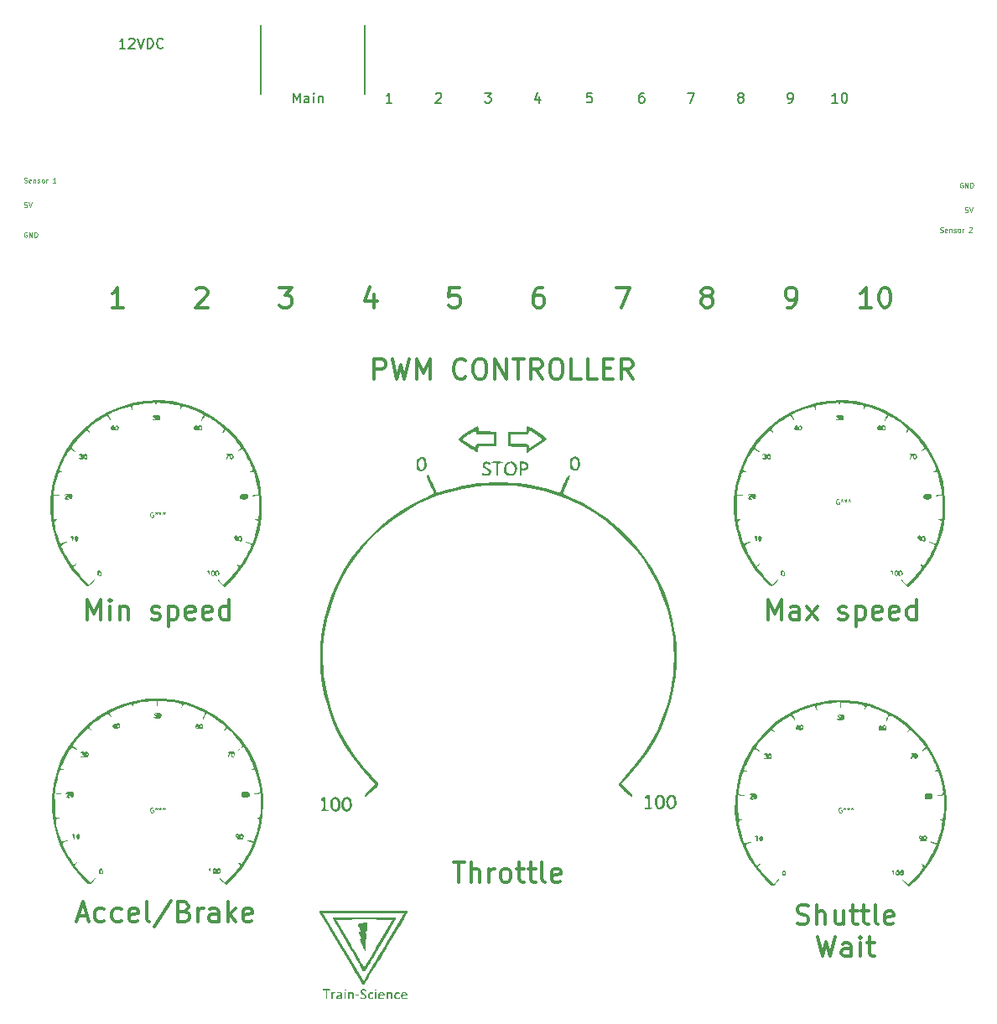
<source format=gbr>
%TF.GenerationSoftware,KiCad,Pcbnew,7.0.7*%
%TF.CreationDate,2023-10-03T08:45:34+02:00*%
%TF.ProjectId,frontPanel,66726f6e-7450-4616-9e65-6c2e6b696361,rev?*%
%TF.SameCoordinates,Original*%
%TF.FileFunction,Legend,Top*%
%TF.FilePolarity,Positive*%
%FSLAX46Y46*%
G04 Gerber Fmt 4.6, Leading zero omitted, Abs format (unit mm)*
G04 Created by KiCad (PCBNEW 7.0.7) date 2023-10-03 08:45:34*
%MOMM*%
%LPD*%
G01*
G04 APERTURE LIST*
%ADD10C,0.150000*%
%ADD11C,0.075000*%
%ADD12C,0.300000*%
%ADD13C,3.200000*%
G04 APERTURE END LIST*
D10*
X106915000Y-56027731D02*
X106915000Y-49027731D01*
X117415000Y-49027731D02*
X117415000Y-56027731D01*
D11*
X83345294Y-69986450D02*
X83297675Y-69962640D01*
X83297675Y-69962640D02*
X83226246Y-69962640D01*
X83226246Y-69962640D02*
X83154818Y-69986450D01*
X83154818Y-69986450D02*
X83107199Y-70034069D01*
X83107199Y-70034069D02*
X83083389Y-70081688D01*
X83083389Y-70081688D02*
X83059580Y-70176926D01*
X83059580Y-70176926D02*
X83059580Y-70248354D01*
X83059580Y-70248354D02*
X83083389Y-70343592D01*
X83083389Y-70343592D02*
X83107199Y-70391211D01*
X83107199Y-70391211D02*
X83154818Y-70438831D01*
X83154818Y-70438831D02*
X83226246Y-70462640D01*
X83226246Y-70462640D02*
X83273865Y-70462640D01*
X83273865Y-70462640D02*
X83345294Y-70438831D01*
X83345294Y-70438831D02*
X83369103Y-70415021D01*
X83369103Y-70415021D02*
X83369103Y-70248354D01*
X83369103Y-70248354D02*
X83273865Y-70248354D01*
X83583389Y-70462640D02*
X83583389Y-69962640D01*
X83583389Y-69962640D02*
X83869103Y-70462640D01*
X83869103Y-70462640D02*
X83869103Y-69962640D01*
X84107199Y-70462640D02*
X84107199Y-69962640D01*
X84107199Y-69962640D02*
X84226247Y-69962640D01*
X84226247Y-69962640D02*
X84297675Y-69986450D01*
X84297675Y-69986450D02*
X84345294Y-70034069D01*
X84345294Y-70034069D02*
X84369104Y-70081688D01*
X84369104Y-70081688D02*
X84392913Y-70176926D01*
X84392913Y-70176926D02*
X84392913Y-70248354D01*
X84392913Y-70248354D02*
X84369104Y-70343592D01*
X84369104Y-70343592D02*
X84345294Y-70391211D01*
X84345294Y-70391211D02*
X84297675Y-70438831D01*
X84297675Y-70438831D02*
X84226247Y-70462640D01*
X84226247Y-70462640D02*
X84107199Y-70462640D01*
D10*
X120200714Y-56907254D02*
X119629286Y-56907254D01*
X119915000Y-56907254D02*
X119915000Y-55907254D01*
X119915000Y-55907254D02*
X119819762Y-56050111D01*
X119819762Y-56050111D02*
X119724524Y-56145349D01*
X119724524Y-56145349D02*
X119629286Y-56192968D01*
D12*
X161110238Y-139752131D02*
X161395952Y-139847369D01*
X161395952Y-139847369D02*
X161872143Y-139847369D01*
X161872143Y-139847369D02*
X162062619Y-139752131D01*
X162062619Y-139752131D02*
X162157857Y-139656892D01*
X162157857Y-139656892D02*
X162253095Y-139466416D01*
X162253095Y-139466416D02*
X162253095Y-139275940D01*
X162253095Y-139275940D02*
X162157857Y-139085464D01*
X162157857Y-139085464D02*
X162062619Y-138990226D01*
X162062619Y-138990226D02*
X161872143Y-138894988D01*
X161872143Y-138894988D02*
X161491190Y-138799750D01*
X161491190Y-138799750D02*
X161300714Y-138704511D01*
X161300714Y-138704511D02*
X161205476Y-138609273D01*
X161205476Y-138609273D02*
X161110238Y-138418797D01*
X161110238Y-138418797D02*
X161110238Y-138228321D01*
X161110238Y-138228321D02*
X161205476Y-138037845D01*
X161205476Y-138037845D02*
X161300714Y-137942607D01*
X161300714Y-137942607D02*
X161491190Y-137847369D01*
X161491190Y-137847369D02*
X161967381Y-137847369D01*
X161967381Y-137847369D02*
X162253095Y-137942607D01*
X163110238Y-139847369D02*
X163110238Y-137847369D01*
X163967381Y-139847369D02*
X163967381Y-138799750D01*
X163967381Y-138799750D02*
X163872143Y-138609273D01*
X163872143Y-138609273D02*
X163681667Y-138514035D01*
X163681667Y-138514035D02*
X163395952Y-138514035D01*
X163395952Y-138514035D02*
X163205476Y-138609273D01*
X163205476Y-138609273D02*
X163110238Y-138704511D01*
X165776905Y-138514035D02*
X165776905Y-139847369D01*
X164919762Y-138514035D02*
X164919762Y-139561654D01*
X164919762Y-139561654D02*
X165015000Y-139752131D01*
X165015000Y-139752131D02*
X165205476Y-139847369D01*
X165205476Y-139847369D02*
X165491191Y-139847369D01*
X165491191Y-139847369D02*
X165681667Y-139752131D01*
X165681667Y-139752131D02*
X165776905Y-139656892D01*
X166443572Y-138514035D02*
X167205476Y-138514035D01*
X166729286Y-137847369D02*
X166729286Y-139561654D01*
X166729286Y-139561654D02*
X166824524Y-139752131D01*
X166824524Y-139752131D02*
X167015000Y-139847369D01*
X167015000Y-139847369D02*
X167205476Y-139847369D01*
X167586429Y-138514035D02*
X168348333Y-138514035D01*
X167872143Y-137847369D02*
X167872143Y-139561654D01*
X167872143Y-139561654D02*
X167967381Y-139752131D01*
X167967381Y-139752131D02*
X168157857Y-139847369D01*
X168157857Y-139847369D02*
X168348333Y-139847369D01*
X169300714Y-139847369D02*
X169110238Y-139752131D01*
X169110238Y-139752131D02*
X169015000Y-139561654D01*
X169015000Y-139561654D02*
X169015000Y-137847369D01*
X170824524Y-139752131D02*
X170634048Y-139847369D01*
X170634048Y-139847369D02*
X170253095Y-139847369D01*
X170253095Y-139847369D02*
X170062619Y-139752131D01*
X170062619Y-139752131D02*
X169967381Y-139561654D01*
X169967381Y-139561654D02*
X169967381Y-138799750D01*
X169967381Y-138799750D02*
X170062619Y-138609273D01*
X170062619Y-138609273D02*
X170253095Y-138514035D01*
X170253095Y-138514035D02*
X170634048Y-138514035D01*
X170634048Y-138514035D02*
X170824524Y-138609273D01*
X170824524Y-138609273D02*
X170919762Y-138799750D01*
X170919762Y-138799750D02*
X170919762Y-138990226D01*
X170919762Y-138990226D02*
X169967381Y-139180702D01*
X163205476Y-141067369D02*
X163681666Y-143067369D01*
X163681666Y-143067369D02*
X164062619Y-141638797D01*
X164062619Y-141638797D02*
X164443571Y-143067369D01*
X164443571Y-143067369D02*
X164919762Y-141067369D01*
X166538809Y-143067369D02*
X166538809Y-142019750D01*
X166538809Y-142019750D02*
X166443571Y-141829273D01*
X166443571Y-141829273D02*
X166253095Y-141734035D01*
X166253095Y-141734035D02*
X165872142Y-141734035D01*
X165872142Y-141734035D02*
X165681666Y-141829273D01*
X166538809Y-142972131D02*
X166348333Y-143067369D01*
X166348333Y-143067369D02*
X165872142Y-143067369D01*
X165872142Y-143067369D02*
X165681666Y-142972131D01*
X165681666Y-142972131D02*
X165586428Y-142781654D01*
X165586428Y-142781654D02*
X165586428Y-142591178D01*
X165586428Y-142591178D02*
X165681666Y-142400702D01*
X165681666Y-142400702D02*
X165872142Y-142305464D01*
X165872142Y-142305464D02*
X166348333Y-142305464D01*
X166348333Y-142305464D02*
X166538809Y-142210226D01*
X167491190Y-143067369D02*
X167491190Y-141734035D01*
X167491190Y-141067369D02*
X167395952Y-141162607D01*
X167395952Y-141162607D02*
X167491190Y-141257845D01*
X167491190Y-141257845D02*
X167586428Y-141162607D01*
X167586428Y-141162607D02*
X167491190Y-141067369D01*
X167491190Y-141067369D02*
X167491190Y-141257845D01*
X168157857Y-141734035D02*
X168919761Y-141734035D01*
X168443571Y-141067369D02*
X168443571Y-142781654D01*
X168443571Y-142781654D02*
X168538809Y-142972131D01*
X168538809Y-142972131D02*
X168729285Y-143067369D01*
X168729285Y-143067369D02*
X168919761Y-143067369D01*
D10*
X145605476Y-55907254D02*
X145415000Y-55907254D01*
X145415000Y-55907254D02*
X145319762Y-55954873D01*
X145319762Y-55954873D02*
X145272143Y-56002492D01*
X145272143Y-56002492D02*
X145176905Y-56145349D01*
X145176905Y-56145349D02*
X145129286Y-56335825D01*
X145129286Y-56335825D02*
X145129286Y-56716777D01*
X145129286Y-56716777D02*
X145176905Y-56812015D01*
X145176905Y-56812015D02*
X145224524Y-56859635D01*
X145224524Y-56859635D02*
X145319762Y-56907254D01*
X145319762Y-56907254D02*
X145510238Y-56907254D01*
X145510238Y-56907254D02*
X145605476Y-56859635D01*
X145605476Y-56859635D02*
X145653095Y-56812015D01*
X145653095Y-56812015D02*
X145700714Y-56716777D01*
X145700714Y-56716777D02*
X145700714Y-56478682D01*
X145700714Y-56478682D02*
X145653095Y-56383444D01*
X145653095Y-56383444D02*
X145605476Y-56335825D01*
X145605476Y-56335825D02*
X145510238Y-56288206D01*
X145510238Y-56288206D02*
X145319762Y-56288206D01*
X145319762Y-56288206D02*
X145224524Y-56335825D01*
X145224524Y-56335825D02*
X145176905Y-56383444D01*
X145176905Y-56383444D02*
X145129286Y-56478682D01*
X129581667Y-55907254D02*
X130200714Y-55907254D01*
X130200714Y-55907254D02*
X129867381Y-56288206D01*
X129867381Y-56288206D02*
X130010238Y-56288206D01*
X130010238Y-56288206D02*
X130105476Y-56335825D01*
X130105476Y-56335825D02*
X130153095Y-56383444D01*
X130153095Y-56383444D02*
X130200714Y-56478682D01*
X130200714Y-56478682D02*
X130200714Y-56716777D01*
X130200714Y-56716777D02*
X130153095Y-56812015D01*
X130153095Y-56812015D02*
X130105476Y-56859635D01*
X130105476Y-56859635D02*
X130010238Y-56907254D01*
X130010238Y-56907254D02*
X129724524Y-56907254D01*
X129724524Y-56907254D02*
X129629286Y-56859635D01*
X129629286Y-56859635D02*
X129581667Y-56812015D01*
D12*
X151824523Y-76424511D02*
X151634047Y-76329273D01*
X151634047Y-76329273D02*
X151538809Y-76234035D01*
X151538809Y-76234035D02*
X151443571Y-76043559D01*
X151443571Y-76043559D02*
X151443571Y-75948321D01*
X151443571Y-75948321D02*
X151538809Y-75757845D01*
X151538809Y-75757845D02*
X151634047Y-75662607D01*
X151634047Y-75662607D02*
X151824523Y-75567369D01*
X151824523Y-75567369D02*
X152205476Y-75567369D01*
X152205476Y-75567369D02*
X152395952Y-75662607D01*
X152395952Y-75662607D02*
X152491190Y-75757845D01*
X152491190Y-75757845D02*
X152586428Y-75948321D01*
X152586428Y-75948321D02*
X152586428Y-76043559D01*
X152586428Y-76043559D02*
X152491190Y-76234035D01*
X152491190Y-76234035D02*
X152395952Y-76329273D01*
X152395952Y-76329273D02*
X152205476Y-76424511D01*
X152205476Y-76424511D02*
X151824523Y-76424511D01*
X151824523Y-76424511D02*
X151634047Y-76519750D01*
X151634047Y-76519750D02*
X151538809Y-76614988D01*
X151538809Y-76614988D02*
X151443571Y-76805464D01*
X151443571Y-76805464D02*
X151443571Y-77186416D01*
X151443571Y-77186416D02*
X151538809Y-77376892D01*
X151538809Y-77376892D02*
X151634047Y-77472131D01*
X151634047Y-77472131D02*
X151824523Y-77567369D01*
X151824523Y-77567369D02*
X152205476Y-77567369D01*
X152205476Y-77567369D02*
X152395952Y-77472131D01*
X152395952Y-77472131D02*
X152491190Y-77376892D01*
X152491190Y-77376892D02*
X152586428Y-77186416D01*
X152586428Y-77186416D02*
X152586428Y-76805464D01*
X152586428Y-76805464D02*
X152491190Y-76614988D01*
X152491190Y-76614988D02*
X152395952Y-76519750D01*
X152395952Y-76519750D02*
X152205476Y-76424511D01*
X135395952Y-75567369D02*
X135014999Y-75567369D01*
X135014999Y-75567369D02*
X134824523Y-75662607D01*
X134824523Y-75662607D02*
X134729285Y-75757845D01*
X134729285Y-75757845D02*
X134538809Y-76043559D01*
X134538809Y-76043559D02*
X134443571Y-76424511D01*
X134443571Y-76424511D02*
X134443571Y-77186416D01*
X134443571Y-77186416D02*
X134538809Y-77376892D01*
X134538809Y-77376892D02*
X134634047Y-77472131D01*
X134634047Y-77472131D02*
X134824523Y-77567369D01*
X134824523Y-77567369D02*
X135205476Y-77567369D01*
X135205476Y-77567369D02*
X135395952Y-77472131D01*
X135395952Y-77472131D02*
X135491190Y-77376892D01*
X135491190Y-77376892D02*
X135586428Y-77186416D01*
X135586428Y-77186416D02*
X135586428Y-76710226D01*
X135586428Y-76710226D02*
X135491190Y-76519750D01*
X135491190Y-76519750D02*
X135395952Y-76424511D01*
X135395952Y-76424511D02*
X135205476Y-76329273D01*
X135205476Y-76329273D02*
X134824523Y-76329273D01*
X134824523Y-76329273D02*
X134634047Y-76424511D01*
X134634047Y-76424511D02*
X134538809Y-76519750D01*
X134538809Y-76519750D02*
X134443571Y-76710226D01*
D11*
X83059580Y-64938831D02*
X83131008Y-64962640D01*
X83131008Y-64962640D02*
X83250056Y-64962640D01*
X83250056Y-64962640D02*
X83297675Y-64938831D01*
X83297675Y-64938831D02*
X83321484Y-64915021D01*
X83321484Y-64915021D02*
X83345294Y-64867402D01*
X83345294Y-64867402D02*
X83345294Y-64819783D01*
X83345294Y-64819783D02*
X83321484Y-64772164D01*
X83321484Y-64772164D02*
X83297675Y-64748354D01*
X83297675Y-64748354D02*
X83250056Y-64724545D01*
X83250056Y-64724545D02*
X83154818Y-64700735D01*
X83154818Y-64700735D02*
X83107199Y-64676926D01*
X83107199Y-64676926D02*
X83083389Y-64653116D01*
X83083389Y-64653116D02*
X83059580Y-64605497D01*
X83059580Y-64605497D02*
X83059580Y-64557878D01*
X83059580Y-64557878D02*
X83083389Y-64510259D01*
X83083389Y-64510259D02*
X83107199Y-64486450D01*
X83107199Y-64486450D02*
X83154818Y-64462640D01*
X83154818Y-64462640D02*
X83273865Y-64462640D01*
X83273865Y-64462640D02*
X83345294Y-64486450D01*
X83750055Y-64938831D02*
X83702436Y-64962640D01*
X83702436Y-64962640D02*
X83607198Y-64962640D01*
X83607198Y-64962640D02*
X83559579Y-64938831D01*
X83559579Y-64938831D02*
X83535770Y-64891211D01*
X83535770Y-64891211D02*
X83535770Y-64700735D01*
X83535770Y-64700735D02*
X83559579Y-64653116D01*
X83559579Y-64653116D02*
X83607198Y-64629307D01*
X83607198Y-64629307D02*
X83702436Y-64629307D01*
X83702436Y-64629307D02*
X83750055Y-64653116D01*
X83750055Y-64653116D02*
X83773865Y-64700735D01*
X83773865Y-64700735D02*
X83773865Y-64748354D01*
X83773865Y-64748354D02*
X83535770Y-64795973D01*
X83988150Y-64629307D02*
X83988150Y-64962640D01*
X83988150Y-64676926D02*
X84011960Y-64653116D01*
X84011960Y-64653116D02*
X84059579Y-64629307D01*
X84059579Y-64629307D02*
X84131007Y-64629307D01*
X84131007Y-64629307D02*
X84178626Y-64653116D01*
X84178626Y-64653116D02*
X84202436Y-64700735D01*
X84202436Y-64700735D02*
X84202436Y-64962640D01*
X84416722Y-64938831D02*
X84464341Y-64962640D01*
X84464341Y-64962640D02*
X84559579Y-64962640D01*
X84559579Y-64962640D02*
X84607198Y-64938831D01*
X84607198Y-64938831D02*
X84631007Y-64891211D01*
X84631007Y-64891211D02*
X84631007Y-64867402D01*
X84631007Y-64867402D02*
X84607198Y-64819783D01*
X84607198Y-64819783D02*
X84559579Y-64795973D01*
X84559579Y-64795973D02*
X84488150Y-64795973D01*
X84488150Y-64795973D02*
X84440531Y-64772164D01*
X84440531Y-64772164D02*
X84416722Y-64724545D01*
X84416722Y-64724545D02*
X84416722Y-64700735D01*
X84416722Y-64700735D02*
X84440531Y-64653116D01*
X84440531Y-64653116D02*
X84488150Y-64629307D01*
X84488150Y-64629307D02*
X84559579Y-64629307D01*
X84559579Y-64629307D02*
X84607198Y-64653116D01*
X84916722Y-64962640D02*
X84869103Y-64938831D01*
X84869103Y-64938831D02*
X84845293Y-64915021D01*
X84845293Y-64915021D02*
X84821484Y-64867402D01*
X84821484Y-64867402D02*
X84821484Y-64724545D01*
X84821484Y-64724545D02*
X84845293Y-64676926D01*
X84845293Y-64676926D02*
X84869103Y-64653116D01*
X84869103Y-64653116D02*
X84916722Y-64629307D01*
X84916722Y-64629307D02*
X84988150Y-64629307D01*
X84988150Y-64629307D02*
X85035769Y-64653116D01*
X85035769Y-64653116D02*
X85059579Y-64676926D01*
X85059579Y-64676926D02*
X85083388Y-64724545D01*
X85083388Y-64724545D02*
X85083388Y-64867402D01*
X85083388Y-64867402D02*
X85059579Y-64915021D01*
X85059579Y-64915021D02*
X85035769Y-64938831D01*
X85035769Y-64938831D02*
X84988150Y-64962640D01*
X84988150Y-64962640D02*
X84916722Y-64962640D01*
X85297674Y-64962640D02*
X85297674Y-64629307D01*
X85297674Y-64724545D02*
X85321484Y-64676926D01*
X85321484Y-64676926D02*
X85345293Y-64653116D01*
X85345293Y-64653116D02*
X85392912Y-64629307D01*
X85392912Y-64629307D02*
X85440531Y-64629307D01*
X86250055Y-64962640D02*
X85964341Y-64962640D01*
X86107198Y-64962640D02*
X86107198Y-64462640D01*
X86107198Y-64462640D02*
X86059579Y-64534069D01*
X86059579Y-64534069D02*
X86011960Y-64581688D01*
X86011960Y-64581688D02*
X85964341Y-64605497D01*
X177845294Y-64986450D02*
X177797675Y-64962640D01*
X177797675Y-64962640D02*
X177726246Y-64962640D01*
X177726246Y-64962640D02*
X177654818Y-64986450D01*
X177654818Y-64986450D02*
X177607199Y-65034069D01*
X177607199Y-65034069D02*
X177583389Y-65081688D01*
X177583389Y-65081688D02*
X177559580Y-65176926D01*
X177559580Y-65176926D02*
X177559580Y-65248354D01*
X177559580Y-65248354D02*
X177583389Y-65343592D01*
X177583389Y-65343592D02*
X177607199Y-65391211D01*
X177607199Y-65391211D02*
X177654818Y-65438831D01*
X177654818Y-65438831D02*
X177726246Y-65462640D01*
X177726246Y-65462640D02*
X177773865Y-65462640D01*
X177773865Y-65462640D02*
X177845294Y-65438831D01*
X177845294Y-65438831D02*
X177869103Y-65415021D01*
X177869103Y-65415021D02*
X177869103Y-65248354D01*
X177869103Y-65248354D02*
X177773865Y-65248354D01*
X178083389Y-65462640D02*
X178083389Y-64962640D01*
X178083389Y-64962640D02*
X178369103Y-65462640D01*
X178369103Y-65462640D02*
X178369103Y-64962640D01*
X178607199Y-65462640D02*
X178607199Y-64962640D01*
X178607199Y-64962640D02*
X178726247Y-64962640D01*
X178726247Y-64962640D02*
X178797675Y-64986450D01*
X178797675Y-64986450D02*
X178845294Y-65034069D01*
X178845294Y-65034069D02*
X178869104Y-65081688D01*
X178869104Y-65081688D02*
X178892913Y-65176926D01*
X178892913Y-65176926D02*
X178892913Y-65248354D01*
X178892913Y-65248354D02*
X178869104Y-65343592D01*
X178869104Y-65343592D02*
X178845294Y-65391211D01*
X178845294Y-65391211D02*
X178797675Y-65438831D01*
X178797675Y-65438831D02*
X178726247Y-65462640D01*
X178726247Y-65462640D02*
X178607199Y-65462640D01*
X178321484Y-67462640D02*
X178083389Y-67462640D01*
X178083389Y-67462640D02*
X178059580Y-67700735D01*
X178059580Y-67700735D02*
X178083389Y-67676926D01*
X178083389Y-67676926D02*
X178131008Y-67653116D01*
X178131008Y-67653116D02*
X178250056Y-67653116D01*
X178250056Y-67653116D02*
X178297675Y-67676926D01*
X178297675Y-67676926D02*
X178321484Y-67700735D01*
X178321484Y-67700735D02*
X178345294Y-67748354D01*
X178345294Y-67748354D02*
X178345294Y-67867402D01*
X178345294Y-67867402D02*
X178321484Y-67915021D01*
X178321484Y-67915021D02*
X178297675Y-67938831D01*
X178297675Y-67938831D02*
X178250056Y-67962640D01*
X178250056Y-67962640D02*
X178131008Y-67962640D01*
X178131008Y-67962640D02*
X178083389Y-67938831D01*
X178083389Y-67938831D02*
X178059580Y-67915021D01*
X178488151Y-67462640D02*
X178654817Y-67962640D01*
X178654817Y-67962640D02*
X178821484Y-67462640D01*
D12*
X158188558Y-109067369D02*
X158188558Y-107067369D01*
X158188558Y-107067369D02*
X158855225Y-108495940D01*
X158855225Y-108495940D02*
X159521891Y-107067369D01*
X159521891Y-107067369D02*
X159521891Y-109067369D01*
X161331415Y-109067369D02*
X161331415Y-108019750D01*
X161331415Y-108019750D02*
X161236177Y-107829273D01*
X161236177Y-107829273D02*
X161045701Y-107734035D01*
X161045701Y-107734035D02*
X160664748Y-107734035D01*
X160664748Y-107734035D02*
X160474272Y-107829273D01*
X161331415Y-108972131D02*
X161140939Y-109067369D01*
X161140939Y-109067369D02*
X160664748Y-109067369D01*
X160664748Y-109067369D02*
X160474272Y-108972131D01*
X160474272Y-108972131D02*
X160379034Y-108781654D01*
X160379034Y-108781654D02*
X160379034Y-108591178D01*
X160379034Y-108591178D02*
X160474272Y-108400702D01*
X160474272Y-108400702D02*
X160664748Y-108305464D01*
X160664748Y-108305464D02*
X161140939Y-108305464D01*
X161140939Y-108305464D02*
X161331415Y-108210226D01*
X162093320Y-109067369D02*
X163140939Y-107734035D01*
X162093320Y-107734035D02*
X163140939Y-109067369D01*
X165331416Y-108972131D02*
X165521892Y-109067369D01*
X165521892Y-109067369D02*
X165902844Y-109067369D01*
X165902844Y-109067369D02*
X166093321Y-108972131D01*
X166093321Y-108972131D02*
X166188559Y-108781654D01*
X166188559Y-108781654D02*
X166188559Y-108686416D01*
X166188559Y-108686416D02*
X166093321Y-108495940D01*
X166093321Y-108495940D02*
X165902844Y-108400702D01*
X165902844Y-108400702D02*
X165617130Y-108400702D01*
X165617130Y-108400702D02*
X165426654Y-108305464D01*
X165426654Y-108305464D02*
X165331416Y-108114988D01*
X165331416Y-108114988D02*
X165331416Y-108019750D01*
X165331416Y-108019750D02*
X165426654Y-107829273D01*
X165426654Y-107829273D02*
X165617130Y-107734035D01*
X165617130Y-107734035D02*
X165902844Y-107734035D01*
X165902844Y-107734035D02*
X166093321Y-107829273D01*
X167045702Y-107734035D02*
X167045702Y-109734035D01*
X167045702Y-107829273D02*
X167236178Y-107734035D01*
X167236178Y-107734035D02*
X167617131Y-107734035D01*
X167617131Y-107734035D02*
X167807607Y-107829273D01*
X167807607Y-107829273D02*
X167902845Y-107924511D01*
X167902845Y-107924511D02*
X167998083Y-108114988D01*
X167998083Y-108114988D02*
X167998083Y-108686416D01*
X167998083Y-108686416D02*
X167902845Y-108876892D01*
X167902845Y-108876892D02*
X167807607Y-108972131D01*
X167807607Y-108972131D02*
X167617131Y-109067369D01*
X167617131Y-109067369D02*
X167236178Y-109067369D01*
X167236178Y-109067369D02*
X167045702Y-108972131D01*
X169617131Y-108972131D02*
X169426655Y-109067369D01*
X169426655Y-109067369D02*
X169045702Y-109067369D01*
X169045702Y-109067369D02*
X168855226Y-108972131D01*
X168855226Y-108972131D02*
X168759988Y-108781654D01*
X168759988Y-108781654D02*
X168759988Y-108019750D01*
X168759988Y-108019750D02*
X168855226Y-107829273D01*
X168855226Y-107829273D02*
X169045702Y-107734035D01*
X169045702Y-107734035D02*
X169426655Y-107734035D01*
X169426655Y-107734035D02*
X169617131Y-107829273D01*
X169617131Y-107829273D02*
X169712369Y-108019750D01*
X169712369Y-108019750D02*
X169712369Y-108210226D01*
X169712369Y-108210226D02*
X168759988Y-108400702D01*
X171331417Y-108972131D02*
X171140941Y-109067369D01*
X171140941Y-109067369D02*
X170759988Y-109067369D01*
X170759988Y-109067369D02*
X170569512Y-108972131D01*
X170569512Y-108972131D02*
X170474274Y-108781654D01*
X170474274Y-108781654D02*
X170474274Y-108019750D01*
X170474274Y-108019750D02*
X170569512Y-107829273D01*
X170569512Y-107829273D02*
X170759988Y-107734035D01*
X170759988Y-107734035D02*
X171140941Y-107734035D01*
X171140941Y-107734035D02*
X171331417Y-107829273D01*
X171331417Y-107829273D02*
X171426655Y-108019750D01*
X171426655Y-108019750D02*
X171426655Y-108210226D01*
X171426655Y-108210226D02*
X170474274Y-108400702D01*
X173140941Y-109067369D02*
X173140941Y-107067369D01*
X173140941Y-108972131D02*
X172950465Y-109067369D01*
X172950465Y-109067369D02*
X172569512Y-109067369D01*
X172569512Y-109067369D02*
X172379036Y-108972131D01*
X172379036Y-108972131D02*
X172283798Y-108876892D01*
X172283798Y-108876892D02*
X172188560Y-108686416D01*
X172188560Y-108686416D02*
X172188560Y-108114988D01*
X172188560Y-108114988D02*
X172283798Y-107924511D01*
X172283798Y-107924511D02*
X172379036Y-107829273D01*
X172379036Y-107829273D02*
X172569512Y-107734035D01*
X172569512Y-107734035D02*
X172950465Y-107734035D01*
X172950465Y-107734035D02*
X173140941Y-107829273D01*
X93086428Y-77567369D02*
X91943571Y-77567369D01*
X92514999Y-77567369D02*
X92514999Y-75567369D01*
X92514999Y-75567369D02*
X92324523Y-75853083D01*
X92324523Y-75853083D02*
X92134047Y-76043559D01*
X92134047Y-76043559D02*
X91943571Y-76138797D01*
X108848333Y-75567369D02*
X110086428Y-75567369D01*
X110086428Y-75567369D02*
X109419761Y-76329273D01*
X109419761Y-76329273D02*
X109705476Y-76329273D01*
X109705476Y-76329273D02*
X109895952Y-76424511D01*
X109895952Y-76424511D02*
X109991190Y-76519750D01*
X109991190Y-76519750D02*
X110086428Y-76710226D01*
X110086428Y-76710226D02*
X110086428Y-77186416D01*
X110086428Y-77186416D02*
X109991190Y-77376892D01*
X109991190Y-77376892D02*
X109895952Y-77472131D01*
X109895952Y-77472131D02*
X109705476Y-77567369D01*
X109705476Y-77567369D02*
X109134047Y-77567369D01*
X109134047Y-77567369D02*
X108943571Y-77472131D01*
X108943571Y-77472131D02*
X108848333Y-77376892D01*
D10*
X165224523Y-56907254D02*
X164653095Y-56907254D01*
X164938809Y-56907254D02*
X164938809Y-55907254D01*
X164938809Y-55907254D02*
X164843571Y-56050111D01*
X164843571Y-56050111D02*
X164748333Y-56145349D01*
X164748333Y-56145349D02*
X164653095Y-56192968D01*
X165843571Y-55907254D02*
X165938809Y-55907254D01*
X165938809Y-55907254D02*
X166034047Y-55954873D01*
X166034047Y-55954873D02*
X166081666Y-56002492D01*
X166081666Y-56002492D02*
X166129285Y-56097730D01*
X166129285Y-56097730D02*
X166176904Y-56288206D01*
X166176904Y-56288206D02*
X166176904Y-56526301D01*
X166176904Y-56526301D02*
X166129285Y-56716777D01*
X166129285Y-56716777D02*
X166081666Y-56812015D01*
X166081666Y-56812015D02*
X166034047Y-56859635D01*
X166034047Y-56859635D02*
X165938809Y-56907254D01*
X165938809Y-56907254D02*
X165843571Y-56907254D01*
X165843571Y-56907254D02*
X165748333Y-56859635D01*
X165748333Y-56859635D02*
X165700714Y-56812015D01*
X165700714Y-56812015D02*
X165653095Y-56716777D01*
X165653095Y-56716777D02*
X165605476Y-56526301D01*
X165605476Y-56526301D02*
X165605476Y-56288206D01*
X165605476Y-56288206D02*
X165653095Y-56097730D01*
X165653095Y-56097730D02*
X165700714Y-56002492D01*
X165700714Y-56002492D02*
X165748333Y-55954873D01*
X165748333Y-55954873D02*
X165843571Y-55907254D01*
D12*
X88492475Y-138995940D02*
X89444856Y-138995940D01*
X88301999Y-139567369D02*
X88968665Y-137567369D01*
X88968665Y-137567369D02*
X89635332Y-139567369D01*
X91159142Y-139472131D02*
X90968666Y-139567369D01*
X90968666Y-139567369D02*
X90587713Y-139567369D01*
X90587713Y-139567369D02*
X90397237Y-139472131D01*
X90397237Y-139472131D02*
X90301999Y-139376892D01*
X90301999Y-139376892D02*
X90206761Y-139186416D01*
X90206761Y-139186416D02*
X90206761Y-138614988D01*
X90206761Y-138614988D02*
X90301999Y-138424511D01*
X90301999Y-138424511D02*
X90397237Y-138329273D01*
X90397237Y-138329273D02*
X90587713Y-138234035D01*
X90587713Y-138234035D02*
X90968666Y-138234035D01*
X90968666Y-138234035D02*
X91159142Y-138329273D01*
X92873428Y-139472131D02*
X92682952Y-139567369D01*
X92682952Y-139567369D02*
X92301999Y-139567369D01*
X92301999Y-139567369D02*
X92111523Y-139472131D01*
X92111523Y-139472131D02*
X92016285Y-139376892D01*
X92016285Y-139376892D02*
X91921047Y-139186416D01*
X91921047Y-139186416D02*
X91921047Y-138614988D01*
X91921047Y-138614988D02*
X92016285Y-138424511D01*
X92016285Y-138424511D02*
X92111523Y-138329273D01*
X92111523Y-138329273D02*
X92301999Y-138234035D01*
X92301999Y-138234035D02*
X92682952Y-138234035D01*
X92682952Y-138234035D02*
X92873428Y-138329273D01*
X94492476Y-139472131D02*
X94302000Y-139567369D01*
X94302000Y-139567369D02*
X93921047Y-139567369D01*
X93921047Y-139567369D02*
X93730571Y-139472131D01*
X93730571Y-139472131D02*
X93635333Y-139281654D01*
X93635333Y-139281654D02*
X93635333Y-138519750D01*
X93635333Y-138519750D02*
X93730571Y-138329273D01*
X93730571Y-138329273D02*
X93921047Y-138234035D01*
X93921047Y-138234035D02*
X94302000Y-138234035D01*
X94302000Y-138234035D02*
X94492476Y-138329273D01*
X94492476Y-138329273D02*
X94587714Y-138519750D01*
X94587714Y-138519750D02*
X94587714Y-138710226D01*
X94587714Y-138710226D02*
X93635333Y-138900702D01*
X95730571Y-139567369D02*
X95540095Y-139472131D01*
X95540095Y-139472131D02*
X95444857Y-139281654D01*
X95444857Y-139281654D02*
X95444857Y-137567369D01*
X97921047Y-137472131D02*
X96206762Y-140043559D01*
X99254381Y-138519750D02*
X99540095Y-138614988D01*
X99540095Y-138614988D02*
X99635333Y-138710226D01*
X99635333Y-138710226D02*
X99730571Y-138900702D01*
X99730571Y-138900702D02*
X99730571Y-139186416D01*
X99730571Y-139186416D02*
X99635333Y-139376892D01*
X99635333Y-139376892D02*
X99540095Y-139472131D01*
X99540095Y-139472131D02*
X99349619Y-139567369D01*
X99349619Y-139567369D02*
X98587714Y-139567369D01*
X98587714Y-139567369D02*
X98587714Y-137567369D01*
X98587714Y-137567369D02*
X99254381Y-137567369D01*
X99254381Y-137567369D02*
X99444857Y-137662607D01*
X99444857Y-137662607D02*
X99540095Y-137757845D01*
X99540095Y-137757845D02*
X99635333Y-137948321D01*
X99635333Y-137948321D02*
X99635333Y-138138797D01*
X99635333Y-138138797D02*
X99540095Y-138329273D01*
X99540095Y-138329273D02*
X99444857Y-138424511D01*
X99444857Y-138424511D02*
X99254381Y-138519750D01*
X99254381Y-138519750D02*
X98587714Y-138519750D01*
X100587714Y-139567369D02*
X100587714Y-138234035D01*
X100587714Y-138614988D02*
X100682952Y-138424511D01*
X100682952Y-138424511D02*
X100778190Y-138329273D01*
X100778190Y-138329273D02*
X100968666Y-138234035D01*
X100968666Y-138234035D02*
X101159143Y-138234035D01*
X102682952Y-139567369D02*
X102682952Y-138519750D01*
X102682952Y-138519750D02*
X102587714Y-138329273D01*
X102587714Y-138329273D02*
X102397238Y-138234035D01*
X102397238Y-138234035D02*
X102016285Y-138234035D01*
X102016285Y-138234035D02*
X101825809Y-138329273D01*
X102682952Y-139472131D02*
X102492476Y-139567369D01*
X102492476Y-139567369D02*
X102016285Y-139567369D01*
X102016285Y-139567369D02*
X101825809Y-139472131D01*
X101825809Y-139472131D02*
X101730571Y-139281654D01*
X101730571Y-139281654D02*
X101730571Y-139091178D01*
X101730571Y-139091178D02*
X101825809Y-138900702D01*
X101825809Y-138900702D02*
X102016285Y-138805464D01*
X102016285Y-138805464D02*
X102492476Y-138805464D01*
X102492476Y-138805464D02*
X102682952Y-138710226D01*
X103635333Y-139567369D02*
X103635333Y-137567369D01*
X103825809Y-138805464D02*
X104397238Y-139567369D01*
X104397238Y-138234035D02*
X103635333Y-138995940D01*
X106016286Y-139472131D02*
X105825810Y-139567369D01*
X105825810Y-139567369D02*
X105444857Y-139567369D01*
X105444857Y-139567369D02*
X105254381Y-139472131D01*
X105254381Y-139472131D02*
X105159143Y-139281654D01*
X105159143Y-139281654D02*
X105159143Y-138519750D01*
X105159143Y-138519750D02*
X105254381Y-138329273D01*
X105254381Y-138329273D02*
X105444857Y-138234035D01*
X105444857Y-138234035D02*
X105825810Y-138234035D01*
X105825810Y-138234035D02*
X106016286Y-138329273D01*
X106016286Y-138329273D02*
X106111524Y-138519750D01*
X106111524Y-138519750D02*
X106111524Y-138710226D01*
X106111524Y-138710226D02*
X105159143Y-138900702D01*
D10*
X124629286Y-56002492D02*
X124676905Y-55954873D01*
X124676905Y-55954873D02*
X124772143Y-55907254D01*
X124772143Y-55907254D02*
X125010238Y-55907254D01*
X125010238Y-55907254D02*
X125105476Y-55954873D01*
X125105476Y-55954873D02*
X125153095Y-56002492D01*
X125153095Y-56002492D02*
X125200714Y-56097730D01*
X125200714Y-56097730D02*
X125200714Y-56192968D01*
X125200714Y-56192968D02*
X125153095Y-56335825D01*
X125153095Y-56335825D02*
X124581667Y-56907254D01*
X124581667Y-56907254D02*
X125200714Y-56907254D01*
D12*
X160134047Y-77567369D02*
X160514999Y-77567369D01*
X160514999Y-77567369D02*
X160705476Y-77472131D01*
X160705476Y-77472131D02*
X160800714Y-77376892D01*
X160800714Y-77376892D02*
X160991190Y-77091178D01*
X160991190Y-77091178D02*
X161086428Y-76710226D01*
X161086428Y-76710226D02*
X161086428Y-75948321D01*
X161086428Y-75948321D02*
X160991190Y-75757845D01*
X160991190Y-75757845D02*
X160895952Y-75662607D01*
X160895952Y-75662607D02*
X160705476Y-75567369D01*
X160705476Y-75567369D02*
X160324523Y-75567369D01*
X160324523Y-75567369D02*
X160134047Y-75662607D01*
X160134047Y-75662607D02*
X160038809Y-75757845D01*
X160038809Y-75757845D02*
X159943571Y-75948321D01*
X159943571Y-75948321D02*
X159943571Y-76424511D01*
X159943571Y-76424511D02*
X160038809Y-76614988D01*
X160038809Y-76614988D02*
X160134047Y-76710226D01*
X160134047Y-76710226D02*
X160324523Y-76805464D01*
X160324523Y-76805464D02*
X160705476Y-76805464D01*
X160705476Y-76805464D02*
X160895952Y-76710226D01*
X160895952Y-76710226D02*
X160991190Y-76614988D01*
X160991190Y-76614988D02*
X161086428Y-76424511D01*
D10*
X155319762Y-56335825D02*
X155224524Y-56288206D01*
X155224524Y-56288206D02*
X155176905Y-56240587D01*
X155176905Y-56240587D02*
X155129286Y-56145349D01*
X155129286Y-56145349D02*
X155129286Y-56097730D01*
X155129286Y-56097730D02*
X155176905Y-56002492D01*
X155176905Y-56002492D02*
X155224524Y-55954873D01*
X155224524Y-55954873D02*
X155319762Y-55907254D01*
X155319762Y-55907254D02*
X155510238Y-55907254D01*
X155510238Y-55907254D02*
X155605476Y-55954873D01*
X155605476Y-55954873D02*
X155653095Y-56002492D01*
X155653095Y-56002492D02*
X155700714Y-56097730D01*
X155700714Y-56097730D02*
X155700714Y-56145349D01*
X155700714Y-56145349D02*
X155653095Y-56240587D01*
X155653095Y-56240587D02*
X155605476Y-56288206D01*
X155605476Y-56288206D02*
X155510238Y-56335825D01*
X155510238Y-56335825D02*
X155319762Y-56335825D01*
X155319762Y-56335825D02*
X155224524Y-56383444D01*
X155224524Y-56383444D02*
X155176905Y-56431063D01*
X155176905Y-56431063D02*
X155129286Y-56526301D01*
X155129286Y-56526301D02*
X155129286Y-56716777D01*
X155129286Y-56716777D02*
X155176905Y-56812015D01*
X155176905Y-56812015D02*
X155224524Y-56859635D01*
X155224524Y-56859635D02*
X155319762Y-56907254D01*
X155319762Y-56907254D02*
X155510238Y-56907254D01*
X155510238Y-56907254D02*
X155605476Y-56859635D01*
X155605476Y-56859635D02*
X155653095Y-56812015D01*
X155653095Y-56812015D02*
X155700714Y-56716777D01*
X155700714Y-56716777D02*
X155700714Y-56526301D01*
X155700714Y-56526301D02*
X155653095Y-56431063D01*
X155653095Y-56431063D02*
X155605476Y-56383444D01*
X155605476Y-56383444D02*
X155510238Y-56335825D01*
X93275588Y-51397550D02*
X92704160Y-51397550D01*
X92989874Y-51397550D02*
X92989874Y-50397550D01*
X92989874Y-50397550D02*
X92894636Y-50540407D01*
X92894636Y-50540407D02*
X92799398Y-50635645D01*
X92799398Y-50635645D02*
X92704160Y-50683264D01*
X93656541Y-50492788D02*
X93704160Y-50445169D01*
X93704160Y-50445169D02*
X93799398Y-50397550D01*
X93799398Y-50397550D02*
X94037493Y-50397550D01*
X94037493Y-50397550D02*
X94132731Y-50445169D01*
X94132731Y-50445169D02*
X94180350Y-50492788D01*
X94180350Y-50492788D02*
X94227969Y-50588026D01*
X94227969Y-50588026D02*
X94227969Y-50683264D01*
X94227969Y-50683264D02*
X94180350Y-50826121D01*
X94180350Y-50826121D02*
X93608922Y-51397550D01*
X93608922Y-51397550D02*
X94227969Y-51397550D01*
X94513684Y-50397550D02*
X94847017Y-51397550D01*
X94847017Y-51397550D02*
X95180350Y-50397550D01*
X95513684Y-51397550D02*
X95513684Y-50397550D01*
X95513684Y-50397550D02*
X95751779Y-50397550D01*
X95751779Y-50397550D02*
X95894636Y-50445169D01*
X95894636Y-50445169D02*
X95989874Y-50540407D01*
X95989874Y-50540407D02*
X96037493Y-50635645D01*
X96037493Y-50635645D02*
X96085112Y-50826121D01*
X96085112Y-50826121D02*
X96085112Y-50968978D01*
X96085112Y-50968978D02*
X96037493Y-51159454D01*
X96037493Y-51159454D02*
X95989874Y-51254692D01*
X95989874Y-51254692D02*
X95894636Y-51349931D01*
X95894636Y-51349931D02*
X95751779Y-51397550D01*
X95751779Y-51397550D02*
X95513684Y-51397550D01*
X97085112Y-51302311D02*
X97037493Y-51349931D01*
X97037493Y-51349931D02*
X96894636Y-51397550D01*
X96894636Y-51397550D02*
X96799398Y-51397550D01*
X96799398Y-51397550D02*
X96656541Y-51349931D01*
X96656541Y-51349931D02*
X96561303Y-51254692D01*
X96561303Y-51254692D02*
X96513684Y-51159454D01*
X96513684Y-51159454D02*
X96466065Y-50968978D01*
X96466065Y-50968978D02*
X96466065Y-50826121D01*
X96466065Y-50826121D02*
X96513684Y-50635645D01*
X96513684Y-50635645D02*
X96561303Y-50540407D01*
X96561303Y-50540407D02*
X96656541Y-50445169D01*
X96656541Y-50445169D02*
X96799398Y-50397550D01*
X96799398Y-50397550D02*
X96894636Y-50397550D01*
X96894636Y-50397550D02*
X97037493Y-50445169D01*
X97037493Y-50445169D02*
X97085112Y-50492788D01*
D12*
X118395952Y-76234035D02*
X118395952Y-77567369D01*
X117919761Y-75472131D02*
X117443571Y-76900702D01*
X117443571Y-76900702D02*
X118681666Y-76900702D01*
D10*
X150081667Y-55907254D02*
X150748333Y-55907254D01*
X150748333Y-55907254D02*
X150319762Y-56907254D01*
D11*
X175559580Y-69938831D02*
X175631008Y-69962640D01*
X175631008Y-69962640D02*
X175750056Y-69962640D01*
X175750056Y-69962640D02*
X175797675Y-69938831D01*
X175797675Y-69938831D02*
X175821484Y-69915021D01*
X175821484Y-69915021D02*
X175845294Y-69867402D01*
X175845294Y-69867402D02*
X175845294Y-69819783D01*
X175845294Y-69819783D02*
X175821484Y-69772164D01*
X175821484Y-69772164D02*
X175797675Y-69748354D01*
X175797675Y-69748354D02*
X175750056Y-69724545D01*
X175750056Y-69724545D02*
X175654818Y-69700735D01*
X175654818Y-69700735D02*
X175607199Y-69676926D01*
X175607199Y-69676926D02*
X175583389Y-69653116D01*
X175583389Y-69653116D02*
X175559580Y-69605497D01*
X175559580Y-69605497D02*
X175559580Y-69557878D01*
X175559580Y-69557878D02*
X175583389Y-69510259D01*
X175583389Y-69510259D02*
X175607199Y-69486450D01*
X175607199Y-69486450D02*
X175654818Y-69462640D01*
X175654818Y-69462640D02*
X175773865Y-69462640D01*
X175773865Y-69462640D02*
X175845294Y-69486450D01*
X176250055Y-69938831D02*
X176202436Y-69962640D01*
X176202436Y-69962640D02*
X176107198Y-69962640D01*
X176107198Y-69962640D02*
X176059579Y-69938831D01*
X176059579Y-69938831D02*
X176035770Y-69891211D01*
X176035770Y-69891211D02*
X176035770Y-69700735D01*
X176035770Y-69700735D02*
X176059579Y-69653116D01*
X176059579Y-69653116D02*
X176107198Y-69629307D01*
X176107198Y-69629307D02*
X176202436Y-69629307D01*
X176202436Y-69629307D02*
X176250055Y-69653116D01*
X176250055Y-69653116D02*
X176273865Y-69700735D01*
X176273865Y-69700735D02*
X176273865Y-69748354D01*
X176273865Y-69748354D02*
X176035770Y-69795973D01*
X176488150Y-69629307D02*
X176488150Y-69962640D01*
X176488150Y-69676926D02*
X176511960Y-69653116D01*
X176511960Y-69653116D02*
X176559579Y-69629307D01*
X176559579Y-69629307D02*
X176631007Y-69629307D01*
X176631007Y-69629307D02*
X176678626Y-69653116D01*
X176678626Y-69653116D02*
X176702436Y-69700735D01*
X176702436Y-69700735D02*
X176702436Y-69962640D01*
X176916722Y-69938831D02*
X176964341Y-69962640D01*
X176964341Y-69962640D02*
X177059579Y-69962640D01*
X177059579Y-69962640D02*
X177107198Y-69938831D01*
X177107198Y-69938831D02*
X177131007Y-69891211D01*
X177131007Y-69891211D02*
X177131007Y-69867402D01*
X177131007Y-69867402D02*
X177107198Y-69819783D01*
X177107198Y-69819783D02*
X177059579Y-69795973D01*
X177059579Y-69795973D02*
X176988150Y-69795973D01*
X176988150Y-69795973D02*
X176940531Y-69772164D01*
X176940531Y-69772164D02*
X176916722Y-69724545D01*
X176916722Y-69724545D02*
X176916722Y-69700735D01*
X176916722Y-69700735D02*
X176940531Y-69653116D01*
X176940531Y-69653116D02*
X176988150Y-69629307D01*
X176988150Y-69629307D02*
X177059579Y-69629307D01*
X177059579Y-69629307D02*
X177107198Y-69653116D01*
X177416722Y-69962640D02*
X177369103Y-69938831D01*
X177369103Y-69938831D02*
X177345293Y-69915021D01*
X177345293Y-69915021D02*
X177321484Y-69867402D01*
X177321484Y-69867402D02*
X177321484Y-69724545D01*
X177321484Y-69724545D02*
X177345293Y-69676926D01*
X177345293Y-69676926D02*
X177369103Y-69653116D01*
X177369103Y-69653116D02*
X177416722Y-69629307D01*
X177416722Y-69629307D02*
X177488150Y-69629307D01*
X177488150Y-69629307D02*
X177535769Y-69653116D01*
X177535769Y-69653116D02*
X177559579Y-69676926D01*
X177559579Y-69676926D02*
X177583388Y-69724545D01*
X177583388Y-69724545D02*
X177583388Y-69867402D01*
X177583388Y-69867402D02*
X177559579Y-69915021D01*
X177559579Y-69915021D02*
X177535769Y-69938831D01*
X177535769Y-69938831D02*
X177488150Y-69962640D01*
X177488150Y-69962640D02*
X177416722Y-69962640D01*
X177797674Y-69962640D02*
X177797674Y-69629307D01*
X177797674Y-69724545D02*
X177821484Y-69676926D01*
X177821484Y-69676926D02*
X177845293Y-69653116D01*
X177845293Y-69653116D02*
X177892912Y-69629307D01*
X177892912Y-69629307D02*
X177940531Y-69629307D01*
X178464341Y-69510259D02*
X178488150Y-69486450D01*
X178488150Y-69486450D02*
X178535769Y-69462640D01*
X178535769Y-69462640D02*
X178654817Y-69462640D01*
X178654817Y-69462640D02*
X178702436Y-69486450D01*
X178702436Y-69486450D02*
X178726245Y-69510259D01*
X178726245Y-69510259D02*
X178750055Y-69557878D01*
X178750055Y-69557878D02*
X178750055Y-69605497D01*
X178750055Y-69605497D02*
X178726245Y-69676926D01*
X178726245Y-69676926D02*
X178440531Y-69962640D01*
X178440531Y-69962640D02*
X178750055Y-69962640D01*
D12*
X126991190Y-75567369D02*
X126038809Y-75567369D01*
X126038809Y-75567369D02*
X125943571Y-76519750D01*
X125943571Y-76519750D02*
X126038809Y-76424511D01*
X126038809Y-76424511D02*
X126229285Y-76329273D01*
X126229285Y-76329273D02*
X126705476Y-76329273D01*
X126705476Y-76329273D02*
X126895952Y-76424511D01*
X126895952Y-76424511D02*
X126991190Y-76519750D01*
X126991190Y-76519750D02*
X127086428Y-76710226D01*
X127086428Y-76710226D02*
X127086428Y-77186416D01*
X127086428Y-77186416D02*
X126991190Y-77376892D01*
X126991190Y-77376892D02*
X126895952Y-77472131D01*
X126895952Y-77472131D02*
X126705476Y-77567369D01*
X126705476Y-77567369D02*
X126229285Y-77567369D01*
X126229285Y-77567369D02*
X126038809Y-77472131D01*
X126038809Y-77472131D02*
X125943571Y-77376892D01*
X168634047Y-77567369D02*
X167491190Y-77567369D01*
X168062618Y-77567369D02*
X168062618Y-75567369D01*
X168062618Y-75567369D02*
X167872142Y-75853083D01*
X167872142Y-75853083D02*
X167681666Y-76043559D01*
X167681666Y-76043559D02*
X167491190Y-76138797D01*
X169872142Y-75567369D02*
X170062619Y-75567369D01*
X170062619Y-75567369D02*
X170253095Y-75662607D01*
X170253095Y-75662607D02*
X170348333Y-75757845D01*
X170348333Y-75757845D02*
X170443571Y-75948321D01*
X170443571Y-75948321D02*
X170538809Y-76329273D01*
X170538809Y-76329273D02*
X170538809Y-76805464D01*
X170538809Y-76805464D02*
X170443571Y-77186416D01*
X170443571Y-77186416D02*
X170348333Y-77376892D01*
X170348333Y-77376892D02*
X170253095Y-77472131D01*
X170253095Y-77472131D02*
X170062619Y-77567369D01*
X170062619Y-77567369D02*
X169872142Y-77567369D01*
X169872142Y-77567369D02*
X169681666Y-77472131D01*
X169681666Y-77472131D02*
X169586428Y-77376892D01*
X169586428Y-77376892D02*
X169491190Y-77186416D01*
X169491190Y-77186416D02*
X169395952Y-76805464D01*
X169395952Y-76805464D02*
X169395952Y-76329273D01*
X169395952Y-76329273D02*
X169491190Y-75948321D01*
X169491190Y-75948321D02*
X169586428Y-75757845D01*
X169586428Y-75757845D02*
X169681666Y-75662607D01*
X169681666Y-75662607D02*
X169872142Y-75567369D01*
D10*
X160224524Y-56907254D02*
X160415000Y-56907254D01*
X160415000Y-56907254D02*
X160510238Y-56859635D01*
X160510238Y-56859635D02*
X160557857Y-56812015D01*
X160557857Y-56812015D02*
X160653095Y-56669158D01*
X160653095Y-56669158D02*
X160700714Y-56478682D01*
X160700714Y-56478682D02*
X160700714Y-56097730D01*
X160700714Y-56097730D02*
X160653095Y-56002492D01*
X160653095Y-56002492D02*
X160605476Y-55954873D01*
X160605476Y-55954873D02*
X160510238Y-55907254D01*
X160510238Y-55907254D02*
X160319762Y-55907254D01*
X160319762Y-55907254D02*
X160224524Y-55954873D01*
X160224524Y-55954873D02*
X160176905Y-56002492D01*
X160176905Y-56002492D02*
X160129286Y-56097730D01*
X160129286Y-56097730D02*
X160129286Y-56335825D01*
X160129286Y-56335825D02*
X160176905Y-56431063D01*
X160176905Y-56431063D02*
X160224524Y-56478682D01*
X160224524Y-56478682D02*
X160319762Y-56526301D01*
X160319762Y-56526301D02*
X160510238Y-56526301D01*
X160510238Y-56526301D02*
X160605476Y-56478682D01*
X160605476Y-56478682D02*
X160653095Y-56431063D01*
X160653095Y-56431063D02*
X160700714Y-56335825D01*
D12*
X89467558Y-109067369D02*
X89467558Y-107067369D01*
X89467558Y-107067369D02*
X90134225Y-108495940D01*
X90134225Y-108495940D02*
X90800891Y-107067369D01*
X90800891Y-107067369D02*
X90800891Y-109067369D01*
X91753272Y-109067369D02*
X91753272Y-107734035D01*
X91753272Y-107067369D02*
X91658034Y-107162607D01*
X91658034Y-107162607D02*
X91753272Y-107257845D01*
X91753272Y-107257845D02*
X91848510Y-107162607D01*
X91848510Y-107162607D02*
X91753272Y-107067369D01*
X91753272Y-107067369D02*
X91753272Y-107257845D01*
X92705653Y-107734035D02*
X92705653Y-109067369D01*
X92705653Y-107924511D02*
X92800891Y-107829273D01*
X92800891Y-107829273D02*
X92991367Y-107734035D01*
X92991367Y-107734035D02*
X93277082Y-107734035D01*
X93277082Y-107734035D02*
X93467558Y-107829273D01*
X93467558Y-107829273D02*
X93562796Y-108019750D01*
X93562796Y-108019750D02*
X93562796Y-109067369D01*
X95943749Y-108972131D02*
X96134225Y-109067369D01*
X96134225Y-109067369D02*
X96515177Y-109067369D01*
X96515177Y-109067369D02*
X96705654Y-108972131D01*
X96705654Y-108972131D02*
X96800892Y-108781654D01*
X96800892Y-108781654D02*
X96800892Y-108686416D01*
X96800892Y-108686416D02*
X96705654Y-108495940D01*
X96705654Y-108495940D02*
X96515177Y-108400702D01*
X96515177Y-108400702D02*
X96229463Y-108400702D01*
X96229463Y-108400702D02*
X96038987Y-108305464D01*
X96038987Y-108305464D02*
X95943749Y-108114988D01*
X95943749Y-108114988D02*
X95943749Y-108019750D01*
X95943749Y-108019750D02*
X96038987Y-107829273D01*
X96038987Y-107829273D02*
X96229463Y-107734035D01*
X96229463Y-107734035D02*
X96515177Y-107734035D01*
X96515177Y-107734035D02*
X96705654Y-107829273D01*
X97658035Y-107734035D02*
X97658035Y-109734035D01*
X97658035Y-107829273D02*
X97848511Y-107734035D01*
X97848511Y-107734035D02*
X98229464Y-107734035D01*
X98229464Y-107734035D02*
X98419940Y-107829273D01*
X98419940Y-107829273D02*
X98515178Y-107924511D01*
X98515178Y-107924511D02*
X98610416Y-108114988D01*
X98610416Y-108114988D02*
X98610416Y-108686416D01*
X98610416Y-108686416D02*
X98515178Y-108876892D01*
X98515178Y-108876892D02*
X98419940Y-108972131D01*
X98419940Y-108972131D02*
X98229464Y-109067369D01*
X98229464Y-109067369D02*
X97848511Y-109067369D01*
X97848511Y-109067369D02*
X97658035Y-108972131D01*
X100229464Y-108972131D02*
X100038988Y-109067369D01*
X100038988Y-109067369D02*
X99658035Y-109067369D01*
X99658035Y-109067369D02*
X99467559Y-108972131D01*
X99467559Y-108972131D02*
X99372321Y-108781654D01*
X99372321Y-108781654D02*
X99372321Y-108019750D01*
X99372321Y-108019750D02*
X99467559Y-107829273D01*
X99467559Y-107829273D02*
X99658035Y-107734035D01*
X99658035Y-107734035D02*
X100038988Y-107734035D01*
X100038988Y-107734035D02*
X100229464Y-107829273D01*
X100229464Y-107829273D02*
X100324702Y-108019750D01*
X100324702Y-108019750D02*
X100324702Y-108210226D01*
X100324702Y-108210226D02*
X99372321Y-108400702D01*
X101943750Y-108972131D02*
X101753274Y-109067369D01*
X101753274Y-109067369D02*
X101372321Y-109067369D01*
X101372321Y-109067369D02*
X101181845Y-108972131D01*
X101181845Y-108972131D02*
X101086607Y-108781654D01*
X101086607Y-108781654D02*
X101086607Y-108019750D01*
X101086607Y-108019750D02*
X101181845Y-107829273D01*
X101181845Y-107829273D02*
X101372321Y-107734035D01*
X101372321Y-107734035D02*
X101753274Y-107734035D01*
X101753274Y-107734035D02*
X101943750Y-107829273D01*
X101943750Y-107829273D02*
X102038988Y-108019750D01*
X102038988Y-108019750D02*
X102038988Y-108210226D01*
X102038988Y-108210226D02*
X101086607Y-108400702D01*
X103753274Y-109067369D02*
X103753274Y-107067369D01*
X103753274Y-108972131D02*
X103562798Y-109067369D01*
X103562798Y-109067369D02*
X103181845Y-109067369D01*
X103181845Y-109067369D02*
X102991369Y-108972131D01*
X102991369Y-108972131D02*
X102896131Y-108876892D01*
X102896131Y-108876892D02*
X102800893Y-108686416D01*
X102800893Y-108686416D02*
X102800893Y-108114988D01*
X102800893Y-108114988D02*
X102896131Y-107924511D01*
X102896131Y-107924511D02*
X102991369Y-107829273D01*
X102991369Y-107829273D02*
X103181845Y-107734035D01*
X103181845Y-107734035D02*
X103562798Y-107734035D01*
X103562798Y-107734035D02*
X103753274Y-107829273D01*
X126402190Y-133567369D02*
X127545047Y-133567369D01*
X126973618Y-135567369D02*
X126973618Y-133567369D01*
X128211714Y-135567369D02*
X128211714Y-133567369D01*
X129068857Y-135567369D02*
X129068857Y-134519750D01*
X129068857Y-134519750D02*
X128973619Y-134329273D01*
X128973619Y-134329273D02*
X128783143Y-134234035D01*
X128783143Y-134234035D02*
X128497428Y-134234035D01*
X128497428Y-134234035D02*
X128306952Y-134329273D01*
X128306952Y-134329273D02*
X128211714Y-134424511D01*
X130021238Y-135567369D02*
X130021238Y-134234035D01*
X130021238Y-134614988D02*
X130116476Y-134424511D01*
X130116476Y-134424511D02*
X130211714Y-134329273D01*
X130211714Y-134329273D02*
X130402190Y-134234035D01*
X130402190Y-134234035D02*
X130592667Y-134234035D01*
X131545047Y-135567369D02*
X131354571Y-135472131D01*
X131354571Y-135472131D02*
X131259333Y-135376892D01*
X131259333Y-135376892D02*
X131164095Y-135186416D01*
X131164095Y-135186416D02*
X131164095Y-134614988D01*
X131164095Y-134614988D02*
X131259333Y-134424511D01*
X131259333Y-134424511D02*
X131354571Y-134329273D01*
X131354571Y-134329273D02*
X131545047Y-134234035D01*
X131545047Y-134234035D02*
X131830762Y-134234035D01*
X131830762Y-134234035D02*
X132021238Y-134329273D01*
X132021238Y-134329273D02*
X132116476Y-134424511D01*
X132116476Y-134424511D02*
X132211714Y-134614988D01*
X132211714Y-134614988D02*
X132211714Y-135186416D01*
X132211714Y-135186416D02*
X132116476Y-135376892D01*
X132116476Y-135376892D02*
X132021238Y-135472131D01*
X132021238Y-135472131D02*
X131830762Y-135567369D01*
X131830762Y-135567369D02*
X131545047Y-135567369D01*
X132783143Y-134234035D02*
X133545047Y-134234035D01*
X133068857Y-133567369D02*
X133068857Y-135281654D01*
X133068857Y-135281654D02*
X133164095Y-135472131D01*
X133164095Y-135472131D02*
X133354571Y-135567369D01*
X133354571Y-135567369D02*
X133545047Y-135567369D01*
X133926000Y-134234035D02*
X134687904Y-134234035D01*
X134211714Y-133567369D02*
X134211714Y-135281654D01*
X134211714Y-135281654D02*
X134306952Y-135472131D01*
X134306952Y-135472131D02*
X134497428Y-135567369D01*
X134497428Y-135567369D02*
X134687904Y-135567369D01*
X135640285Y-135567369D02*
X135449809Y-135472131D01*
X135449809Y-135472131D02*
X135354571Y-135281654D01*
X135354571Y-135281654D02*
X135354571Y-133567369D01*
X137164095Y-135472131D02*
X136973619Y-135567369D01*
X136973619Y-135567369D02*
X136592666Y-135567369D01*
X136592666Y-135567369D02*
X136402190Y-135472131D01*
X136402190Y-135472131D02*
X136306952Y-135281654D01*
X136306952Y-135281654D02*
X136306952Y-134519750D01*
X136306952Y-134519750D02*
X136402190Y-134329273D01*
X136402190Y-134329273D02*
X136592666Y-134234035D01*
X136592666Y-134234035D02*
X136973619Y-134234035D01*
X136973619Y-134234035D02*
X137164095Y-134329273D01*
X137164095Y-134329273D02*
X137259333Y-134519750D01*
X137259333Y-134519750D02*
X137259333Y-134710226D01*
X137259333Y-134710226D02*
X136306952Y-134900702D01*
X118414999Y-84767369D02*
X118414999Y-82767369D01*
X118414999Y-82767369D02*
X119176904Y-82767369D01*
X119176904Y-82767369D02*
X119367380Y-82862607D01*
X119367380Y-82862607D02*
X119462618Y-82957845D01*
X119462618Y-82957845D02*
X119557856Y-83148321D01*
X119557856Y-83148321D02*
X119557856Y-83434035D01*
X119557856Y-83434035D02*
X119462618Y-83624511D01*
X119462618Y-83624511D02*
X119367380Y-83719750D01*
X119367380Y-83719750D02*
X119176904Y-83814988D01*
X119176904Y-83814988D02*
X118414999Y-83814988D01*
X120224523Y-82767369D02*
X120700713Y-84767369D01*
X120700713Y-84767369D02*
X121081666Y-83338797D01*
X121081666Y-83338797D02*
X121462618Y-84767369D01*
X121462618Y-84767369D02*
X121938809Y-82767369D01*
X122700713Y-84767369D02*
X122700713Y-82767369D01*
X122700713Y-82767369D02*
X123367380Y-84195940D01*
X123367380Y-84195940D02*
X124034046Y-82767369D01*
X124034046Y-82767369D02*
X124034046Y-84767369D01*
X127653094Y-84576892D02*
X127557856Y-84672131D01*
X127557856Y-84672131D02*
X127272142Y-84767369D01*
X127272142Y-84767369D02*
X127081666Y-84767369D01*
X127081666Y-84767369D02*
X126795951Y-84672131D01*
X126795951Y-84672131D02*
X126605475Y-84481654D01*
X126605475Y-84481654D02*
X126510237Y-84291178D01*
X126510237Y-84291178D02*
X126414999Y-83910226D01*
X126414999Y-83910226D02*
X126414999Y-83624511D01*
X126414999Y-83624511D02*
X126510237Y-83243559D01*
X126510237Y-83243559D02*
X126605475Y-83053083D01*
X126605475Y-83053083D02*
X126795951Y-82862607D01*
X126795951Y-82862607D02*
X127081666Y-82767369D01*
X127081666Y-82767369D02*
X127272142Y-82767369D01*
X127272142Y-82767369D02*
X127557856Y-82862607D01*
X127557856Y-82862607D02*
X127653094Y-82957845D01*
X128891189Y-82767369D02*
X129272142Y-82767369D01*
X129272142Y-82767369D02*
X129462618Y-82862607D01*
X129462618Y-82862607D02*
X129653094Y-83053083D01*
X129653094Y-83053083D02*
X129748332Y-83434035D01*
X129748332Y-83434035D02*
X129748332Y-84100702D01*
X129748332Y-84100702D02*
X129653094Y-84481654D01*
X129653094Y-84481654D02*
X129462618Y-84672131D01*
X129462618Y-84672131D02*
X129272142Y-84767369D01*
X129272142Y-84767369D02*
X128891189Y-84767369D01*
X128891189Y-84767369D02*
X128700713Y-84672131D01*
X128700713Y-84672131D02*
X128510237Y-84481654D01*
X128510237Y-84481654D02*
X128414999Y-84100702D01*
X128414999Y-84100702D02*
X128414999Y-83434035D01*
X128414999Y-83434035D02*
X128510237Y-83053083D01*
X128510237Y-83053083D02*
X128700713Y-82862607D01*
X128700713Y-82862607D02*
X128891189Y-82767369D01*
X130605475Y-84767369D02*
X130605475Y-82767369D01*
X130605475Y-82767369D02*
X131748332Y-84767369D01*
X131748332Y-84767369D02*
X131748332Y-82767369D01*
X132414999Y-82767369D02*
X133557856Y-82767369D01*
X132986427Y-84767369D02*
X132986427Y-82767369D01*
X135367380Y-84767369D02*
X134700713Y-83814988D01*
X134224523Y-84767369D02*
X134224523Y-82767369D01*
X134224523Y-82767369D02*
X134986428Y-82767369D01*
X134986428Y-82767369D02*
X135176904Y-82862607D01*
X135176904Y-82862607D02*
X135272142Y-82957845D01*
X135272142Y-82957845D02*
X135367380Y-83148321D01*
X135367380Y-83148321D02*
X135367380Y-83434035D01*
X135367380Y-83434035D02*
X135272142Y-83624511D01*
X135272142Y-83624511D02*
X135176904Y-83719750D01*
X135176904Y-83719750D02*
X134986428Y-83814988D01*
X134986428Y-83814988D02*
X134224523Y-83814988D01*
X136605475Y-82767369D02*
X136986428Y-82767369D01*
X136986428Y-82767369D02*
X137176904Y-82862607D01*
X137176904Y-82862607D02*
X137367380Y-83053083D01*
X137367380Y-83053083D02*
X137462618Y-83434035D01*
X137462618Y-83434035D02*
X137462618Y-84100702D01*
X137462618Y-84100702D02*
X137367380Y-84481654D01*
X137367380Y-84481654D02*
X137176904Y-84672131D01*
X137176904Y-84672131D02*
X136986428Y-84767369D01*
X136986428Y-84767369D02*
X136605475Y-84767369D01*
X136605475Y-84767369D02*
X136414999Y-84672131D01*
X136414999Y-84672131D02*
X136224523Y-84481654D01*
X136224523Y-84481654D02*
X136129285Y-84100702D01*
X136129285Y-84100702D02*
X136129285Y-83434035D01*
X136129285Y-83434035D02*
X136224523Y-83053083D01*
X136224523Y-83053083D02*
X136414999Y-82862607D01*
X136414999Y-82862607D02*
X136605475Y-82767369D01*
X139272142Y-84767369D02*
X138319761Y-84767369D01*
X138319761Y-84767369D02*
X138319761Y-82767369D01*
X140891190Y-84767369D02*
X139938809Y-84767369D01*
X139938809Y-84767369D02*
X139938809Y-82767369D01*
X141557857Y-83719750D02*
X142224524Y-83719750D01*
X142510238Y-84767369D02*
X141557857Y-84767369D01*
X141557857Y-84767369D02*
X141557857Y-82767369D01*
X141557857Y-82767369D02*
X142510238Y-82767369D01*
X144510238Y-84767369D02*
X143843571Y-83814988D01*
X143367381Y-84767369D02*
X143367381Y-82767369D01*
X143367381Y-82767369D02*
X144129286Y-82767369D01*
X144129286Y-82767369D02*
X144319762Y-82862607D01*
X144319762Y-82862607D02*
X144415000Y-82957845D01*
X144415000Y-82957845D02*
X144510238Y-83148321D01*
X144510238Y-83148321D02*
X144510238Y-83434035D01*
X144510238Y-83434035D02*
X144415000Y-83624511D01*
X144415000Y-83624511D02*
X144319762Y-83719750D01*
X144319762Y-83719750D02*
X144129286Y-83814988D01*
X144129286Y-83814988D02*
X143367381Y-83814988D01*
D10*
X140388991Y-55897550D02*
X139912801Y-55897550D01*
X139912801Y-55897550D02*
X139865182Y-56373740D01*
X139865182Y-56373740D02*
X139912801Y-56326121D01*
X139912801Y-56326121D02*
X140008039Y-56278502D01*
X140008039Y-56278502D02*
X140246134Y-56278502D01*
X140246134Y-56278502D02*
X140341372Y-56326121D01*
X140341372Y-56326121D02*
X140388991Y-56373740D01*
X140388991Y-56373740D02*
X140436610Y-56468978D01*
X140436610Y-56468978D02*
X140436610Y-56707073D01*
X140436610Y-56707073D02*
X140388991Y-56802311D01*
X140388991Y-56802311D02*
X140341372Y-56849931D01*
X140341372Y-56849931D02*
X140246134Y-56897550D01*
X140246134Y-56897550D02*
X140008039Y-56897550D01*
X140008039Y-56897550D02*
X139912801Y-56849931D01*
X139912801Y-56849931D02*
X139865182Y-56802311D01*
X110251779Y-56897550D02*
X110251779Y-55897550D01*
X110251779Y-55897550D02*
X110585112Y-56611835D01*
X110585112Y-56611835D02*
X110918445Y-55897550D01*
X110918445Y-55897550D02*
X110918445Y-56897550D01*
X111823207Y-56897550D02*
X111823207Y-56373740D01*
X111823207Y-56373740D02*
X111775588Y-56278502D01*
X111775588Y-56278502D02*
X111680350Y-56230883D01*
X111680350Y-56230883D02*
X111489874Y-56230883D01*
X111489874Y-56230883D02*
X111394636Y-56278502D01*
X111823207Y-56849931D02*
X111727969Y-56897550D01*
X111727969Y-56897550D02*
X111489874Y-56897550D01*
X111489874Y-56897550D02*
X111394636Y-56849931D01*
X111394636Y-56849931D02*
X111347017Y-56754692D01*
X111347017Y-56754692D02*
X111347017Y-56659454D01*
X111347017Y-56659454D02*
X111394636Y-56564216D01*
X111394636Y-56564216D02*
X111489874Y-56516597D01*
X111489874Y-56516597D02*
X111727969Y-56516597D01*
X111727969Y-56516597D02*
X111823207Y-56468978D01*
X112299398Y-56897550D02*
X112299398Y-56230883D01*
X112299398Y-55897550D02*
X112251779Y-55945169D01*
X112251779Y-55945169D02*
X112299398Y-55992788D01*
X112299398Y-55992788D02*
X112347017Y-55945169D01*
X112347017Y-55945169D02*
X112299398Y-55897550D01*
X112299398Y-55897550D02*
X112299398Y-55992788D01*
X112775588Y-56230883D02*
X112775588Y-56897550D01*
X112775588Y-56326121D02*
X112823207Y-56278502D01*
X112823207Y-56278502D02*
X112918445Y-56230883D01*
X112918445Y-56230883D02*
X113061302Y-56230883D01*
X113061302Y-56230883D02*
X113156540Y-56278502D01*
X113156540Y-56278502D02*
X113204159Y-56373740D01*
X113204159Y-56373740D02*
X113204159Y-56897550D01*
D11*
X83321484Y-66962640D02*
X83083389Y-66962640D01*
X83083389Y-66962640D02*
X83059580Y-67200735D01*
X83059580Y-67200735D02*
X83083389Y-67176926D01*
X83083389Y-67176926D02*
X83131008Y-67153116D01*
X83131008Y-67153116D02*
X83250056Y-67153116D01*
X83250056Y-67153116D02*
X83297675Y-67176926D01*
X83297675Y-67176926D02*
X83321484Y-67200735D01*
X83321484Y-67200735D02*
X83345294Y-67248354D01*
X83345294Y-67248354D02*
X83345294Y-67367402D01*
X83345294Y-67367402D02*
X83321484Y-67415021D01*
X83321484Y-67415021D02*
X83297675Y-67438831D01*
X83297675Y-67438831D02*
X83250056Y-67462640D01*
X83250056Y-67462640D02*
X83131008Y-67462640D01*
X83131008Y-67462640D02*
X83083389Y-67438831D01*
X83083389Y-67438831D02*
X83059580Y-67415021D01*
X83488151Y-66962640D02*
X83654817Y-67462640D01*
X83654817Y-67462640D02*
X83821484Y-66962640D01*
D12*
X142848333Y-75567369D02*
X144181666Y-75567369D01*
X144181666Y-75567369D02*
X143324523Y-77567369D01*
X100443571Y-75757845D02*
X100538809Y-75662607D01*
X100538809Y-75662607D02*
X100729285Y-75567369D01*
X100729285Y-75567369D02*
X101205476Y-75567369D01*
X101205476Y-75567369D02*
X101395952Y-75662607D01*
X101395952Y-75662607D02*
X101491190Y-75757845D01*
X101491190Y-75757845D02*
X101586428Y-75948321D01*
X101586428Y-75948321D02*
X101586428Y-76138797D01*
X101586428Y-76138797D02*
X101491190Y-76424511D01*
X101491190Y-76424511D02*
X100348333Y-77567369D01*
X100348333Y-77567369D02*
X101586428Y-77567369D01*
D10*
X135105476Y-56240587D02*
X135105476Y-56907254D01*
X134867381Y-55859635D02*
X134629286Y-56573920D01*
X134629286Y-56573920D02*
X135248333Y-56573920D01*
D11*
X96074524Y-98251219D02*
X96026905Y-98227409D01*
X96026905Y-98227409D02*
X95955476Y-98227409D01*
X95955476Y-98227409D02*
X95884048Y-98251219D01*
X95884048Y-98251219D02*
X95836429Y-98298838D01*
X95836429Y-98298838D02*
X95812619Y-98346457D01*
X95812619Y-98346457D02*
X95788810Y-98441695D01*
X95788810Y-98441695D02*
X95788810Y-98513123D01*
X95788810Y-98513123D02*
X95812619Y-98608361D01*
X95812619Y-98608361D02*
X95836429Y-98655980D01*
X95836429Y-98655980D02*
X95884048Y-98703600D01*
X95884048Y-98703600D02*
X95955476Y-98727409D01*
X95955476Y-98727409D02*
X96003095Y-98727409D01*
X96003095Y-98727409D02*
X96074524Y-98703600D01*
X96074524Y-98703600D02*
X96098333Y-98679790D01*
X96098333Y-98679790D02*
X96098333Y-98513123D01*
X96098333Y-98513123D02*
X96003095Y-98513123D01*
X96384048Y-98227409D02*
X96384048Y-98346457D01*
X96265000Y-98298838D02*
X96384048Y-98346457D01*
X96384048Y-98346457D02*
X96503095Y-98298838D01*
X96312619Y-98441695D02*
X96384048Y-98346457D01*
X96384048Y-98346457D02*
X96455476Y-98441695D01*
X96765000Y-98227409D02*
X96765000Y-98346457D01*
X96645952Y-98298838D02*
X96765000Y-98346457D01*
X96765000Y-98346457D02*
X96884047Y-98298838D01*
X96693571Y-98441695D02*
X96765000Y-98346457D01*
X96765000Y-98346457D02*
X96836428Y-98441695D01*
X97145952Y-98227409D02*
X97145952Y-98346457D01*
X97026904Y-98298838D02*
X97145952Y-98346457D01*
X97145952Y-98346457D02*
X97264999Y-98298838D01*
X97074523Y-98441695D02*
X97145952Y-98346457D01*
X97145952Y-98346457D02*
X97217380Y-98441695D01*
X165574524Y-128078950D02*
X165526905Y-128055140D01*
X165526905Y-128055140D02*
X165455476Y-128055140D01*
X165455476Y-128055140D02*
X165384048Y-128078950D01*
X165384048Y-128078950D02*
X165336429Y-128126569D01*
X165336429Y-128126569D02*
X165312619Y-128174188D01*
X165312619Y-128174188D02*
X165288810Y-128269426D01*
X165288810Y-128269426D02*
X165288810Y-128340854D01*
X165288810Y-128340854D02*
X165312619Y-128436092D01*
X165312619Y-128436092D02*
X165336429Y-128483711D01*
X165336429Y-128483711D02*
X165384048Y-128531331D01*
X165384048Y-128531331D02*
X165455476Y-128555140D01*
X165455476Y-128555140D02*
X165503095Y-128555140D01*
X165503095Y-128555140D02*
X165574524Y-128531331D01*
X165574524Y-128531331D02*
X165598333Y-128507521D01*
X165598333Y-128507521D02*
X165598333Y-128340854D01*
X165598333Y-128340854D02*
X165503095Y-128340854D01*
X165884048Y-128055140D02*
X165884048Y-128174188D01*
X165765000Y-128126569D02*
X165884048Y-128174188D01*
X165884048Y-128174188D02*
X166003095Y-128126569D01*
X165812619Y-128269426D02*
X165884048Y-128174188D01*
X165884048Y-128174188D02*
X165955476Y-128269426D01*
X166265000Y-128055140D02*
X166265000Y-128174188D01*
X166145952Y-128126569D02*
X166265000Y-128174188D01*
X166265000Y-128174188D02*
X166384047Y-128126569D01*
X166193571Y-128269426D02*
X166265000Y-128174188D01*
X166265000Y-128174188D02*
X166336428Y-128269426D01*
X166645952Y-128055140D02*
X166645952Y-128174188D01*
X166526904Y-128126569D02*
X166645952Y-128174188D01*
X166645952Y-128174188D02*
X166764999Y-128126569D01*
X166574523Y-128269426D02*
X166645952Y-128174188D01*
X166645952Y-128174188D02*
X166717380Y-128269426D01*
X165326314Y-96947219D02*
X165278695Y-96923409D01*
X165278695Y-96923409D02*
X165207266Y-96923409D01*
X165207266Y-96923409D02*
X165135838Y-96947219D01*
X165135838Y-96947219D02*
X165088219Y-96994838D01*
X165088219Y-96994838D02*
X165064409Y-97042457D01*
X165064409Y-97042457D02*
X165040600Y-97137695D01*
X165040600Y-97137695D02*
X165040600Y-97209123D01*
X165040600Y-97209123D02*
X165064409Y-97304361D01*
X165064409Y-97304361D02*
X165088219Y-97351980D01*
X165088219Y-97351980D02*
X165135838Y-97399600D01*
X165135838Y-97399600D02*
X165207266Y-97423409D01*
X165207266Y-97423409D02*
X165254885Y-97423409D01*
X165254885Y-97423409D02*
X165326314Y-97399600D01*
X165326314Y-97399600D02*
X165350123Y-97375790D01*
X165350123Y-97375790D02*
X165350123Y-97209123D01*
X165350123Y-97209123D02*
X165254885Y-97209123D01*
X165635838Y-96923409D02*
X165635838Y-97042457D01*
X165516790Y-96994838D02*
X165635838Y-97042457D01*
X165635838Y-97042457D02*
X165754885Y-96994838D01*
X165564409Y-97137695D02*
X165635838Y-97042457D01*
X165635838Y-97042457D02*
X165707266Y-97137695D01*
X166016790Y-96923409D02*
X166016790Y-97042457D01*
X165897742Y-96994838D02*
X166016790Y-97042457D01*
X166016790Y-97042457D02*
X166135837Y-96994838D01*
X165945361Y-97137695D02*
X166016790Y-97042457D01*
X166016790Y-97042457D02*
X166088218Y-97137695D01*
X166397742Y-96923409D02*
X166397742Y-97042457D01*
X166278694Y-96994838D02*
X166397742Y-97042457D01*
X166397742Y-97042457D02*
X166516789Y-96994838D01*
X166326313Y-97137695D02*
X166397742Y-97042457D01*
X166397742Y-97042457D02*
X166469170Y-97137695D01*
X96074524Y-128078950D02*
X96026905Y-128055140D01*
X96026905Y-128055140D02*
X95955476Y-128055140D01*
X95955476Y-128055140D02*
X95884048Y-128078950D01*
X95884048Y-128078950D02*
X95836429Y-128126569D01*
X95836429Y-128126569D02*
X95812619Y-128174188D01*
X95812619Y-128174188D02*
X95788810Y-128269426D01*
X95788810Y-128269426D02*
X95788810Y-128340854D01*
X95788810Y-128340854D02*
X95812619Y-128436092D01*
X95812619Y-128436092D02*
X95836429Y-128483711D01*
X95836429Y-128483711D02*
X95884048Y-128531331D01*
X95884048Y-128531331D02*
X95955476Y-128555140D01*
X95955476Y-128555140D02*
X96003095Y-128555140D01*
X96003095Y-128555140D02*
X96074524Y-128531331D01*
X96074524Y-128531331D02*
X96098333Y-128507521D01*
X96098333Y-128507521D02*
X96098333Y-128340854D01*
X96098333Y-128340854D02*
X96003095Y-128340854D01*
X96384048Y-128055140D02*
X96384048Y-128174188D01*
X96265000Y-128126569D02*
X96384048Y-128174188D01*
X96384048Y-128174188D02*
X96503095Y-128126569D01*
X96312619Y-128269426D02*
X96384048Y-128174188D01*
X96384048Y-128174188D02*
X96455476Y-128269426D01*
X96765000Y-128055140D02*
X96765000Y-128174188D01*
X96645952Y-128126569D02*
X96765000Y-128174188D01*
X96765000Y-128174188D02*
X96884047Y-128126569D01*
X96693571Y-128269426D02*
X96765000Y-128174188D01*
X96765000Y-128174188D02*
X96836428Y-128269426D01*
X97145952Y-128055140D02*
X97145952Y-128174188D01*
X97026904Y-128126569D02*
X97145952Y-128174188D01*
X97145952Y-128174188D02*
X97264999Y-128126569D01*
X97074523Y-128269426D02*
X97145952Y-128174188D01*
X97145952Y-128174188D02*
X97217380Y-128269426D01*
%TO.C,G\u002A\u002A\u002A*%
G36*
X101759098Y-104170347D02*
G01*
X101754389Y-104412557D01*
X101752695Y-104426751D01*
X101728732Y-104597386D01*
X101714521Y-104605745D01*
X101704066Y-104477563D01*
X101661990Y-104307296D01*
X101588143Y-104243167D01*
X101529226Y-104217273D01*
X101586722Y-104142306D01*
X101702143Y-104078436D01*
X101759098Y-104170347D01*
G37*
G36*
X88029583Y-100640510D02*
G01*
X88052588Y-100837832D01*
X88052841Y-100876388D01*
X88031433Y-101073570D01*
X87978792Y-101172134D01*
X87967606Y-101174711D01*
X87903533Y-101101768D01*
X87882371Y-100961623D01*
X87845929Y-100801044D01*
X87775828Y-100747231D01*
X87731457Y-100717764D01*
X87797136Y-100663301D01*
X87952378Y-100588955D01*
X88029583Y-100640510D01*
G37*
G36*
X88494407Y-100681177D02*
G01*
X88547251Y-100841067D01*
X88526426Y-101049243D01*
X88434079Y-101179831D01*
X88307495Y-101198164D01*
X88228077Y-101137836D01*
X88148357Y-100953084D01*
X88156293Y-100876388D01*
X88325162Y-100876388D01*
X88334375Y-101021955D01*
X88361058Y-101034771D01*
X88364454Y-101027172D01*
X88381316Y-100857965D01*
X88367613Y-100771467D01*
X88340481Y-100736708D01*
X88325724Y-100849920D01*
X88325162Y-100876388D01*
X88156293Y-100876388D01*
X88167747Y-100765685D01*
X88270900Y-100640129D01*
X88351163Y-100620684D01*
X88494407Y-100681177D01*
G37*
G36*
X90793862Y-104192283D02*
G01*
X90849684Y-104393026D01*
X90849976Y-104585823D01*
X90782689Y-104660984D01*
X90705554Y-104669341D01*
X90538582Y-104629108D01*
X90479042Y-104579262D01*
X90455650Y-104434270D01*
X90464843Y-104365989D01*
X90609888Y-104365989D01*
X90638451Y-104528563D01*
X90695123Y-104584107D01*
X90765061Y-104512943D01*
X90780358Y-104418667D01*
X90741219Y-104255498D01*
X90695123Y-104200550D01*
X90631919Y-104230726D01*
X90609888Y-104365989D01*
X90464843Y-104365989D01*
X90477057Y-104275277D01*
X90566127Y-104109494D01*
X90685232Y-104086097D01*
X90793862Y-104192283D01*
G37*
G36*
X104020562Y-92331637D02*
G01*
X104163183Y-92395572D01*
X104197668Y-92450141D01*
X104219946Y-92666299D01*
X104138398Y-92838774D01*
X103986023Y-92906925D01*
X103866849Y-92865762D01*
X103818994Y-92714316D01*
X103814344Y-92629912D01*
X103813915Y-92612833D01*
X103922473Y-92612833D01*
X103935157Y-92688109D01*
X104007685Y-92811140D01*
X104058814Y-92771879D01*
X104077002Y-92591556D01*
X104059869Y-92440517D01*
X104000147Y-92440000D01*
X103980450Y-92457975D01*
X103922473Y-92612833D01*
X103813915Y-92612833D01*
X103807392Y-92352899D01*
X103686248Y-92629912D01*
X103578631Y-92840075D01*
X103507674Y-92902560D01*
X103481624Y-92810496D01*
X103481663Y-92800382D01*
X103525740Y-92638449D01*
X103563776Y-92566006D01*
X103587198Y-92442353D01*
X103498545Y-92380218D01*
X103480867Y-92345040D01*
X103612124Y-92321959D01*
X103748252Y-92316272D01*
X104020562Y-92331637D01*
G37*
G36*
X92126818Y-89456585D02*
G01*
X92149519Y-89604073D01*
X92154922Y-89795852D01*
X92187399Y-89714847D01*
X92330527Y-89714847D01*
X92343211Y-89790122D01*
X92415738Y-89913154D01*
X92466868Y-89873893D01*
X92485056Y-89693570D01*
X92467922Y-89542531D01*
X92408200Y-89542014D01*
X92388503Y-89559988D01*
X92330527Y-89714847D01*
X92187399Y-89714847D01*
X92234348Y-89597745D01*
X92351232Y-89441770D01*
X92483879Y-89430207D01*
X92585397Y-89548932D01*
X92612908Y-89711784D01*
X92591031Y-89892771D01*
X92489182Y-89961135D01*
X92357203Y-89971234D01*
X92118702Y-89964167D01*
X91952338Y-89943675D01*
X91822527Y-89857372D01*
X91837992Y-89710617D01*
X91973646Y-89710617D01*
X92016264Y-89753234D01*
X92058881Y-89710617D01*
X92016264Y-89667999D01*
X91973646Y-89710617D01*
X91837992Y-89710617D01*
X91839781Y-89693644D01*
X91921828Y-89561456D01*
X92052587Y-89429114D01*
X92126818Y-89456585D01*
G37*
G36*
X100487187Y-89461743D02*
G01*
X100487043Y-89476221D01*
X100489365Y-89618578D01*
X100558062Y-89606467D01*
X100612663Y-89542589D01*
X100763366Y-89428892D01*
X100904451Y-89462007D01*
X100995003Y-89621174D01*
X101008546Y-89743456D01*
X100997298Y-89897224D01*
X100932935Y-89970576D01*
X100769529Y-89993181D01*
X100619588Y-89994733D01*
X100339733Y-89969326D01*
X100196120Y-89897562D01*
X100186850Y-89880644D01*
X100187581Y-89838469D01*
X100326667Y-89838469D01*
X100355747Y-89921488D01*
X100364254Y-89923704D01*
X100437025Y-89863977D01*
X100454519Y-89838469D01*
X100447761Y-89759926D01*
X100416932Y-89753234D01*
X100330135Y-89815107D01*
X100326667Y-89838469D01*
X100187581Y-89838469D01*
X100189537Y-89725574D01*
X100195712Y-89710617D01*
X100752841Y-89710617D01*
X100779352Y-89858741D01*
X100838076Y-89881086D01*
X100917365Y-89757405D01*
X100923311Y-89710617D01*
X100869273Y-89567645D01*
X100838076Y-89540147D01*
X100775239Y-89570718D01*
X100752841Y-89710617D01*
X100195712Y-89710617D01*
X100262677Y-89548422D01*
X100368138Y-89427504D01*
X100414900Y-89412294D01*
X100487187Y-89461743D01*
G37*
G36*
X87783489Y-96368258D02*
G01*
X87898439Y-96416626D01*
X87943638Y-96534655D01*
X87953123Y-96605395D01*
X87938862Y-96808054D01*
X87870746Y-96920150D01*
X87719918Y-96932076D01*
X87589365Y-96825576D01*
X87540126Y-96668133D01*
X87532351Y-96614643D01*
X87728518Y-96614643D01*
X87737731Y-96760210D01*
X87764413Y-96773026D01*
X87767810Y-96765427D01*
X87784671Y-96596220D01*
X87770968Y-96509722D01*
X87743837Y-96474963D01*
X87729080Y-96588175D01*
X87728518Y-96614643D01*
X87532351Y-96614643D01*
X87526783Y-96576336D01*
X87468861Y-96639752D01*
X87457623Y-96657261D01*
X87423496Y-96782458D01*
X87458928Y-96813525D01*
X87538247Y-96895704D01*
X87498262Y-96981636D01*
X87434888Y-96996895D01*
X87268549Y-96952530D01*
X87217766Y-96925445D01*
X87155811Y-96847302D01*
X87239075Y-96745844D01*
X87349891Y-96595133D01*
X87370962Y-96508535D01*
X87351602Y-96426046D01*
X87265169Y-96468757D01*
X87229249Y-96497663D01*
X87126552Y-96570330D01*
X87118781Y-96522517D01*
X87129808Y-96486791D01*
X87236905Y-96395161D01*
X87488405Y-96359720D01*
X87548535Y-96358939D01*
X87783489Y-96368258D01*
G37*
G36*
X102654844Y-104102025D02*
G01*
X102746657Y-104230736D01*
X102770997Y-104419942D01*
X102752050Y-104510879D01*
X102646960Y-104634058D01*
X102490039Y-104665496D01*
X102361073Y-104595054D01*
X102343519Y-104562798D01*
X102305008Y-104499987D01*
X102293798Y-104562798D01*
X102216594Y-104649515D01*
X102116599Y-104669341D01*
X101992325Y-104629664D01*
X101948099Y-104481503D01*
X101946345Y-104418667D01*
X102031365Y-104418667D01*
X102068028Y-104554416D01*
X102116599Y-104584107D01*
X102180129Y-104511014D01*
X102193950Y-104418667D01*
X102457539Y-104418667D01*
X102494202Y-104554416D01*
X102542774Y-104584107D01*
X102606304Y-104511014D01*
X102628009Y-104365989D01*
X102600952Y-104220971D01*
X102542774Y-104200550D01*
X102471171Y-104320771D01*
X102457539Y-104418667D01*
X102193950Y-104418667D01*
X102201834Y-104365989D01*
X102174778Y-104220971D01*
X102116599Y-104200550D01*
X102044997Y-104320771D01*
X102031365Y-104418667D01*
X101946345Y-104418667D01*
X101946130Y-104410962D01*
X101990214Y-104212172D01*
X102094662Y-104094084D01*
X102217762Y-104088248D01*
X102285017Y-104154612D01*
X102364056Y-104212503D01*
X102409298Y-104167032D01*
X102530683Y-104069045D01*
X102654844Y-104102025D01*
G37*
G36*
X89363621Y-92343652D02*
G01*
X89411027Y-92473928D01*
X89416599Y-92608603D01*
X89396699Y-92815450D01*
X89321110Y-92898351D01*
X89253233Y-92906925D01*
X89096541Y-92858208D01*
X89046874Y-92800382D01*
X89008364Y-92737571D01*
X88997154Y-92800382D01*
X88924576Y-92884884D01*
X88776559Y-92902412D01*
X88635486Y-92850431D01*
X88601224Y-92812559D01*
X88607974Y-92754495D01*
X88724046Y-92775685D01*
X88869415Y-92788218D01*
X88905190Y-92742199D01*
X88845582Y-92654820D01*
X88822630Y-92651221D01*
X88790802Y-92608603D01*
X89160895Y-92608603D01*
X89187406Y-92756728D01*
X89246130Y-92779073D01*
X89325418Y-92655391D01*
X89331365Y-92608603D01*
X89277327Y-92465632D01*
X89246130Y-92438133D01*
X89183293Y-92468705D01*
X89160895Y-92608603D01*
X88790802Y-92608603D01*
X88775915Y-92588669D01*
X88789503Y-92522402D01*
X88792700Y-92433806D01*
X88687611Y-92451652D01*
X88583832Y-92468582D01*
X88597916Y-92410001D01*
X88728437Y-92323829D01*
X88898343Y-92324261D01*
X89016118Y-92409813D01*
X89019210Y-92416825D01*
X89057721Y-92479635D01*
X89068931Y-92416825D01*
X89146135Y-92330108D01*
X89246130Y-92310281D01*
X89363621Y-92343652D01*
G37*
G36*
X96413124Y-88410979D02*
G01*
X96427170Y-88411751D01*
X96654771Y-88434078D01*
X96759350Y-88490914D01*
X96788347Y-88618409D01*
X96789418Y-88687798D01*
X96775643Y-88849926D01*
X96702514Y-88927695D01*
X96522330Y-88957862D01*
X96431466Y-88963624D01*
X96191497Y-88954567D01*
X96034389Y-88906394D01*
X96012618Y-88885213D01*
X96009941Y-88822145D01*
X96090827Y-88840060D01*
X96234053Y-88846346D01*
X96280310Y-88811928D01*
X96258829Y-88742055D01*
X96197804Y-88730415D01*
X96132148Y-88687798D01*
X96592947Y-88687798D01*
X96602161Y-88833364D01*
X96628843Y-88846180D01*
X96632240Y-88838581D01*
X96649101Y-88669374D01*
X96635398Y-88582876D01*
X96608266Y-88548118D01*
X96593510Y-88661329D01*
X96592947Y-88687798D01*
X96132148Y-88687798D01*
X96088141Y-88659233D01*
X96064922Y-88560912D01*
X96080800Y-88490093D01*
X96157999Y-88490093D01*
X96219064Y-88549268D01*
X96235391Y-88559945D01*
X96363648Y-88634371D01*
X96403182Y-88612237D01*
X96405861Y-88559945D01*
X96335582Y-88488307D01*
X96256700Y-88476016D01*
X96157999Y-88490093D01*
X96080800Y-88490093D01*
X96088743Y-88454665D01*
X96189942Y-88410810D01*
X96413124Y-88410979D01*
G37*
G36*
X104581471Y-100635237D02*
G01*
X104588412Y-100673738D01*
X104628888Y-100719406D01*
X104715178Y-100664202D01*
X104894510Y-100595723D01*
X105039704Y-100670518D01*
X105099820Y-100862221D01*
X105099821Y-100863277D01*
X105052136Y-101084662D01*
X104933263Y-101196403D01*
X104779472Y-101172771D01*
X104725294Y-101128947D01*
X104621413Y-101057083D01*
X104588412Y-101083387D01*
X104518575Y-101157481D01*
X104439250Y-101167982D01*
X104355681Y-101147403D01*
X104401151Y-101116755D01*
X104456372Y-101057968D01*
X104365993Y-100965340D01*
X104265220Y-100814405D01*
X104265695Y-100808927D01*
X104367382Y-100808927D01*
X104378964Y-100839661D01*
X104461246Y-100915239D01*
X104477439Y-100880619D01*
X104774822Y-100880619D01*
X104787506Y-100955894D01*
X104860034Y-101078925D01*
X104911163Y-101039664D01*
X104929351Y-100859341D01*
X104912218Y-100708303D01*
X104852496Y-100707786D01*
X104832799Y-100725760D01*
X104774822Y-100880619D01*
X104477439Y-100880619D01*
X104501509Y-100829157D01*
X104503177Y-100786123D01*
X104461241Y-100698335D01*
X104416551Y-100706778D01*
X104367382Y-100808927D01*
X104265695Y-100808927D01*
X104273565Y-100718244D01*
X104368406Y-100611114D01*
X104495422Y-100579998D01*
X104581471Y-100635237D01*
G37*
G36*
X105511908Y-96369990D02*
G01*
X105630761Y-96419176D01*
X105677600Y-96530544D01*
X105682373Y-96560548D01*
X105670542Y-96753526D01*
X105621853Y-96851202D01*
X105475320Y-96914880D01*
X105247908Y-96947385D01*
X105027550Y-96941268D01*
X104924917Y-96910225D01*
X104878346Y-96801539D01*
X104876034Y-96742496D01*
X105014586Y-96742496D01*
X105045772Y-96812654D01*
X105071409Y-96799319D01*
X105081610Y-96698165D01*
X105071409Y-96685673D01*
X105020737Y-96697373D01*
X105014586Y-96742496D01*
X104876034Y-96742496D01*
X104871028Y-96614643D01*
X105185056Y-96614643D01*
X105227673Y-96657261D01*
X105270291Y-96614643D01*
X105457377Y-96614643D01*
X105466590Y-96760210D01*
X105493272Y-96773026D01*
X105496669Y-96765427D01*
X105513531Y-96596220D01*
X105499828Y-96509722D01*
X105472696Y-96474963D01*
X105457939Y-96588175D01*
X105457377Y-96614643D01*
X105270291Y-96614643D01*
X105227673Y-96572026D01*
X105185056Y-96614643D01*
X104871028Y-96614643D01*
X104870920Y-96611888D01*
X104890678Y-96486791D01*
X105014586Y-96486791D01*
X105045772Y-96556949D01*
X105071409Y-96543614D01*
X105081610Y-96442461D01*
X105071409Y-96429968D01*
X105020737Y-96441668D01*
X105014586Y-96486791D01*
X104890678Y-96486791D01*
X104895572Y-96455804D01*
X104970155Y-96382156D01*
X105143471Y-96360174D01*
X105272105Y-96358939D01*
X105511908Y-96369990D01*
G37*
G36*
X97985841Y-87039540D02*
G01*
X99275689Y-87313719D01*
X99707544Y-87444546D01*
X100944605Y-87935972D01*
X102100632Y-88570145D01*
X103164294Y-89335682D01*
X104124259Y-90221203D01*
X104969197Y-91215326D01*
X105687776Y-92306669D01*
X106268666Y-93483850D01*
X106588266Y-94355919D01*
X106828101Y-95225428D01*
X106981030Y-96069367D01*
X107057819Y-96958888D01*
X107071862Y-97552227D01*
X107016164Y-98779430D01*
X106831300Y-99944547D01*
X106507655Y-101093538D01*
X106127591Y-102065941D01*
X105811462Y-102690628D01*
X105393670Y-103369827D01*
X104908644Y-104055395D01*
X104390816Y-104699189D01*
X103874616Y-105253065D01*
X103790332Y-105334035D01*
X103311374Y-105785641D01*
X102969691Y-105469504D01*
X102780000Y-105277794D01*
X102657042Y-105122378D01*
X102630507Y-105060516D01*
X102681489Y-105060733D01*
X102808306Y-105165790D01*
X102894020Y-105254761D01*
X103155034Y-105541857D01*
X103540421Y-105169526D01*
X103800804Y-104904449D01*
X104099378Y-104580733D01*
X104346754Y-104297369D01*
X104557174Y-104042313D01*
X104670620Y-103879900D01*
X104702070Y-103774216D01*
X104666500Y-103689348D01*
X104622229Y-103636798D01*
X104546376Y-103512392D01*
X104588259Y-103476871D01*
X104710359Y-103548722D01*
X104741515Y-103578015D01*
X104843930Y-103625026D01*
X104955857Y-103528620D01*
X104966849Y-103514089D01*
X105107755Y-103301586D01*
X105295414Y-102988712D01*
X105500563Y-102627682D01*
X105693938Y-102270706D01*
X105846273Y-101969998D01*
X105904919Y-101840433D01*
X106035387Y-101525955D01*
X105738074Y-101418445D01*
X105544730Y-101331780D01*
X105444611Y-101254183D01*
X105440761Y-101241679D01*
X105509401Y-101227108D01*
X105681002Y-101274639D01*
X105752170Y-101302538D01*
X105951587Y-101379464D01*
X106067643Y-101412003D01*
X106077986Y-101410225D01*
X106156985Y-101239196D01*
X106252969Y-100960795D01*
X106356548Y-100612411D01*
X106458333Y-100231435D01*
X106548933Y-99855257D01*
X106618956Y-99521268D01*
X106659014Y-99266859D01*
X106659716Y-99129418D01*
X106653545Y-99118486D01*
X106525437Y-99051729D01*
X106420962Y-99019381D01*
X106330716Y-98988975D01*
X106399220Y-98972810D01*
X106474947Y-98968491D01*
X106596880Y-98948401D01*
X106684410Y-98884490D01*
X106743161Y-98752665D01*
X106778761Y-98528829D01*
X106796835Y-98188888D01*
X106803009Y-97708746D01*
X106803355Y-97561951D01*
X106804519Y-96548855D01*
X106416567Y-96602030D01*
X106173809Y-96620978D01*
X106076570Y-96593432D01*
X106080658Y-96570998D01*
X106193531Y-96514061D01*
X106399814Y-96487121D01*
X106425992Y-96486791D01*
X106623536Y-96472839D01*
X106702553Y-96397985D01*
X106714604Y-96212730D01*
X106714554Y-96209778D01*
X106691517Y-96012136D01*
X106633103Y-95698698D01*
X106549034Y-95318067D01*
X106480158Y-95037798D01*
X106250492Y-94142831D01*
X105994787Y-94161836D01*
X105827084Y-94170042D01*
X105815921Y-94146830D01*
X105930861Y-94084885D01*
X106076417Y-93989212D01*
X106122640Y-93923785D01*
X106083802Y-93777374D01*
X105978875Y-93519686D01*
X105825242Y-93188080D01*
X105640284Y-92819914D01*
X105441383Y-92452547D01*
X105423160Y-92420391D01*
X105073501Y-91806005D01*
X104852265Y-91958933D01*
X104619020Y-92112119D01*
X104500850Y-92172338D01*
X104505801Y-92138019D01*
X104641920Y-92007589D01*
X104653106Y-91997827D01*
X104823565Y-91833918D01*
X104921128Y-91709724D01*
X104930120Y-91683105D01*
X104876406Y-91575074D01*
X104734155Y-91374222D01*
X104530100Y-91113314D01*
X104290975Y-90825117D01*
X104043517Y-90542396D01*
X103814459Y-90297916D01*
X103737978Y-90222026D01*
X103535592Y-90035133D01*
X103415501Y-89956659D01*
X103342747Y-89971284D01*
X103300395Y-90030248D01*
X103189133Y-90153745D01*
X103121973Y-90179409D01*
X103100732Y-90127932D01*
X103179152Y-90012125D01*
X103265384Y-89900661D01*
X103260059Y-89811040D01*
X103146522Y-89691213D01*
X103050096Y-89608863D01*
X102762053Y-89379549D01*
X102436931Y-89141242D01*
X102104904Y-88913459D01*
X101796147Y-88715723D01*
X101540833Y-88567552D01*
X101369137Y-88488466D01*
X101313858Y-88485664D01*
X101260549Y-88575320D01*
X101164357Y-88756561D01*
X101140953Y-88802262D01*
X101038281Y-88974618D01*
X100964013Y-89047497D01*
X100953358Y-89044579D01*
X100959630Y-88948602D01*
X101031130Y-88769835D01*
X101044878Y-88742569D01*
X101136108Y-88547218D01*
X101178617Y-88418889D01*
X101179016Y-88412675D01*
X101104570Y-88347906D01*
X100905073Y-88241220D01*
X100616284Y-88107267D01*
X100273962Y-87960696D01*
X99913867Y-87816158D01*
X99571757Y-87688303D01*
X99283392Y-87591781D01*
X99084531Y-87541243D01*
X99041902Y-87537127D01*
X98967865Y-87607336D01*
X98883940Y-87771523D01*
X98790765Y-88005919D01*
X98829322Y-87742736D01*
X98843447Y-87598396D01*
X98808731Y-87511251D01*
X98689399Y-87455019D01*
X98449675Y-87403417D01*
X98340058Y-87383292D01*
X97983365Y-87327627D01*
X97548596Y-87272989D01*
X97127822Y-87230910D01*
X97114526Y-87229811D01*
X96416816Y-87172591D01*
X96383612Y-87546637D01*
X96350409Y-87920684D01*
X96335517Y-87545928D01*
X96320626Y-87171173D01*
X95671052Y-87226082D01*
X95253147Y-87269412D01*
X94809072Y-87327812D01*
X94474364Y-87381801D01*
X94181448Y-87438914D01*
X94021256Y-87490298D01*
X93958857Y-87561051D01*
X93959316Y-87676273D01*
X93969899Y-87744265D01*
X94012547Y-88005919D01*
X93914227Y-87771523D01*
X93825991Y-87605124D01*
X93753917Y-87537127D01*
X93630443Y-87566318D01*
X93390056Y-87643773D01*
X93074067Y-87754311D01*
X92723787Y-87882753D01*
X92380527Y-88013918D01*
X92085598Y-88132627D01*
X91880311Y-88223700D01*
X91866080Y-88230816D01*
X91545426Y-88393984D01*
X91680586Y-88655356D01*
X91759959Y-88841099D01*
X91776998Y-88953075D01*
X91773129Y-88959344D01*
X91711251Y-88921244D01*
X91612811Y-88772844D01*
X91590613Y-88731428D01*
X91454991Y-88543608D01*
X91328890Y-88507642D01*
X91194490Y-88581267D01*
X90961002Y-88729325D01*
X90666867Y-88925521D01*
X90350526Y-89143565D01*
X90050422Y-89357162D01*
X89804995Y-89540021D01*
X89715378Y-89611229D01*
X89554837Y-89752264D01*
X89512616Y-89844683D01*
X89574625Y-89947242D01*
X89622045Y-90000495D01*
X89710363Y-90126414D01*
X89696600Y-90179404D01*
X89695951Y-90179409D01*
X89573856Y-90120459D01*
X89498261Y-90047251D01*
X89425803Y-89990947D01*
X89332771Y-90009204D01*
X89186743Y-90118977D01*
X88968587Y-90324264D01*
X88685818Y-90618430D01*
X88378738Y-90966090D01*
X88161000Y-91232481D01*
X87962111Y-91494134D01*
X87866556Y-91660889D01*
X87874246Y-91773363D01*
X87985092Y-91872170D01*
X88159385Y-91975195D01*
X88282632Y-92084343D01*
X88308546Y-92148614D01*
X88249450Y-92163463D01*
X88103166Y-92089124D01*
X88060992Y-92060380D01*
X87873709Y-91942305D01*
X87740832Y-91885106D01*
X87730610Y-91884107D01*
X87654227Y-91956108D01*
X87523431Y-92151107D01*
X87355831Y-92437594D01*
X87169041Y-92784059D01*
X86980672Y-93158994D01*
X86808336Y-93530889D01*
X86801617Y-93546187D01*
X86614912Y-93972362D01*
X86843776Y-94082406D01*
X87072640Y-94192451D01*
X86835226Y-94157575D01*
X86701715Y-94149274D01*
X86601147Y-94186874D01*
X86519371Y-94295958D01*
X86442237Y-94502108D01*
X86355594Y-94830906D01*
X86277622Y-95165650D01*
X86164611Y-95661631D01*
X86088832Y-96015056D01*
X86051608Y-96250012D01*
X86054265Y-96390589D01*
X86098128Y-96460876D01*
X86184521Y-96484961D01*
X86314769Y-96486933D01*
X86350274Y-96486791D01*
X86563007Y-96504001D01*
X86680781Y-96546963D01*
X86689083Y-96563915D01*
X86614497Y-96601764D01*
X86427704Y-96603743D01*
X86345663Y-96594977D01*
X86002242Y-96548915D01*
X86026032Y-97731721D01*
X86049821Y-98914527D01*
X86305526Y-98969098D01*
X86452081Y-99007543D01*
X86435730Y-99028447D01*
X86374482Y-99033754D01*
X86213567Y-99068315D01*
X86133765Y-99170722D01*
X86126139Y-99372183D01*
X86181754Y-99703906D01*
X86182112Y-99705635D01*
X86246539Y-99975100D01*
X86337833Y-100305801D01*
X86442527Y-100654824D01*
X86547153Y-100979259D01*
X86638246Y-101236192D01*
X86702338Y-101382711D01*
X86713082Y-101397592D01*
X86805869Y-101390256D01*
X86993925Y-101328867D01*
X87059553Y-101302538D01*
X87253856Y-101238321D01*
X87362597Y-101235317D01*
X87370962Y-101249561D01*
X87299422Y-101328608D01*
X87179183Y-101377804D01*
X86957300Y-101450243D01*
X86849064Y-101542286D01*
X86845774Y-101691151D01*
X86938727Y-101934054D01*
X87012634Y-102090145D01*
X87177690Y-102414250D01*
X87365173Y-102756640D01*
X87555198Y-103084147D01*
X87727879Y-103363604D01*
X87863331Y-103561845D01*
X87941670Y-103645703D01*
X87945757Y-103646523D01*
X88041186Y-103595619D01*
X88152673Y-103505460D01*
X88267906Y-103430089D01*
X88308546Y-103452446D01*
X88244724Y-103561913D01*
X88128347Y-103660142D01*
X88062551Y-103712217D01*
X88039878Y-103772917D01*
X88074380Y-103863639D01*
X88180111Y-104005777D01*
X88371126Y-104220725D01*
X88661478Y-104529879D01*
X88785229Y-104660153D01*
X89622310Y-105540517D01*
X89859193Y-105275399D01*
X90017131Y-105110727D01*
X90127152Y-105017865D01*
X90145699Y-105010281D01*
X90149250Y-105063378D01*
X90065823Y-105194736D01*
X89929358Y-105362458D01*
X89773798Y-105524648D01*
X89639243Y-105635443D01*
X89550130Y-105687362D01*
X89468012Y-105700184D01*
X89368647Y-105657430D01*
X89227794Y-105542626D01*
X89021209Y-105339293D01*
X88724650Y-105030956D01*
X88678146Y-104982218D01*
X87826188Y-103988458D01*
X87127768Y-102947689D01*
X86567235Y-101833742D01*
X86193155Y-100827528D01*
X85865018Y-99528271D01*
X85704138Y-98217225D01*
X85708858Y-96905592D01*
X85877522Y-95604575D01*
X86208475Y-94325374D01*
X86700061Y-93079192D01*
X87350623Y-91877230D01*
X87565689Y-91543167D01*
X87909989Y-91084098D01*
X88357560Y-90570218D01*
X88869199Y-90040314D01*
X89405703Y-89533172D01*
X89927868Y-89087581D01*
X90396490Y-88742328D01*
X90396801Y-88742123D01*
X91566579Y-88070587D01*
X92794968Y-87551292D01*
X94066529Y-87186387D01*
X95365821Y-86978026D01*
X96677405Y-86928360D01*
X97985841Y-87039540D01*
G37*
G36*
X131117742Y-93134299D02*
G01*
X131293108Y-93146470D01*
X131381900Y-93168999D01*
X131398701Y-93202646D01*
X131331102Y-93254235D01*
X131194768Y-93289121D01*
X131163516Y-93292517D01*
X130951982Y-93310393D01*
X130951982Y-93940476D01*
X130950643Y-94216853D01*
X130944192Y-94398012D01*
X130928979Y-94503921D01*
X130901354Y-94554545D01*
X130857667Y-94569850D01*
X130836789Y-94570560D01*
X130786376Y-94563269D01*
X130753285Y-94528121D01*
X130733896Y-94445204D01*
X130724587Y-94294603D01*
X130721738Y-94056405D01*
X130721596Y-93937000D01*
X130721596Y-93303440D01*
X130491211Y-93303440D01*
X130331017Y-93289173D01*
X130265007Y-93241883D01*
X130260825Y-93217045D01*
X130279772Y-93176901D01*
X130349205Y-93151068D01*
X130488011Y-93136739D01*
X130715077Y-93131102D01*
X130841589Y-93130650D01*
X131117742Y-93134299D01*
G37*
G36*
X146220354Y-126780896D02*
G01*
X146247759Y-126835558D01*
X146263695Y-126950075D01*
X146271021Y-127143600D01*
X146272617Y-127396666D01*
X146272617Y-128026400D01*
X146418398Y-128044625D01*
X146532755Y-128078279D01*
X146576788Y-128120446D01*
X146529810Y-128151098D01*
X146389365Y-128176669D01*
X146177174Y-128193434D01*
X146143025Y-128194865D01*
X145913701Y-128199879D01*
X145777374Y-128191247D01*
X145712296Y-128165461D01*
X145696653Y-128122869D01*
X145744567Y-128053199D01*
X145869442Y-128034052D01*
X146042231Y-128034052D01*
X146042231Y-127544483D01*
X146033201Y-127266786D01*
X146006063Y-127102652D01*
X145960748Y-127051868D01*
X145898240Y-127112510D01*
X145820347Y-127165950D01*
X145734173Y-127153754D01*
X145696653Y-127088409D01*
X145743769Y-127007402D01*
X145859139Y-126910278D01*
X146003797Y-126823030D01*
X146138775Y-126771648D01*
X146178621Y-126766932D01*
X146220354Y-126780896D01*
G37*
G36*
X113443050Y-127008033D02*
G01*
X113472667Y-127053275D01*
X113489946Y-127152684D01*
X113498082Y-127325901D01*
X113500267Y-127592566D01*
X113500281Y-127627051D01*
X113500281Y-128256786D01*
X113646063Y-128275011D01*
X113778027Y-128304818D01*
X113806674Y-128342426D01*
X113742857Y-128380336D01*
X113597430Y-128411050D01*
X113428286Y-128425459D01*
X113217025Y-128430220D01*
X113097412Y-128418484D01*
X113046554Y-128386013D01*
X113039510Y-128353463D01*
X113087655Y-128280208D01*
X113154703Y-128264437D01*
X113210713Y-128255327D01*
X113244925Y-128212979D01*
X113262639Y-128114870D01*
X113269155Y-127938477D01*
X113269896Y-127774868D01*
X113265353Y-127517670D01*
X113248528Y-127362913D01*
X113214622Y-127298087D01*
X113158838Y-127310686D01*
X113108626Y-127354415D01*
X113055589Y-127384544D01*
X113039635Y-127314213D01*
X113039510Y-127300084D01*
X113089427Y-127170845D01*
X113211291Y-127058958D01*
X113363266Y-126999763D01*
X113397904Y-126997317D01*
X113443050Y-127008033D01*
G37*
G36*
X114711348Y-127022383D02*
G01*
X114855749Y-127114668D01*
X114921339Y-127245185D01*
X114969927Y-127449665D01*
X114996432Y-127687498D01*
X114995773Y-127918071D01*
X114974294Y-128062216D01*
X114876063Y-128252302D01*
X114711112Y-128383204D01*
X114511153Y-128444961D01*
X114307896Y-128427609D01*
X114137054Y-128325246D01*
X114029633Y-128147260D01*
X113972769Y-127904569D01*
X113966459Y-127635972D01*
X113969333Y-127619358D01*
X114207783Y-127619358D01*
X114207851Y-127785776D01*
X114251197Y-128028740D01*
X114333236Y-128192979D01*
X114441623Y-128269280D01*
X114564014Y-128248432D01*
X114677741Y-128136429D01*
X114741386Y-127971786D01*
X114765824Y-127749336D01*
X114751193Y-127519535D01*
X114697630Y-127332842D01*
X114675445Y-127294837D01*
X114555684Y-127184804D01*
X114436165Y-127175754D01*
X114329760Y-127254172D01*
X114249342Y-127406545D01*
X114207783Y-127619358D01*
X113969333Y-127619358D01*
X114010696Y-127380268D01*
X114105476Y-127176254D01*
X114137210Y-127137722D01*
X114303908Y-127030518D01*
X114509960Y-126991601D01*
X114711348Y-127022383D01*
G37*
G36*
X115863275Y-127022383D02*
G01*
X116007676Y-127114668D01*
X116073267Y-127245185D01*
X116121855Y-127449665D01*
X116148360Y-127687498D01*
X116147701Y-127918071D01*
X116126222Y-128062216D01*
X116027990Y-128252302D01*
X115863039Y-128383204D01*
X115663080Y-128444961D01*
X115459823Y-128427609D01*
X115288981Y-128325246D01*
X115181560Y-128147260D01*
X115124697Y-127904569D01*
X115118386Y-127635972D01*
X115121260Y-127619358D01*
X115359710Y-127619358D01*
X115359778Y-127785776D01*
X115403124Y-128028740D01*
X115485163Y-128192979D01*
X115593551Y-128269280D01*
X115715941Y-128248432D01*
X115829668Y-128136429D01*
X115893313Y-127971786D01*
X115917752Y-127749336D01*
X115903120Y-127519535D01*
X115849557Y-127332842D01*
X115827373Y-127294837D01*
X115707611Y-127184804D01*
X115588092Y-127175754D01*
X115481688Y-127254172D01*
X115401270Y-127406545D01*
X115359710Y-127619358D01*
X115121260Y-127619358D01*
X115162623Y-127380268D01*
X115257403Y-127176254D01*
X115289138Y-127137722D01*
X115455835Y-127030518D01*
X115661887Y-126991601D01*
X115863275Y-127022383D01*
G37*
G36*
X123408400Y-92694946D02*
G01*
X123552801Y-92787231D01*
X123618391Y-92917748D01*
X123666979Y-93122228D01*
X123693484Y-93360060D01*
X123692826Y-93590633D01*
X123671346Y-93734778D01*
X123573115Y-93924864D01*
X123408164Y-94055767D01*
X123208205Y-94117523D01*
X123004948Y-94100171D01*
X122834106Y-93997809D01*
X122726685Y-93819822D01*
X122669821Y-93577131D01*
X122663511Y-93308535D01*
X122666385Y-93291920D01*
X122904835Y-93291920D01*
X122904903Y-93458338D01*
X122948249Y-93701303D01*
X123030288Y-93865542D01*
X123138675Y-93941843D01*
X123261066Y-93920994D01*
X123374793Y-93808991D01*
X123438438Y-93644349D01*
X123462876Y-93421898D01*
X123448245Y-93192098D01*
X123394682Y-93005405D01*
X123372497Y-92967400D01*
X123252736Y-92857366D01*
X123133217Y-92848316D01*
X123026813Y-92926735D01*
X122946394Y-93079108D01*
X122904835Y-93291920D01*
X122666385Y-93291920D01*
X122707748Y-93052830D01*
X122802528Y-92848817D01*
X122834262Y-92810284D01*
X123000960Y-92703080D01*
X123207012Y-92664163D01*
X123408400Y-92694946D01*
G37*
G36*
X138901824Y-92637349D02*
G01*
X139046225Y-92729634D01*
X139111815Y-92860151D01*
X139160403Y-93064631D01*
X139186908Y-93302464D01*
X139186250Y-93533037D01*
X139164770Y-93677182D01*
X139066539Y-93867268D01*
X138901588Y-93998170D01*
X138701629Y-94059927D01*
X138498372Y-94042575D01*
X138327530Y-93940212D01*
X138220109Y-93762226D01*
X138163245Y-93519535D01*
X138156935Y-93250938D01*
X138159809Y-93234324D01*
X138398259Y-93234324D01*
X138398327Y-93400742D01*
X138441673Y-93643706D01*
X138523712Y-93807945D01*
X138632099Y-93884246D01*
X138754490Y-93863398D01*
X138868217Y-93751395D01*
X138931862Y-93586752D01*
X138956300Y-93364302D01*
X138941669Y-93134501D01*
X138888106Y-92947808D01*
X138865922Y-92909803D01*
X138746160Y-92799770D01*
X138626641Y-92790719D01*
X138520237Y-92869138D01*
X138439818Y-93021511D01*
X138398259Y-93234324D01*
X138159809Y-93234324D01*
X138201172Y-92995234D01*
X138295952Y-92791220D01*
X138327686Y-92752688D01*
X138494384Y-92645484D01*
X138700436Y-92606567D01*
X138901824Y-92637349D01*
G37*
G36*
X147483683Y-126791998D02*
G01*
X147628085Y-126884283D01*
X147693675Y-127014800D01*
X147742263Y-127219280D01*
X147768768Y-127457112D01*
X147768109Y-127687685D01*
X147746630Y-127831830D01*
X147648398Y-128021917D01*
X147483448Y-128152819D01*
X147283489Y-128214575D01*
X147080231Y-128197224D01*
X146909389Y-128094861D01*
X146801968Y-127916874D01*
X146745105Y-127674183D01*
X146738794Y-127405587D01*
X146741668Y-127388972D01*
X146980118Y-127388972D01*
X146980186Y-127555390D01*
X147023533Y-127798355D01*
X147105572Y-127962594D01*
X147213959Y-128038895D01*
X147336350Y-128018046D01*
X147450076Y-127906043D01*
X147513722Y-127741401D01*
X147538160Y-127518950D01*
X147523529Y-127289150D01*
X147469966Y-127102457D01*
X147447781Y-127064452D01*
X147328020Y-126954418D01*
X147208501Y-126945368D01*
X147102096Y-127023787D01*
X147021678Y-127176160D01*
X146980118Y-127388972D01*
X146741668Y-127388972D01*
X146783032Y-127149882D01*
X146877811Y-126945869D01*
X146909546Y-126907336D01*
X147076243Y-126800132D01*
X147282295Y-126761215D01*
X147483683Y-126791998D01*
G37*
G36*
X148635611Y-126791998D02*
G01*
X148780012Y-126884283D01*
X148845602Y-127014800D01*
X148894190Y-127219280D01*
X148920695Y-127457112D01*
X148920036Y-127687685D01*
X148898557Y-127831830D01*
X148800326Y-128021917D01*
X148635375Y-128152819D01*
X148435416Y-128214575D01*
X148232159Y-128197224D01*
X148061317Y-128094861D01*
X147953896Y-127916874D01*
X147897032Y-127674183D01*
X147890722Y-127405587D01*
X147893596Y-127388972D01*
X148132046Y-127388972D01*
X148132114Y-127555390D01*
X148175460Y-127798355D01*
X148257499Y-127962594D01*
X148365886Y-128038895D01*
X148488277Y-128018046D01*
X148602004Y-127906043D01*
X148665649Y-127741401D01*
X148690087Y-127518950D01*
X148675456Y-127289150D01*
X148621893Y-127102457D01*
X148599708Y-127064452D01*
X148479947Y-126954418D01*
X148360428Y-126945368D01*
X148254023Y-127023787D01*
X148173605Y-127176160D01*
X148132046Y-127388972D01*
X147893596Y-127388972D01*
X147934959Y-127149882D01*
X148029739Y-126945869D01*
X148061473Y-126907336D01*
X148228171Y-126800132D01*
X148434223Y-126761215D01*
X148635611Y-126791998D01*
G37*
G36*
X133703657Y-93156291D02*
G01*
X133884435Y-93238214D01*
X133981061Y-93383922D01*
X134004589Y-93558443D01*
X133952687Y-93757073D01*
X133812252Y-93906451D01*
X133606188Y-93986488D01*
X133507253Y-93994596D01*
X133313433Y-93994596D01*
X133313433Y-94282578D01*
X133307368Y-94455311D01*
X133281626Y-94541459D01*
X133224884Y-94569327D01*
X133198240Y-94570560D01*
X133150435Y-94564002D01*
X133118066Y-94531856D01*
X133098138Y-94455406D01*
X133087659Y-94315942D01*
X133083633Y-94094749D01*
X133083047Y-93850605D01*
X133083047Y-93562623D01*
X133313433Y-93562623D01*
X133320700Y-93724150D01*
X133351582Y-93800586D01*
X133419696Y-93821599D01*
X133432412Y-93821807D01*
X133584171Y-93794222D01*
X133662798Y-93762184D01*
X133764078Y-93661020D01*
X133775295Y-93537278D01*
X133710192Y-93418323D01*
X133582510Y-93331517D01*
X133432412Y-93303440D01*
X133358263Y-93319271D01*
X133323174Y-93386543D01*
X133313529Y-93534923D01*
X133313433Y-93562623D01*
X133083047Y-93562623D01*
X133083047Y-93130650D01*
X133428626Y-93130650D01*
X133703657Y-93156291D01*
G37*
G36*
X132490414Y-93176929D02*
G01*
X132685795Y-93313124D01*
X132807620Y-93535275D01*
X132852490Y-93839421D01*
X132852662Y-93862060D01*
X132804758Y-94152006D01*
X132667679Y-94373333D01*
X132451371Y-94516092D01*
X132165782Y-94570334D01*
X132144259Y-94570560D01*
X131949523Y-94556748D01*
X131812612Y-94501405D01*
X131696304Y-94402201D01*
X131596204Y-94285672D01*
X131545728Y-94165368D01*
X131528868Y-93994473D01*
X131527945Y-93909772D01*
X131534416Y-93840220D01*
X131758331Y-93840220D01*
X131797533Y-94092451D01*
X131904244Y-94276799D01*
X132062117Y-94380408D01*
X132254807Y-94390423D01*
X132393157Y-94339497D01*
X132500076Y-94224222D01*
X132567779Y-94036155D01*
X132587051Y-93813722D01*
X132561556Y-93637414D01*
X132466347Y-93439750D01*
X132327028Y-93330258D01*
X132166233Y-93303224D01*
X132006594Y-93352932D01*
X131870745Y-93473668D01*
X131781320Y-93659717D01*
X131758331Y-93840220D01*
X131534416Y-93840220D01*
X131557962Y-93587137D01*
X131652652Y-93356414D01*
X131818974Y-93209823D01*
X132063888Y-93139583D01*
X132224878Y-93130650D01*
X132490414Y-93176929D01*
G37*
G36*
X129902085Y-93146781D02*
G01*
X130050511Y-93200340D01*
X130136507Y-93288675D01*
X130145633Y-93334264D01*
X130105898Y-93406648D01*
X130014457Y-93407763D01*
X129930983Y-93353734D01*
X129823418Y-93311151D01*
X129695217Y-93333804D01*
X129595759Y-93404934D01*
X129569669Y-93476356D01*
X129619200Y-93578297D01*
X129772640Y-93690027D01*
X129850463Y-93731770D01*
X130047014Y-93847154D01*
X130155506Y-93962048D01*
X130198840Y-94106908D01*
X130203229Y-94200894D01*
X130152184Y-94381025D01*
X130010761Y-94507338D01*
X129796524Y-94566233D01*
X129728059Y-94568808D01*
X129549409Y-94554234D01*
X129407620Y-94520138D01*
X129382481Y-94508350D01*
X129293943Y-94423499D01*
X129282210Y-94342431D01*
X129342155Y-94300580D01*
X129411279Y-94309308D01*
X129627698Y-94368923D01*
X129767284Y-94385040D01*
X129859087Y-94359531D01*
X129886780Y-94339900D01*
X129969963Y-94224945D01*
X129943517Y-94105653D01*
X129805626Y-93978305D01*
X129670462Y-93897458D01*
X129495657Y-93795204D01*
X129400588Y-93708503D01*
X129358846Y-93608165D01*
X129349631Y-93542837D01*
X129372016Y-93339791D01*
X129430554Y-93240456D01*
X129557274Y-93162269D01*
X129726062Y-93132567D01*
X129902085Y-93146781D01*
G37*
G36*
X128911989Y-89604641D02*
G01*
X128933814Y-89751758D01*
X128936109Y-89822258D01*
X128936109Y-90078043D01*
X129746244Y-90078043D01*
X130051168Y-90082165D01*
X130319864Y-90093489D01*
X130528188Y-90110453D01*
X130651995Y-90131495D01*
X130667786Y-90137666D01*
X130715292Y-90173270D01*
X130747076Y-90233575D01*
X130766232Y-90339368D01*
X130775852Y-90511437D01*
X130779030Y-90770570D01*
X130779193Y-90886418D01*
X130779193Y-91575548D01*
X129860661Y-91575548D01*
X128942129Y-91575548D01*
X128924720Y-91877390D01*
X128901434Y-92074622D01*
X128857182Y-92173303D01*
X128820916Y-92191373D01*
X128748345Y-92164143D01*
X128597120Y-92081107D01*
X128383315Y-91952005D01*
X128123003Y-91786577D01*
X127832258Y-91594562D01*
X127798580Y-91571879D01*
X127510261Y-91373539D01*
X127257960Y-91192781D01*
X127056296Y-91040676D01*
X126919890Y-90928293D01*
X126863361Y-90866704D01*
X126862639Y-90863182D01*
X126869701Y-90854578D01*
X127278063Y-90854578D01*
X127948696Y-91301404D01*
X128619329Y-91748230D01*
X128656774Y-91568050D01*
X128706100Y-91426241D01*
X128771967Y-91338600D01*
X128855271Y-91320804D01*
X129030674Y-91305740D01*
X129275092Y-91294696D01*
X129565440Y-91288960D01*
X129670462Y-91288448D01*
X130491211Y-91287567D01*
X130491211Y-90826796D01*
X130491211Y-90366025D01*
X129599564Y-90366025D01*
X128707918Y-90366025D01*
X128672984Y-90207635D01*
X128644189Y-90077039D01*
X128628690Y-90006696D01*
X128580400Y-90021251D01*
X128454168Y-90090334D01*
X128267303Y-90203697D01*
X128037115Y-90351088D01*
X127948696Y-90409363D01*
X127278063Y-90854578D01*
X126869701Y-90854578D01*
X126908501Y-90807302D01*
X127034398Y-90703466D01*
X127222798Y-90563307D01*
X127456169Y-90398455D01*
X127716979Y-90220541D01*
X127987697Y-90041196D01*
X128250789Y-89872052D01*
X128488724Y-89724740D01*
X128683970Y-89610890D01*
X128818994Y-89542133D01*
X128874565Y-89528438D01*
X128911989Y-89604641D01*
G37*
G36*
X133927497Y-89545692D02*
G01*
X134074755Y-89622087D01*
X134279470Y-89742179D01*
X134523796Y-89894115D01*
X134789888Y-90066044D01*
X135059901Y-90246112D01*
X135315988Y-90422468D01*
X135540304Y-90583257D01*
X135715004Y-90716628D01*
X135822241Y-90810729D01*
X135847673Y-90847975D01*
X135802454Y-90895699D01*
X135678378Y-90994707D01*
X135492818Y-91132964D01*
X135263146Y-91298435D01*
X135006733Y-91479085D01*
X134740954Y-91662878D01*
X134483179Y-91837780D01*
X134250780Y-91991754D01*
X134061132Y-92112767D01*
X133931605Y-92188782D01*
X133882934Y-92209108D01*
X133817317Y-92175207D01*
X133812602Y-92170711D01*
X133788993Y-92094003D01*
X133775458Y-91947163D01*
X133774204Y-91882729D01*
X133774204Y-91633145D01*
X132964068Y-91633145D01*
X132659144Y-91629023D01*
X132390448Y-91617699D01*
X132182125Y-91600735D01*
X132058318Y-91579693D01*
X132042526Y-91573522D01*
X131995021Y-91537918D01*
X131963237Y-91477613D01*
X131944081Y-91371819D01*
X131942591Y-91345163D01*
X132219102Y-91345163D01*
X133105683Y-91345163D01*
X133457365Y-91346196D01*
X133710172Y-91352689D01*
X133880421Y-91369731D01*
X133984429Y-91402412D01*
X134038515Y-91455821D01*
X134058995Y-91535048D01*
X134062186Y-91643511D01*
X134060428Y-91688506D01*
X134063915Y-91718092D01*
X134085790Y-91725454D01*
X134139196Y-91703773D01*
X134237275Y-91646232D01*
X134393171Y-91546013D01*
X134620025Y-91396299D01*
X134913010Y-91202163D01*
X135433700Y-90857576D01*
X134762342Y-90410266D01*
X134090984Y-89962957D01*
X134053538Y-90143138D01*
X134004213Y-90284946D01*
X133938346Y-90372588D01*
X133855042Y-90390384D01*
X133679639Y-90405448D01*
X133435221Y-90416492D01*
X133144873Y-90422227D01*
X133039850Y-90422739D01*
X132219102Y-90423621D01*
X132219102Y-90884392D01*
X132219102Y-91345163D01*
X131942591Y-91345163D01*
X131934461Y-91199750D01*
X131931283Y-90940617D01*
X131931120Y-90824769D01*
X131931120Y-90135639D01*
X132852662Y-90135639D01*
X133774204Y-90135639D01*
X133774204Y-89845850D01*
X133790054Y-89637699D01*
X133838577Y-89534682D01*
X133855542Y-89524848D01*
X133927497Y-89545692D01*
G37*
G36*
X138139647Y-94481641D02*
G01*
X138166103Y-94504499D01*
X138177973Y-94561390D01*
X138152770Y-94680666D01*
X138086929Y-94872888D01*
X137976885Y-95148619D01*
X137841088Y-95467724D01*
X137714236Y-95763889D01*
X137606889Y-96021065D01*
X137526145Y-96221702D01*
X137479100Y-96348252D01*
X137470408Y-96384285D01*
X137527226Y-96412315D01*
X137670272Y-96477024D01*
X137879910Y-96569682D01*
X138136504Y-96681557D01*
X138226565Y-96720525D01*
X139512276Y-97338146D01*
X140743176Y-98055251D01*
X141913240Y-98866975D01*
X143016444Y-99768451D01*
X144046763Y-100754812D01*
X144998173Y-101821193D01*
X145745780Y-102794511D01*
X146507038Y-103953552D01*
X147167153Y-105161702D01*
X147727383Y-106422177D01*
X148188985Y-107738195D01*
X148553217Y-109112972D01*
X148821337Y-110549726D01*
X148847092Y-110726310D01*
X148883597Y-111063512D01*
X148912150Y-111487489D01*
X148932585Y-111973151D01*
X148944735Y-112495407D01*
X148948433Y-113029166D01*
X148943512Y-113549338D01*
X148929805Y-114030832D01*
X148907146Y-114448556D01*
X148875366Y-114777421D01*
X148874104Y-114786886D01*
X148629001Y-116237776D01*
X148293201Y-117619976D01*
X147864027Y-118939106D01*
X147338800Y-120200784D01*
X146714845Y-121410630D01*
X145989484Y-122574262D01*
X145160040Y-123697299D01*
X144223836Y-124785360D01*
X143993526Y-125030838D01*
X143370168Y-125684993D01*
X143939128Y-126214711D01*
X144181056Y-126444963D01*
X144344060Y-126613463D01*
X144437951Y-126731907D01*
X144472544Y-126811995D01*
X144468985Y-126846331D01*
X144400008Y-126922733D01*
X144348127Y-126929578D01*
X144278520Y-126885323D01*
X144142699Y-126776340D01*
X143957947Y-126617263D01*
X143741546Y-126422724D01*
X143652706Y-126340776D01*
X143404600Y-126106454D01*
X143233206Y-125933882D01*
X143127591Y-125810058D01*
X143076824Y-125721981D01*
X143069973Y-125656647D01*
X143071609Y-125649620D01*
X143121359Y-125569252D01*
X143238308Y-125423830D01*
X143408216Y-125229767D01*
X143616843Y-125003478D01*
X143781255Y-124831643D01*
X144736072Y-123768385D01*
X145591413Y-122647403D01*
X146346318Y-121470672D01*
X146999825Y-120240166D01*
X147550975Y-118957858D01*
X147998808Y-117625724D01*
X148342363Y-116245738D01*
X148554368Y-115017272D01*
X148594208Y-114645865D01*
X148624919Y-114189024D01*
X148646307Y-113673105D01*
X148658175Y-113124461D01*
X148660326Y-112569450D01*
X148652563Y-112034425D01*
X148634692Y-111545742D01*
X148606515Y-111129757D01*
X148584827Y-110927929D01*
X148344287Y-109495463D01*
X147999256Y-108109785D01*
X147551384Y-106773738D01*
X147002322Y-105490163D01*
X146353718Y-104261901D01*
X145607226Y-103091793D01*
X144764493Y-101982682D01*
X143827171Y-100937408D01*
X142796911Y-99958812D01*
X141693160Y-99063077D01*
X140542706Y-98267091D01*
X139345785Y-97571957D01*
X138098145Y-96975966D01*
X136795529Y-96477407D01*
X135433683Y-96074573D01*
X134008353Y-95765754D01*
X133140644Y-95627614D01*
X132730475Y-95583790D01*
X132232870Y-95551745D01*
X131674979Y-95531481D01*
X131083953Y-95522995D01*
X130486946Y-95526290D01*
X129911108Y-95541364D01*
X129383591Y-95568218D01*
X128931547Y-95606851D01*
X128763320Y-95627614D01*
X127353079Y-95869621D01*
X126015556Y-96194379D01*
X124740104Y-96605142D01*
X123516080Y-97105162D01*
X122802095Y-97449283D01*
X121560101Y-98145880D01*
X120384904Y-98932417D01*
X119281376Y-99804054D01*
X118254391Y-100755950D01*
X117308821Y-101783265D01*
X116449538Y-102881161D01*
X115681416Y-104044796D01*
X115089143Y-105110696D01*
X114506252Y-106381049D01*
X114027162Y-107701350D01*
X113651873Y-109071595D01*
X113380386Y-110491782D01*
X113319136Y-110927929D01*
X113284747Y-111288276D01*
X113260780Y-111736970D01*
X113247039Y-112247655D01*
X113243327Y-112793977D01*
X113249449Y-113349581D01*
X113265207Y-113888110D01*
X113290406Y-114383210D01*
X113324849Y-114808525D01*
X113349595Y-115017272D01*
X113602344Y-116436986D01*
X113960200Y-117810553D01*
X114422202Y-119135997D01*
X114987390Y-120411345D01*
X115654804Y-121634623D01*
X116423484Y-122803855D01*
X117292470Y-123917069D01*
X118122709Y-124831643D01*
X118350236Y-125070879D01*
X118549190Y-125289584D01*
X118705330Y-125471344D01*
X118804417Y-125599743D01*
X118832354Y-125649620D01*
X118830103Y-125713073D01*
X118785265Y-125797687D01*
X118686910Y-125916465D01*
X118524106Y-126082409D01*
X118285921Y-126308520D01*
X118251257Y-126340776D01*
X118027225Y-126545141D01*
X117828133Y-126719724D01*
X117671262Y-126849893D01*
X117573895Y-126921016D01*
X117555836Y-126929578D01*
X117470423Y-126899636D01*
X117434979Y-126846331D01*
X117438865Y-126783558D01*
X117496195Y-126689407D01*
X117616782Y-126552180D01*
X117810438Y-126360181D01*
X117964835Y-126214711D01*
X118533795Y-125684993D01*
X117910437Y-125030838D01*
X116949342Y-123950014D01*
X116095622Y-122835504D01*
X115346600Y-121681690D01*
X114699598Y-120482952D01*
X114151940Y-119233672D01*
X113700948Y-117928231D01*
X113343945Y-116561009D01*
X113078255Y-115126387D01*
X113029860Y-114786886D01*
X112997762Y-114461539D01*
X112974791Y-114046465D01*
X112960777Y-113566755D01*
X112955556Y-113047501D01*
X112958959Y-112513792D01*
X112970820Y-111990721D01*
X112990971Y-111503377D01*
X113019247Y-111076851D01*
X113055480Y-110736235D01*
X113056871Y-110726310D01*
X113307278Y-109308653D01*
X113649057Y-107955775D01*
X114085425Y-106658304D01*
X114619599Y-105406870D01*
X115254796Y-104192103D01*
X115365882Y-104000747D01*
X116099581Y-102865504D01*
X116930855Y-101782644D01*
X117851222Y-100759598D01*
X118852195Y-99803799D01*
X119925293Y-98922677D01*
X121062029Y-98123664D01*
X122253921Y-97414192D01*
X123492483Y-96801690D01*
X123677399Y-96720525D01*
X123945008Y-96604292D01*
X124172031Y-96504443D01*
X124338831Y-96429710D01*
X124425774Y-96388824D01*
X124433556Y-96384285D01*
X124418016Y-96328365D01*
X124363192Y-96184550D01*
X124276181Y-95970389D01*
X124164081Y-95703430D01*
X124062875Y-95467724D01*
X123911107Y-95110009D01*
X123806668Y-94845073D01*
X123745995Y-94662351D01*
X123725523Y-94551284D01*
X123737861Y-94504499D01*
X123805456Y-94462757D01*
X123875366Y-94482968D01*
X123955801Y-94575769D01*
X124054970Y-94751799D01*
X124181081Y-95021695D01*
X124238979Y-95153862D01*
X124359830Y-95432815D01*
X124474585Y-95697287D01*
X124569671Y-95916018D01*
X124628068Y-96049887D01*
X124733620Y-96290892D01*
X125150171Y-96148182D01*
X125784979Y-95951052D01*
X126503039Y-95763473D01*
X127272439Y-95592421D01*
X128061269Y-95444871D01*
X128837615Y-95327800D01*
X128993705Y-95308029D01*
X129305624Y-95279906D01*
X129707143Y-95258762D01*
X130172880Y-95244596D01*
X130677452Y-95237408D01*
X131195479Y-95237198D01*
X131701578Y-95243966D01*
X132170368Y-95257713D01*
X132576467Y-95278437D01*
X132894493Y-95306140D01*
X132910258Y-95308029D01*
X133680039Y-95417926D01*
X134468904Y-95559744D01*
X135244941Y-95726507D01*
X135976238Y-95911239D01*
X136630883Y-96106966D01*
X136753793Y-96148182D01*
X137170343Y-96290892D01*
X137275895Y-96049887D01*
X137340932Y-95900764D01*
X137438114Y-95677170D01*
X137553867Y-95410364D01*
X137664984Y-95153862D01*
X137803749Y-94844713D01*
X137912389Y-94633554D01*
X137999112Y-94509747D01*
X138072129Y-94462655D01*
X138139647Y-94481641D01*
G37*
G36*
X170886098Y-134434578D02*
G01*
X170881389Y-134676788D01*
X170879695Y-134690982D01*
X170855732Y-134861617D01*
X170841521Y-134869976D01*
X170831066Y-134741794D01*
X170788990Y-134571527D01*
X170715143Y-134507398D01*
X170656226Y-134481504D01*
X170713722Y-134406537D01*
X170829143Y-134342667D01*
X170886098Y-134434578D01*
G37*
G36*
X157156583Y-130904741D02*
G01*
X157179588Y-131102063D01*
X157179841Y-131140619D01*
X157158433Y-131337801D01*
X157105792Y-131436365D01*
X157094606Y-131438942D01*
X157030533Y-131365999D01*
X157009371Y-131225854D01*
X156972929Y-131065275D01*
X156902828Y-131011462D01*
X156858457Y-130981995D01*
X156924136Y-130927532D01*
X157079378Y-130853186D01*
X157156583Y-130904741D01*
G37*
G36*
X157621407Y-130945408D02*
G01*
X157674251Y-131105298D01*
X157653426Y-131313474D01*
X157561079Y-131444062D01*
X157434495Y-131462395D01*
X157355077Y-131402067D01*
X157275357Y-131217315D01*
X157283293Y-131140619D01*
X157452162Y-131140619D01*
X157461375Y-131286186D01*
X157488058Y-131299002D01*
X157491454Y-131291403D01*
X157508316Y-131122196D01*
X157494613Y-131035698D01*
X157467481Y-131000939D01*
X157452724Y-131114151D01*
X157452162Y-131140619D01*
X157283293Y-131140619D01*
X157294747Y-131029916D01*
X157397900Y-130904360D01*
X157478163Y-130884915D01*
X157621407Y-130945408D01*
G37*
G36*
X159920862Y-134456514D02*
G01*
X159976684Y-134657257D01*
X159976976Y-134850054D01*
X159909689Y-134925215D01*
X159832554Y-134933572D01*
X159665582Y-134893339D01*
X159606042Y-134843493D01*
X159582650Y-134698501D01*
X159591843Y-134630220D01*
X159736888Y-134630220D01*
X159765451Y-134792794D01*
X159822123Y-134848338D01*
X159892061Y-134777174D01*
X159907358Y-134682898D01*
X159868219Y-134519729D01*
X159822123Y-134464781D01*
X159758919Y-134494957D01*
X159736888Y-134630220D01*
X159591843Y-134630220D01*
X159604057Y-134539508D01*
X159693127Y-134373725D01*
X159812232Y-134350328D01*
X159920862Y-134456514D01*
G37*
G36*
X173147562Y-122595868D02*
G01*
X173290183Y-122659803D01*
X173324668Y-122714372D01*
X173346946Y-122930530D01*
X173265398Y-123103005D01*
X173113023Y-123171156D01*
X172993849Y-123129993D01*
X172945994Y-122978547D01*
X172941344Y-122894143D01*
X172940915Y-122877064D01*
X173049473Y-122877064D01*
X173062157Y-122952340D01*
X173134685Y-123075371D01*
X173185814Y-123036110D01*
X173204002Y-122855787D01*
X173186869Y-122704748D01*
X173127147Y-122704231D01*
X173107450Y-122722206D01*
X173049473Y-122877064D01*
X172940915Y-122877064D01*
X172934392Y-122617130D01*
X172813248Y-122894143D01*
X172705631Y-123104306D01*
X172634674Y-123166791D01*
X172608624Y-123074727D01*
X172608663Y-123064613D01*
X172652740Y-122902680D01*
X172690776Y-122830237D01*
X172714198Y-122706584D01*
X172625545Y-122644449D01*
X172607867Y-122609271D01*
X172739124Y-122586190D01*
X172875252Y-122580503D01*
X173147562Y-122595868D01*
G37*
G36*
X161253818Y-119720816D02*
G01*
X161276519Y-119868304D01*
X161281922Y-120060083D01*
X161314399Y-119979078D01*
X161457527Y-119979078D01*
X161470211Y-120054353D01*
X161542738Y-120177385D01*
X161593868Y-120138124D01*
X161612056Y-119957801D01*
X161594922Y-119806762D01*
X161535200Y-119806245D01*
X161515503Y-119824219D01*
X161457527Y-119979078D01*
X161314399Y-119979078D01*
X161361348Y-119861976D01*
X161478232Y-119706001D01*
X161610879Y-119694438D01*
X161712397Y-119813163D01*
X161739908Y-119976015D01*
X161718031Y-120157002D01*
X161616182Y-120225366D01*
X161484203Y-120235465D01*
X161245702Y-120228398D01*
X161079338Y-120207906D01*
X160949527Y-120121603D01*
X160964992Y-119974848D01*
X161100646Y-119974848D01*
X161143264Y-120017465D01*
X161185881Y-119974848D01*
X161143264Y-119932230D01*
X161100646Y-119974848D01*
X160964992Y-119974848D01*
X160966781Y-119957875D01*
X161048828Y-119825687D01*
X161179587Y-119693345D01*
X161253818Y-119720816D01*
G37*
G36*
X169614187Y-119725974D02*
G01*
X169614043Y-119740452D01*
X169616365Y-119882809D01*
X169685062Y-119870698D01*
X169739663Y-119806820D01*
X169890366Y-119693123D01*
X170031451Y-119726238D01*
X170122003Y-119885405D01*
X170135546Y-120007687D01*
X170124298Y-120161455D01*
X170059935Y-120234807D01*
X169896529Y-120257412D01*
X169746588Y-120258964D01*
X169466733Y-120233557D01*
X169323120Y-120161793D01*
X169313850Y-120144875D01*
X169314581Y-120102700D01*
X169453667Y-120102700D01*
X169482747Y-120185719D01*
X169491254Y-120187935D01*
X169564025Y-120128208D01*
X169581519Y-120102700D01*
X169574761Y-120024157D01*
X169543932Y-120017465D01*
X169457135Y-120079338D01*
X169453667Y-120102700D01*
X169314581Y-120102700D01*
X169316537Y-119989805D01*
X169322712Y-119974848D01*
X169879841Y-119974848D01*
X169906352Y-120122972D01*
X169965076Y-120145317D01*
X170044365Y-120021636D01*
X170050311Y-119974848D01*
X169996273Y-119831876D01*
X169965076Y-119804378D01*
X169902239Y-119834949D01*
X169879841Y-119974848D01*
X169322712Y-119974848D01*
X169389677Y-119812653D01*
X169495138Y-119691735D01*
X169541900Y-119676525D01*
X169614187Y-119725974D01*
G37*
G36*
X156910489Y-126632489D02*
G01*
X157025439Y-126680857D01*
X157070638Y-126798886D01*
X157080123Y-126869626D01*
X157065862Y-127072285D01*
X156997746Y-127184381D01*
X156846918Y-127196307D01*
X156716365Y-127089807D01*
X156667126Y-126932364D01*
X156659351Y-126878874D01*
X156855518Y-126878874D01*
X156864731Y-127024441D01*
X156891413Y-127037257D01*
X156894810Y-127029658D01*
X156911671Y-126860451D01*
X156897968Y-126773953D01*
X156870837Y-126739194D01*
X156856080Y-126852406D01*
X156855518Y-126878874D01*
X156659351Y-126878874D01*
X156653783Y-126840567D01*
X156595861Y-126903983D01*
X156584623Y-126921492D01*
X156550496Y-127046689D01*
X156585928Y-127077756D01*
X156665247Y-127159935D01*
X156625262Y-127245867D01*
X156561888Y-127261126D01*
X156395549Y-127216761D01*
X156344766Y-127189676D01*
X156282811Y-127111533D01*
X156366075Y-127010075D01*
X156476891Y-126859364D01*
X156497962Y-126772766D01*
X156478602Y-126690277D01*
X156392169Y-126732988D01*
X156356249Y-126761894D01*
X156253552Y-126834561D01*
X156245781Y-126786748D01*
X156256808Y-126751022D01*
X156363905Y-126659392D01*
X156615405Y-126623951D01*
X156675535Y-126623170D01*
X156910489Y-126632489D01*
G37*
G36*
X171781844Y-134366256D02*
G01*
X171873657Y-134494967D01*
X171897997Y-134684173D01*
X171879050Y-134775110D01*
X171773960Y-134898289D01*
X171617039Y-134929727D01*
X171488073Y-134859285D01*
X171470519Y-134827029D01*
X171432008Y-134764218D01*
X171420798Y-134827029D01*
X171343594Y-134913746D01*
X171243599Y-134933572D01*
X171119325Y-134893895D01*
X171075099Y-134745734D01*
X171073345Y-134682898D01*
X171158365Y-134682898D01*
X171195028Y-134818647D01*
X171243599Y-134848338D01*
X171307129Y-134775245D01*
X171320950Y-134682898D01*
X171584539Y-134682898D01*
X171621202Y-134818647D01*
X171669774Y-134848338D01*
X171733304Y-134775245D01*
X171755009Y-134630220D01*
X171727952Y-134485202D01*
X171669774Y-134464781D01*
X171598171Y-134585002D01*
X171584539Y-134682898D01*
X171320950Y-134682898D01*
X171328834Y-134630220D01*
X171301778Y-134485202D01*
X171243599Y-134464781D01*
X171171997Y-134585002D01*
X171158365Y-134682898D01*
X171073345Y-134682898D01*
X171073130Y-134675193D01*
X171117214Y-134476403D01*
X171221662Y-134358315D01*
X171344762Y-134352479D01*
X171412017Y-134418843D01*
X171491056Y-134476734D01*
X171536298Y-134431263D01*
X171657683Y-134333276D01*
X171781844Y-134366256D01*
G37*
G36*
X158490621Y-122607883D02*
G01*
X158538027Y-122738159D01*
X158543599Y-122872834D01*
X158523699Y-123079681D01*
X158448110Y-123162582D01*
X158380233Y-123171156D01*
X158223541Y-123122439D01*
X158173874Y-123064613D01*
X158135364Y-123001802D01*
X158124154Y-123064613D01*
X158051576Y-123149115D01*
X157903559Y-123166643D01*
X157762486Y-123114662D01*
X157728224Y-123076790D01*
X157734974Y-123018726D01*
X157851046Y-123039916D01*
X157996415Y-123052449D01*
X158032190Y-123006430D01*
X157972582Y-122919051D01*
X157949630Y-122915452D01*
X157917802Y-122872834D01*
X158287895Y-122872834D01*
X158314406Y-123020959D01*
X158373130Y-123043304D01*
X158452418Y-122919622D01*
X158458365Y-122872834D01*
X158404327Y-122729863D01*
X158373130Y-122702364D01*
X158310293Y-122732936D01*
X158287895Y-122872834D01*
X157917802Y-122872834D01*
X157902915Y-122852900D01*
X157916503Y-122786633D01*
X157919700Y-122698037D01*
X157814611Y-122715883D01*
X157710832Y-122732813D01*
X157724916Y-122674232D01*
X157855437Y-122588060D01*
X158025343Y-122588492D01*
X158143118Y-122674044D01*
X158146210Y-122681056D01*
X158184721Y-122743866D01*
X158195931Y-122681056D01*
X158273135Y-122594339D01*
X158373130Y-122574512D01*
X158490621Y-122607883D01*
G37*
G36*
X165540124Y-118675210D02*
G01*
X165554170Y-118675982D01*
X165781771Y-118698309D01*
X165886350Y-118755145D01*
X165915347Y-118882640D01*
X165916418Y-118952029D01*
X165902643Y-119114157D01*
X165829514Y-119191926D01*
X165649330Y-119222093D01*
X165558466Y-119227855D01*
X165318497Y-119218798D01*
X165161389Y-119170625D01*
X165139618Y-119149444D01*
X165136941Y-119086376D01*
X165217827Y-119104291D01*
X165361053Y-119110577D01*
X165407310Y-119076159D01*
X165385829Y-119006286D01*
X165324804Y-118994646D01*
X165259148Y-118952029D01*
X165719947Y-118952029D01*
X165729161Y-119097595D01*
X165755843Y-119110411D01*
X165759240Y-119102812D01*
X165776101Y-118933605D01*
X165762398Y-118847107D01*
X165735266Y-118812349D01*
X165720510Y-118925560D01*
X165719947Y-118952029D01*
X165259148Y-118952029D01*
X165215141Y-118923464D01*
X165191922Y-118825143D01*
X165207800Y-118754324D01*
X165284999Y-118754324D01*
X165346064Y-118813499D01*
X165362391Y-118824176D01*
X165490648Y-118898602D01*
X165530182Y-118876468D01*
X165532861Y-118824176D01*
X165462582Y-118752538D01*
X165383700Y-118740247D01*
X165284999Y-118754324D01*
X165207800Y-118754324D01*
X165215743Y-118718896D01*
X165316942Y-118675041D01*
X165540124Y-118675210D01*
G37*
G36*
X173708471Y-130899468D02*
G01*
X173715412Y-130937969D01*
X173755888Y-130983637D01*
X173842178Y-130928433D01*
X174021510Y-130859954D01*
X174166704Y-130934749D01*
X174226820Y-131126452D01*
X174226821Y-131127508D01*
X174179136Y-131348893D01*
X174060263Y-131460634D01*
X173906472Y-131437002D01*
X173852294Y-131393178D01*
X173748413Y-131321314D01*
X173715412Y-131347618D01*
X173645575Y-131421712D01*
X173566250Y-131432213D01*
X173482681Y-131411634D01*
X173528151Y-131380986D01*
X173583372Y-131322199D01*
X173492993Y-131229571D01*
X173392220Y-131078636D01*
X173392695Y-131073158D01*
X173494382Y-131073158D01*
X173505964Y-131103892D01*
X173588246Y-131179470D01*
X173604439Y-131144850D01*
X173901822Y-131144850D01*
X173914506Y-131220125D01*
X173987034Y-131343156D01*
X174038163Y-131303895D01*
X174056351Y-131123572D01*
X174039218Y-130972534D01*
X173979496Y-130972017D01*
X173959799Y-130989991D01*
X173901822Y-131144850D01*
X173604439Y-131144850D01*
X173628509Y-131093388D01*
X173630177Y-131050354D01*
X173588241Y-130962566D01*
X173543551Y-130971009D01*
X173494382Y-131073158D01*
X173392695Y-131073158D01*
X173400565Y-130982475D01*
X173495406Y-130875345D01*
X173622422Y-130844229D01*
X173708471Y-130899468D01*
G37*
G36*
X174638908Y-126634221D02*
G01*
X174757761Y-126683407D01*
X174804600Y-126794775D01*
X174809373Y-126824779D01*
X174797542Y-127017757D01*
X174748853Y-127115433D01*
X174602320Y-127179111D01*
X174374908Y-127211616D01*
X174154550Y-127205499D01*
X174051917Y-127174456D01*
X174005346Y-127065770D01*
X174003034Y-127006727D01*
X174141586Y-127006727D01*
X174172772Y-127076885D01*
X174198409Y-127063550D01*
X174208610Y-126962396D01*
X174198409Y-126949904D01*
X174147737Y-126961604D01*
X174141586Y-127006727D01*
X174003034Y-127006727D01*
X173998028Y-126878874D01*
X174312056Y-126878874D01*
X174354673Y-126921492D01*
X174397291Y-126878874D01*
X174584377Y-126878874D01*
X174593590Y-127024441D01*
X174620272Y-127037257D01*
X174623669Y-127029658D01*
X174640531Y-126860451D01*
X174626828Y-126773953D01*
X174599696Y-126739194D01*
X174584939Y-126852406D01*
X174584377Y-126878874D01*
X174397291Y-126878874D01*
X174354673Y-126836257D01*
X174312056Y-126878874D01*
X173998028Y-126878874D01*
X173997920Y-126876119D01*
X174017678Y-126751022D01*
X174141586Y-126751022D01*
X174172772Y-126821180D01*
X174198409Y-126807845D01*
X174208610Y-126706692D01*
X174198409Y-126694199D01*
X174147737Y-126705899D01*
X174141586Y-126751022D01*
X174017678Y-126751022D01*
X174022572Y-126720035D01*
X174097155Y-126646387D01*
X174270471Y-126624405D01*
X174399105Y-126623170D01*
X174638908Y-126634221D01*
G37*
G36*
X167112841Y-117303771D02*
G01*
X168402689Y-117577950D01*
X168834544Y-117708777D01*
X170071605Y-118200203D01*
X171227632Y-118834376D01*
X172291294Y-119599913D01*
X173251259Y-120485434D01*
X174096197Y-121479557D01*
X174814776Y-122570900D01*
X175395666Y-123748081D01*
X175715266Y-124620150D01*
X175955101Y-125489659D01*
X176108030Y-126333598D01*
X176184819Y-127223119D01*
X176198862Y-127816458D01*
X176143164Y-129043661D01*
X175958300Y-130208778D01*
X175634655Y-131357769D01*
X175254591Y-132330172D01*
X174938462Y-132954859D01*
X174520670Y-133634058D01*
X174035644Y-134319626D01*
X173517816Y-134963420D01*
X173001616Y-135517296D01*
X172917332Y-135598266D01*
X172438374Y-136049872D01*
X172096691Y-135733735D01*
X171907000Y-135542025D01*
X171784042Y-135386609D01*
X171757507Y-135324747D01*
X171808489Y-135324964D01*
X171935306Y-135430021D01*
X172021020Y-135518992D01*
X172282034Y-135806088D01*
X172667421Y-135433757D01*
X172927804Y-135168680D01*
X173226378Y-134844964D01*
X173473754Y-134561600D01*
X173684174Y-134306544D01*
X173797620Y-134144131D01*
X173829070Y-134038447D01*
X173793500Y-133953579D01*
X173749229Y-133901029D01*
X173673376Y-133776623D01*
X173715259Y-133741102D01*
X173837359Y-133812953D01*
X173868515Y-133842246D01*
X173970930Y-133889257D01*
X174082857Y-133792851D01*
X174093849Y-133778320D01*
X174234755Y-133565817D01*
X174422414Y-133252943D01*
X174627563Y-132891913D01*
X174820938Y-132534937D01*
X174973273Y-132234229D01*
X175031919Y-132104664D01*
X175162387Y-131790186D01*
X174865074Y-131682676D01*
X174671730Y-131596011D01*
X174571611Y-131518414D01*
X174567761Y-131505910D01*
X174636401Y-131491339D01*
X174808002Y-131538870D01*
X174879170Y-131566769D01*
X175078587Y-131643695D01*
X175194643Y-131676234D01*
X175204986Y-131674456D01*
X175283985Y-131503427D01*
X175379969Y-131225026D01*
X175483548Y-130876642D01*
X175585333Y-130495666D01*
X175675933Y-130119488D01*
X175745956Y-129785499D01*
X175786014Y-129531090D01*
X175786716Y-129393649D01*
X175780545Y-129382717D01*
X175652437Y-129315960D01*
X175547962Y-129283612D01*
X175457716Y-129253206D01*
X175526220Y-129237041D01*
X175601947Y-129232722D01*
X175723880Y-129212632D01*
X175811410Y-129148721D01*
X175870161Y-129016896D01*
X175905761Y-128793060D01*
X175923835Y-128453119D01*
X175930009Y-127972977D01*
X175930355Y-127826182D01*
X175931519Y-126813086D01*
X175543567Y-126866261D01*
X175300809Y-126885209D01*
X175203570Y-126857663D01*
X175207658Y-126835229D01*
X175320531Y-126778292D01*
X175526814Y-126751352D01*
X175552992Y-126751022D01*
X175750536Y-126737070D01*
X175829553Y-126662216D01*
X175841604Y-126476961D01*
X175841554Y-126474009D01*
X175818517Y-126276367D01*
X175760103Y-125962929D01*
X175676034Y-125582298D01*
X175607158Y-125302029D01*
X175377492Y-124407062D01*
X175121787Y-124426067D01*
X174954084Y-124434273D01*
X174942921Y-124411061D01*
X175057861Y-124349116D01*
X175203417Y-124253443D01*
X175249640Y-124188016D01*
X175210802Y-124041605D01*
X175105875Y-123783917D01*
X174952242Y-123452311D01*
X174767284Y-123084145D01*
X174568383Y-122716778D01*
X174550160Y-122684622D01*
X174200501Y-122070236D01*
X173979265Y-122223164D01*
X173746020Y-122376350D01*
X173627850Y-122436569D01*
X173632801Y-122402250D01*
X173768920Y-122271820D01*
X173780106Y-122262058D01*
X173950565Y-122098149D01*
X174048128Y-121973955D01*
X174057120Y-121947336D01*
X174003406Y-121839305D01*
X173861155Y-121638453D01*
X173657100Y-121377545D01*
X173417975Y-121089348D01*
X173170517Y-120806627D01*
X172941459Y-120562147D01*
X172864978Y-120486257D01*
X172662592Y-120299364D01*
X172542501Y-120220890D01*
X172469747Y-120235515D01*
X172427395Y-120294479D01*
X172316133Y-120417976D01*
X172248973Y-120443640D01*
X172227732Y-120392163D01*
X172306152Y-120276356D01*
X172392384Y-120164892D01*
X172387059Y-120075271D01*
X172273522Y-119955444D01*
X172177096Y-119873094D01*
X171889053Y-119643780D01*
X171563931Y-119405473D01*
X171231904Y-119177690D01*
X170923147Y-118979954D01*
X170667833Y-118831783D01*
X170496137Y-118752697D01*
X170440858Y-118749895D01*
X170387549Y-118839551D01*
X170291357Y-119020792D01*
X170267953Y-119066493D01*
X170165281Y-119238849D01*
X170091013Y-119311728D01*
X170080358Y-119308810D01*
X170086630Y-119212833D01*
X170158130Y-119034066D01*
X170171878Y-119006800D01*
X170263108Y-118811449D01*
X170305617Y-118683120D01*
X170306016Y-118676906D01*
X170231570Y-118612137D01*
X170032073Y-118505451D01*
X169743284Y-118371498D01*
X169400962Y-118224927D01*
X169040867Y-118080389D01*
X168698757Y-117952534D01*
X168410392Y-117856012D01*
X168211531Y-117805474D01*
X168168902Y-117801358D01*
X168094865Y-117871567D01*
X168010940Y-118035754D01*
X167917765Y-118270150D01*
X167956322Y-118006967D01*
X167970447Y-117862627D01*
X167935731Y-117775482D01*
X167816399Y-117719250D01*
X167576675Y-117667648D01*
X167467058Y-117647523D01*
X167110365Y-117591858D01*
X166675596Y-117537220D01*
X166254822Y-117495141D01*
X166241526Y-117494042D01*
X165543816Y-117436822D01*
X165510612Y-117810868D01*
X165477409Y-118184915D01*
X165462517Y-117810159D01*
X165447626Y-117435404D01*
X164798052Y-117490313D01*
X164380147Y-117533643D01*
X163936072Y-117592043D01*
X163601364Y-117646032D01*
X163308448Y-117703145D01*
X163148256Y-117754529D01*
X163085857Y-117825282D01*
X163086316Y-117940504D01*
X163096899Y-118008496D01*
X163139547Y-118270150D01*
X163041227Y-118035754D01*
X162952991Y-117869355D01*
X162880917Y-117801358D01*
X162757443Y-117830549D01*
X162517056Y-117908004D01*
X162201067Y-118018542D01*
X161850787Y-118146984D01*
X161507527Y-118278149D01*
X161212598Y-118396858D01*
X161007311Y-118487931D01*
X160993080Y-118495047D01*
X160672426Y-118658215D01*
X160807586Y-118919587D01*
X160886959Y-119105330D01*
X160903998Y-119217306D01*
X160900129Y-119223575D01*
X160838251Y-119185475D01*
X160739811Y-119037075D01*
X160717613Y-118995659D01*
X160581991Y-118807839D01*
X160455890Y-118771873D01*
X160321490Y-118845498D01*
X160088002Y-118993556D01*
X159793867Y-119189752D01*
X159477526Y-119407796D01*
X159177422Y-119621393D01*
X158931995Y-119804252D01*
X158842378Y-119875460D01*
X158681837Y-120016495D01*
X158639616Y-120108914D01*
X158701625Y-120211473D01*
X158749045Y-120264726D01*
X158837363Y-120390645D01*
X158823600Y-120443635D01*
X158822951Y-120443640D01*
X158700856Y-120384690D01*
X158625261Y-120311482D01*
X158552803Y-120255178D01*
X158459771Y-120273435D01*
X158313743Y-120383208D01*
X158095587Y-120588495D01*
X157812818Y-120882661D01*
X157505738Y-121230321D01*
X157288000Y-121496712D01*
X157089111Y-121758365D01*
X156993556Y-121925120D01*
X157001246Y-122037594D01*
X157112092Y-122136401D01*
X157286385Y-122239426D01*
X157409632Y-122348574D01*
X157435546Y-122412845D01*
X157376450Y-122427694D01*
X157230166Y-122353355D01*
X157187992Y-122324611D01*
X157000709Y-122206536D01*
X156867832Y-122149337D01*
X156857610Y-122148338D01*
X156781227Y-122220339D01*
X156650431Y-122415338D01*
X156482831Y-122701825D01*
X156296041Y-123048290D01*
X156107672Y-123423225D01*
X155935336Y-123795120D01*
X155928617Y-123810418D01*
X155741912Y-124236593D01*
X155970776Y-124346637D01*
X156199640Y-124456682D01*
X155962226Y-124421806D01*
X155828715Y-124413505D01*
X155728147Y-124451105D01*
X155646371Y-124560189D01*
X155569237Y-124766339D01*
X155482594Y-125095137D01*
X155404622Y-125429881D01*
X155291611Y-125925862D01*
X155215832Y-126279287D01*
X155178608Y-126514243D01*
X155181265Y-126654820D01*
X155225128Y-126725107D01*
X155311521Y-126749192D01*
X155441769Y-126751164D01*
X155477274Y-126751022D01*
X155690007Y-126768232D01*
X155807781Y-126811194D01*
X155816083Y-126828146D01*
X155741497Y-126865995D01*
X155554704Y-126867974D01*
X155472663Y-126859208D01*
X155129242Y-126813146D01*
X155153032Y-127995952D01*
X155176821Y-129178758D01*
X155432526Y-129233329D01*
X155579081Y-129271774D01*
X155562730Y-129292678D01*
X155501482Y-129297985D01*
X155340567Y-129332546D01*
X155260765Y-129434953D01*
X155253139Y-129636414D01*
X155308754Y-129968137D01*
X155309112Y-129969866D01*
X155373539Y-130239331D01*
X155464833Y-130570032D01*
X155569527Y-130919055D01*
X155674153Y-131243490D01*
X155765246Y-131500423D01*
X155829338Y-131646942D01*
X155840082Y-131661823D01*
X155932869Y-131654487D01*
X156120925Y-131593098D01*
X156186553Y-131566769D01*
X156380856Y-131502552D01*
X156489597Y-131499548D01*
X156497962Y-131513792D01*
X156426422Y-131592839D01*
X156306183Y-131642035D01*
X156084300Y-131714474D01*
X155976064Y-131806517D01*
X155972774Y-131955382D01*
X156065727Y-132198285D01*
X156139634Y-132354376D01*
X156304690Y-132678481D01*
X156492173Y-133020871D01*
X156682198Y-133348378D01*
X156854879Y-133627835D01*
X156990331Y-133826076D01*
X157068670Y-133909934D01*
X157072757Y-133910754D01*
X157168186Y-133859850D01*
X157279673Y-133769691D01*
X157394906Y-133694320D01*
X157435546Y-133716677D01*
X157371724Y-133826144D01*
X157255347Y-133924373D01*
X157189551Y-133976448D01*
X157166878Y-134037148D01*
X157201380Y-134127870D01*
X157307111Y-134270008D01*
X157498126Y-134484956D01*
X157788478Y-134794110D01*
X157912229Y-134924384D01*
X158749310Y-135804748D01*
X158986193Y-135539630D01*
X159144131Y-135374958D01*
X159254152Y-135282096D01*
X159272699Y-135274512D01*
X159276250Y-135327609D01*
X159192823Y-135458967D01*
X159056358Y-135626689D01*
X158900798Y-135788879D01*
X158766243Y-135899674D01*
X158677130Y-135951593D01*
X158595012Y-135964415D01*
X158495647Y-135921661D01*
X158354794Y-135806857D01*
X158148209Y-135603524D01*
X157851650Y-135295187D01*
X157805146Y-135246449D01*
X156953188Y-134252689D01*
X156254768Y-133211920D01*
X155694235Y-132097973D01*
X155320155Y-131091759D01*
X154992018Y-129792502D01*
X154831138Y-128481456D01*
X154835858Y-127169823D01*
X155004522Y-125868806D01*
X155335475Y-124589605D01*
X155827061Y-123343423D01*
X156477623Y-122141461D01*
X156692689Y-121807398D01*
X157036989Y-121348329D01*
X157484560Y-120834449D01*
X157996199Y-120304545D01*
X158532703Y-119797403D01*
X159054868Y-119351812D01*
X159523490Y-119006559D01*
X159523801Y-119006354D01*
X160693579Y-118334818D01*
X161921968Y-117815523D01*
X163193529Y-117450618D01*
X164492821Y-117242257D01*
X165804405Y-117192591D01*
X167112841Y-117303771D01*
G37*
G36*
X115547826Y-147405931D02*
G01*
X115386863Y-147405931D01*
X115386863Y-146665500D01*
X115547826Y-146665500D01*
X115547826Y-147405931D01*
G37*
G36*
X118638321Y-147405931D02*
G01*
X118477357Y-147405931D01*
X118477357Y-146665500D01*
X118638321Y-146665500D01*
X118638321Y-147405931D01*
G37*
G36*
X115535949Y-146393296D02*
G01*
X115559930Y-146425259D01*
X115566043Y-146494979D01*
X115517503Y-146531031D01*
X115463206Y-146536730D01*
X115403960Y-146525690D01*
X115390792Y-146481517D01*
X115392672Y-146464296D01*
X115423943Y-146406092D01*
X115480189Y-146380445D01*
X115535949Y-146393296D01*
G37*
G36*
X118626443Y-146393296D02*
G01*
X118650424Y-146425259D01*
X118656537Y-146494979D01*
X118607998Y-146531031D01*
X118553700Y-146536730D01*
X118494454Y-146525690D01*
X118481286Y-146481517D01*
X118483167Y-146464296D01*
X118514438Y-146406092D01*
X118570683Y-146380445D01*
X118626443Y-146393296D01*
G37*
G36*
X116802263Y-146928331D02*
G01*
X116881717Y-146949997D01*
X116924287Y-146988745D01*
X116926155Y-146995475D01*
X116924049Y-147025897D01*
X116894547Y-147042991D01*
X116824649Y-147050403D01*
X116725219Y-147051812D01*
X116606732Y-147048572D01*
X116540621Y-147037084D01*
X116515117Y-147014696D01*
X116513606Y-147004137D01*
X116541597Y-146961650D01*
X116612303Y-146934576D01*
X116705825Y-146923330D01*
X116802263Y-146928331D01*
G37*
G36*
X113745368Y-146376391D02*
G01*
X113855278Y-146379440D01*
X113922082Y-146386676D01*
X113956418Y-146399860D01*
X113968924Y-146420755D01*
X113970387Y-146440152D01*
X113960908Y-146480388D01*
X113921549Y-146499414D01*
X113835927Y-146504513D01*
X113825520Y-146504537D01*
X113680653Y-146504537D01*
X113680653Y-147405931D01*
X113519690Y-147405931D01*
X113519690Y-146508065D01*
X113367064Y-146498253D01*
X113266474Y-146485139D01*
X113216077Y-146458836D01*
X113203740Y-146432104D01*
X113204601Y-146408319D01*
X113224665Y-146392320D01*
X113274099Y-146382594D01*
X113363072Y-146377623D01*
X113501750Y-146375892D01*
X113581714Y-146375767D01*
X113745368Y-146376391D01*
G37*
G36*
X114207940Y-146676905D02*
G01*
X114227928Y-146698826D01*
X114247634Y-146715708D01*
X114290197Y-146698826D01*
X114382524Y-146666927D01*
X114462033Y-146668805D01*
X114510621Y-146701990D01*
X114517662Y-146729886D01*
X114502127Y-146777364D01*
X114444717Y-146793744D01*
X114422909Y-146794271D01*
X114334830Y-146812483D01*
X114275305Y-146871549D01*
X114240900Y-146978116D01*
X114228180Y-147138831D01*
X114227928Y-147171650D01*
X114226849Y-147292219D01*
X114220462Y-147362171D01*
X114204037Y-147395270D01*
X114172846Y-147405280D01*
X114147446Y-147405931D01*
X114066965Y-147405931D01*
X114066965Y-146665500D01*
X114147446Y-146665500D01*
X114207940Y-146676905D01*
G37*
G36*
X120871146Y-146682102D02*
G01*
X120958105Y-146725099D01*
X121007791Y-146784279D01*
X121009178Y-146841928D01*
X120987895Y-146880712D01*
X120957199Y-146871288D01*
X120928841Y-146846942D01*
X120839501Y-146802231D01*
X120737943Y-146801173D01*
X120653538Y-146843991D01*
X120652661Y-146844860D01*
X120616357Y-146917809D01*
X120602495Y-147022609D01*
X120611074Y-147130763D01*
X120642095Y-147213774D01*
X120652661Y-147226572D01*
X120736639Y-147269977D01*
X120838161Y-147269503D01*
X120927857Y-147225373D01*
X120928841Y-147224490D01*
X120974116Y-147189860D01*
X120997547Y-147202663D01*
X121009178Y-147229504D01*
X121004623Y-147294839D01*
X120949669Y-147352495D01*
X120858265Y-147392712D01*
X120756993Y-147405931D01*
X120651930Y-147391875D01*
X120565524Y-147339900D01*
X120531435Y-147308054D01*
X120477270Y-147248688D01*
X120449760Y-147194434D01*
X120442277Y-147121946D01*
X120447787Y-147013464D01*
X120478239Y-146850839D01*
X120543926Y-146740773D01*
X120647557Y-146680258D01*
X120761264Y-146665500D01*
X120871146Y-146682102D01*
G37*
G36*
X118199156Y-146682102D02*
G01*
X118286115Y-146725099D01*
X118335801Y-146784279D01*
X118337188Y-146841928D01*
X118315905Y-146880712D01*
X118285209Y-146871288D01*
X118256851Y-146846942D01*
X118167511Y-146802231D01*
X118065954Y-146801173D01*
X117981548Y-146843991D01*
X117980671Y-146844860D01*
X117944974Y-146916185D01*
X117930171Y-147025980D01*
X117930082Y-147035716D01*
X117942932Y-147147544D01*
X117977192Y-147222847D01*
X117980671Y-147226572D01*
X118064649Y-147269977D01*
X118166171Y-147269503D01*
X118255868Y-147225373D01*
X118256851Y-147224490D01*
X118302126Y-147189860D01*
X118325558Y-147202663D01*
X118337188Y-147229504D01*
X118332633Y-147294839D01*
X118277679Y-147352495D01*
X118186275Y-147392712D01*
X118085003Y-147405931D01*
X117979940Y-147391875D01*
X117893534Y-147339900D01*
X117859446Y-147308054D01*
X117805280Y-147248688D01*
X117777770Y-147194434D01*
X117770287Y-147121946D01*
X117775798Y-147013464D01*
X117806249Y-146850839D01*
X117871936Y-146740773D01*
X117975567Y-146680258D01*
X118089274Y-146665500D01*
X118199156Y-146682102D01*
G37*
G36*
X115009680Y-146673499D02*
G01*
X115088475Y-146703861D01*
X115139703Y-146766135D01*
X115169811Y-146869869D01*
X115185250Y-147024612D01*
X115188561Y-147097392D01*
X115199512Y-147393880D01*
X114960680Y-147398752D01*
X114803945Y-147395552D01*
X114699663Y-147377348D01*
X114651948Y-147354663D01*
X114597003Y-147281388D01*
X114583200Y-147185268D01*
X114588421Y-147169165D01*
X114751629Y-147169165D01*
X114753822Y-147226708D01*
X114797789Y-147263618D01*
X114873413Y-147276439D01*
X114952093Y-147263765D01*
X114994113Y-147238530D01*
X115027337Y-147174764D01*
X115032744Y-147137740D01*
X115023887Y-147098004D01*
X114985601Y-147086601D01*
X114914800Y-147094720D01*
X114803387Y-147124400D01*
X114751629Y-147169165D01*
X114588421Y-147169165D01*
X114612590Y-147094618D01*
X114631422Y-147071421D01*
X114700085Y-147028339D01*
X114803947Y-146988448D01*
X114914152Y-146961454D01*
X114976407Y-146955414D01*
X115024270Y-146933563D01*
X115025829Y-146876394D01*
X115003221Y-146829682D01*
X114966550Y-146803695D01*
X114892753Y-146796420D01*
X114794462Y-146803211D01*
X114688069Y-146810704D01*
X114632254Y-146803915D01*
X114614425Y-146781009D01*
X114614240Y-146776981D01*
X114644277Y-146720940D01*
X114729367Y-146682988D01*
X114861977Y-146666095D01*
X114896868Y-146665500D01*
X115009680Y-146673499D01*
G37*
G36*
X117495450Y-146391502D02*
G01*
X117578476Y-146435971D01*
X117608154Y-146505066D01*
X117608156Y-146505670D01*
X117585182Y-146556645D01*
X117536334Y-146567520D01*
X117495482Y-146536730D01*
X117447611Y-146511170D01*
X117367637Y-146505619D01*
X117284134Y-146518549D01*
X117225675Y-146548434D01*
X117223126Y-146551281D01*
X117196960Y-146623914D01*
X117234034Y-146700976D01*
X117333456Y-146781174D01*
X117410972Y-146824430D01*
X117551108Y-146910036D01*
X117631714Y-146998924D01*
X117657490Y-147098866D01*
X117638825Y-147201295D01*
X117579082Y-147303266D01*
X117510495Y-147358202D01*
X117396557Y-147394266D01*
X117264005Y-147403924D01*
X117140638Y-147387328D01*
X117068044Y-147355817D01*
X117011370Y-147299783D01*
X116995688Y-147250241D01*
X117020892Y-147222799D01*
X117068929Y-147226795D01*
X117217936Y-147261090D01*
X117339991Y-147269733D01*
X117420829Y-147251995D01*
X117430788Y-147245224D01*
X117476853Y-147173101D01*
X117470341Y-147090326D01*
X117417818Y-147011695D01*
X117325849Y-146952002D01*
X117295917Y-146941297D01*
X117226908Y-146905597D01*
X117145088Y-146844299D01*
X117126905Y-146827995D01*
X117049285Y-146722438D01*
X117029297Y-146615088D01*
X117061375Y-146516446D01*
X117139950Y-146437010D01*
X117259455Y-146387282D01*
X117366711Y-146375767D01*
X117495450Y-146391502D01*
G37*
G36*
X116235257Y-146679944D02*
G01*
X116308361Y-146728250D01*
X116354865Y-146817881D01*
X116378925Y-146956299D01*
X116384835Y-147120539D01*
X116384170Y-147256453D01*
X116379826Y-147340465D01*
X116368284Y-147385059D01*
X116346024Y-147402718D01*
X116309524Y-147405925D01*
X116304354Y-147405931D01*
X116264277Y-147403146D01*
X116240359Y-147385988D01*
X116228432Y-147341253D01*
X116224326Y-147255738D01*
X116223872Y-147151023D01*
X116221499Y-147023470D01*
X116215219Y-146917097D01*
X116206288Y-146851571D01*
X116204331Y-146845193D01*
X116158275Y-146803175D01*
X116080380Y-146799130D01*
X115990851Y-146833130D01*
X115973494Y-146844385D01*
X115937217Y-146876651D01*
X115915709Y-146921192D01*
X115905230Y-146993993D01*
X115902042Y-147111035D01*
X115901946Y-147150216D01*
X115901073Y-147277395D01*
X115895689Y-147353373D01*
X115881645Y-147391332D01*
X115854791Y-147404455D01*
X115821464Y-147405931D01*
X115740982Y-147405931D01*
X115740982Y-147035716D01*
X115741370Y-146876993D01*
X115744067Y-146771693D01*
X115751379Y-146708855D01*
X115765608Y-146677518D01*
X115789057Y-146666719D01*
X115818781Y-146665500D01*
X115884250Y-146680238D01*
X115911335Y-146705741D01*
X115932832Y-146729838D01*
X115968745Y-146705741D01*
X116027795Y-146678950D01*
X116116952Y-146665781D01*
X116131396Y-146665500D01*
X116235257Y-146679944D01*
G37*
G36*
X119289086Y-146693150D02*
G01*
X119390540Y-146765400D01*
X119457702Y-146866202D01*
X119475330Y-146952758D01*
X119475330Y-147051812D01*
X119217788Y-147051812D01*
X119089253Y-147053248D01*
X119012198Y-147059623D01*
X118973746Y-147074044D01*
X118961020Y-147099613D01*
X118960247Y-147113898D01*
X118983914Y-147202691D01*
X119056552Y-147254899D01*
X119180620Y-147271803D01*
X119256189Y-147268026D01*
X119364653Y-147261437D01*
X119422504Y-147268031D01*
X119442535Y-147289798D01*
X119443137Y-147297107D01*
X119414657Y-147349062D01*
X119340454Y-147384755D01*
X119237384Y-147403069D01*
X119122304Y-147402885D01*
X119012069Y-147383085D01*
X118923536Y-147342551D01*
X118910586Y-147332436D01*
X118845456Y-147251510D01*
X118812139Y-147138317D01*
X118808087Y-147107621D01*
X118812067Y-146935731D01*
X118827373Y-146897288D01*
X118960247Y-146897288D01*
X118989363Y-146911393D01*
X119064466Y-146920748D01*
X119137307Y-146923042D01*
X119234283Y-146918807D01*
X119298595Y-146907883D01*
X119314366Y-146897288D01*
X119285550Y-146842208D01*
X119212044Y-146804443D01*
X119137307Y-146794271D01*
X119042639Y-146811037D01*
X118977731Y-146853804D01*
X118960247Y-146897288D01*
X118827373Y-146897288D01*
X118864928Y-146802964D01*
X118963716Y-146712923D01*
X119105478Y-146669213D01*
X119170377Y-146665500D01*
X119289086Y-146693150D01*
G37*
G36*
X120130567Y-146679944D02*
G01*
X120203671Y-146728250D01*
X120250175Y-146817881D01*
X120274236Y-146956299D01*
X120280146Y-147120539D01*
X120279480Y-147256453D01*
X120275137Y-147340465D01*
X120263595Y-147385059D01*
X120241334Y-147402718D01*
X120204834Y-147405925D01*
X120199664Y-147405931D01*
X120159587Y-147403146D01*
X120135670Y-147385988D01*
X120123742Y-147341253D01*
X120119637Y-147255738D01*
X120119183Y-147151023D01*
X120116810Y-147023470D01*
X120110530Y-146917097D01*
X120101599Y-146851571D01*
X120099642Y-146845193D01*
X120053586Y-146803175D01*
X119975690Y-146799130D01*
X119886162Y-146833130D01*
X119868804Y-146844385D01*
X119832528Y-146876651D01*
X119811019Y-146921192D01*
X119800541Y-146993993D01*
X119797352Y-147111035D01*
X119797256Y-147150216D01*
X119796383Y-147277395D01*
X119790999Y-147353373D01*
X119776955Y-147391332D01*
X119750101Y-147404455D01*
X119716774Y-147405931D01*
X119636293Y-147405931D01*
X119636293Y-147035716D01*
X119636680Y-146876993D01*
X119639378Y-146771693D01*
X119646689Y-146708855D01*
X119660918Y-146677518D01*
X119684368Y-146666719D01*
X119714092Y-146665500D01*
X119779561Y-146680238D01*
X119806646Y-146705741D01*
X119828142Y-146729838D01*
X119864056Y-146705741D01*
X119923105Y-146678950D01*
X120012263Y-146665781D01*
X120026707Y-146665500D01*
X120130567Y-146679944D01*
G37*
G36*
X121606957Y-146693150D02*
G01*
X121708411Y-146765400D01*
X121775573Y-146866202D01*
X121793200Y-146952758D01*
X121793200Y-147051812D01*
X121535659Y-147051812D01*
X121407123Y-147053248D01*
X121330069Y-147059623D01*
X121291617Y-147074044D01*
X121278890Y-147099613D01*
X121278118Y-147113898D01*
X121301785Y-147202691D01*
X121374423Y-147254899D01*
X121498491Y-147271803D01*
X121574060Y-147268026D01*
X121682524Y-147261437D01*
X121740375Y-147268031D01*
X121760405Y-147289798D01*
X121761008Y-147297107D01*
X121732527Y-147349062D01*
X121658324Y-147384755D01*
X121555255Y-147403069D01*
X121440174Y-147402885D01*
X121329940Y-147383085D01*
X121241407Y-147342551D01*
X121228457Y-147332436D01*
X121163327Y-147251510D01*
X121130010Y-147138317D01*
X121125957Y-147107621D01*
X121129938Y-146935731D01*
X121145244Y-146897288D01*
X121278118Y-146897288D01*
X121307233Y-146911393D01*
X121382337Y-146920748D01*
X121455178Y-146923042D01*
X121552154Y-146918807D01*
X121616466Y-146907883D01*
X121632237Y-146897288D01*
X121603421Y-146842208D01*
X121529915Y-146804443D01*
X121455178Y-146794271D01*
X121360509Y-146811037D01*
X121295602Y-146853804D01*
X121278118Y-146897288D01*
X121145244Y-146897288D01*
X121182799Y-146802964D01*
X121281587Y-146712923D01*
X121423349Y-146669213D01*
X121488248Y-146665500D01*
X121606957Y-146693150D01*
G37*
G36*
X117665482Y-139629713D02*
G01*
X117673312Y-139667300D01*
X117681207Y-139756560D01*
X117688323Y-139884787D01*
X117693815Y-140039276D01*
X117694494Y-140065909D01*
X117698147Y-140236711D01*
X117698330Y-140354738D01*
X117693420Y-140431572D01*
X117681793Y-140478797D01*
X117661824Y-140507996D01*
X117631889Y-140530752D01*
X117629047Y-140532619D01*
X117592374Y-140564017D01*
X117572846Y-140607002D01*
X117570167Y-140673895D01*
X117584042Y-140777015D01*
X117614173Y-140928685D01*
X117618990Y-140951305D01*
X117649196Y-141100124D01*
X117663081Y-141198258D01*
X117659797Y-141257522D01*
X117638496Y-141289728D01*
X117598328Y-141306692D01*
X117593383Y-141307969D01*
X117508995Y-141329149D01*
X117528104Y-141687502D01*
X117537361Y-141859402D01*
X117546820Y-142032231D01*
X117555114Y-142181134D01*
X117559094Y-142250927D01*
X117562732Y-142411329D01*
X117551399Y-142509119D01*
X117525043Y-142544321D01*
X117483612Y-142516957D01*
X117427053Y-142427048D01*
X117378719Y-142327541D01*
X117320111Y-142198148D01*
X117263181Y-142072117D01*
X117222385Y-141981470D01*
X117179041Y-141885673D01*
X117121276Y-141759106D01*
X117062588Y-141631329D01*
X117004517Y-141491876D01*
X116982138Y-141396863D01*
X116995409Y-141337175D01*
X117044288Y-141303692D01*
X117061043Y-141298613D01*
X117112913Y-141281614D01*
X117125266Y-141273483D01*
X117113024Y-141239916D01*
X117081034Y-141163928D01*
X117036399Y-141061616D01*
X116986222Y-140949078D01*
X116937607Y-140842412D01*
X116897868Y-140758149D01*
X116861083Y-140676807D01*
X116853458Y-140631532D01*
X116874006Y-140601503D01*
X116889835Y-140589138D01*
X116962824Y-140555223D01*
X117002649Y-140548897D01*
X117051620Y-140542805D01*
X117060881Y-140535670D01*
X117048211Y-140500745D01*
X117014863Y-140422991D01*
X116967832Y-140317718D01*
X116914112Y-140200233D01*
X116860696Y-140085844D01*
X116814579Y-139989858D01*
X116784514Y-139930789D01*
X116755404Y-139867624D01*
X116763230Y-139834137D01*
X116794417Y-139813876D01*
X116881670Y-139780954D01*
X117019764Y-139748481D01*
X117141363Y-139726524D01*
X117224502Y-139710221D01*
X117341650Y-139684351D01*
X117442233Y-139660592D01*
X117549416Y-139637786D01*
X117630087Y-139626841D01*
X117665482Y-139629713D01*
G37*
G36*
X120594239Y-139196806D02*
G01*
X120584077Y-139231679D01*
X120549748Y-139305856D01*
X120490339Y-139420951D01*
X120404941Y-139578576D01*
X120292641Y-139780341D01*
X120152526Y-140027859D01*
X119983687Y-140322742D01*
X119785211Y-140666603D01*
X119556187Y-141061052D01*
X119295703Y-141507701D01*
X119046778Y-141933181D01*
X118783647Y-142382135D01*
X118550907Y-142778588D01*
X118346610Y-143125713D01*
X118168807Y-143426684D01*
X118015550Y-143684673D01*
X117884891Y-143902855D01*
X117774881Y-144084401D01*
X117683572Y-144232486D01*
X117609014Y-144350283D01*
X117549261Y-144440964D01*
X117502362Y-144507704D01*
X117466371Y-144553674D01*
X117439337Y-144582049D01*
X117419314Y-144596002D01*
X117410031Y-144598750D01*
X117336172Y-144591064D01*
X117296717Y-144566558D01*
X117276233Y-144533189D01*
X117225809Y-144448025D01*
X117147738Y-144315005D01*
X117044312Y-144138070D01*
X116917827Y-143921159D01*
X116770574Y-143668213D01*
X116604847Y-143383172D01*
X116422940Y-143069975D01*
X116227145Y-142732562D01*
X116019757Y-142374874D01*
X115803068Y-142000851D01*
X115754561Y-141917085D01*
X115471618Y-141427693D01*
X115220629Y-140991976D01*
X115000657Y-140608255D01*
X114810766Y-140274854D01*
X114650019Y-139990097D01*
X114517480Y-139752306D01*
X114412213Y-139559804D01*
X114333281Y-139410915D01*
X114314736Y-139373865D01*
X114583943Y-139373865D01*
X115987197Y-141797906D01*
X116197024Y-142159787D01*
X116397778Y-142504893D01*
X116587115Y-142829257D01*
X116762692Y-143128916D01*
X116922164Y-143399905D01*
X117063186Y-143638261D01*
X117183414Y-143840018D01*
X117280504Y-144001212D01*
X117352111Y-144117880D01*
X117395891Y-144186057D01*
X117409449Y-144202949D01*
X117428203Y-144172928D01*
X117477076Y-144091368D01*
X117553687Y-143962308D01*
X117655658Y-143789792D01*
X117780609Y-143577861D01*
X117926161Y-143330557D01*
X118089935Y-143051921D01*
X118269552Y-142745996D01*
X118462632Y-142416823D01*
X118666797Y-142068444D01*
X118836346Y-141778908D01*
X120244247Y-139373865D01*
X118829623Y-139365482D01*
X118457110Y-139363747D01*
X118039153Y-139362610D01*
X117594691Y-139362072D01*
X117142663Y-139362133D01*
X116702008Y-139362793D01*
X116291666Y-139364053D01*
X115999471Y-139365482D01*
X114583943Y-139373865D01*
X114314736Y-139373865D01*
X114279747Y-139303962D01*
X114250675Y-139237268D01*
X114244360Y-139212902D01*
X114244024Y-139116324D01*
X120585976Y-139116324D01*
X120594239Y-139196806D01*
G37*
G36*
X115237764Y-138461015D02*
G01*
X115690229Y-138461517D01*
X116197674Y-138462268D01*
X116763282Y-138463230D01*
X117359856Y-138464310D01*
X121809297Y-138472471D01*
X121817412Y-138552953D01*
X121807766Y-138583639D01*
X121775546Y-138650259D01*
X121719831Y-138754374D01*
X121639701Y-138897544D01*
X121534236Y-139081331D01*
X121402517Y-139307295D01*
X121243623Y-139576996D01*
X121056634Y-139891996D01*
X120840631Y-140253856D01*
X120594692Y-140664135D01*
X120317899Y-141124396D01*
X120009331Y-141636199D01*
X119668068Y-142201104D01*
X119625681Y-142271204D01*
X119307208Y-142797682D01*
X119020234Y-143271682D01*
X118763069Y-143695901D01*
X118534028Y-144073033D01*
X118331421Y-144405775D01*
X118153561Y-144696822D01*
X117998761Y-144948872D01*
X117865332Y-145164619D01*
X117751586Y-145346760D01*
X117655836Y-145497990D01*
X117576394Y-145621005D01*
X117511573Y-145718502D01*
X117459683Y-145793175D01*
X117419038Y-145847722D01*
X117387950Y-145884838D01*
X117364730Y-145907219D01*
X117347692Y-145917561D01*
X117341952Y-145918965D01*
X117258763Y-145904925D01*
X117210146Y-145854580D01*
X117187953Y-145818252D01*
X117134652Y-145730029D01*
X117052242Y-145593239D01*
X116942720Y-145411207D01*
X116808086Y-145187262D01*
X116650338Y-144924731D01*
X116471473Y-144626939D01*
X116273491Y-144297215D01*
X116058389Y-143938886D01*
X115828166Y-143555278D01*
X115584819Y-143149719D01*
X115330348Y-142725535D01*
X115066751Y-142286055D01*
X115003192Y-142180075D01*
X114685870Y-141650727D01*
X114400307Y-141173837D01*
X114144965Y-140746755D01*
X113918308Y-140366834D01*
X113718796Y-140031424D01*
X113544893Y-139737877D01*
X113395060Y-139483543D01*
X113267761Y-139265774D01*
X113161456Y-139081921D01*
X113074609Y-138929334D01*
X113005681Y-138805365D01*
X112965279Y-138730013D01*
X113236376Y-138730013D01*
X117334120Y-145559789D01*
X117607957Y-145107280D01*
X117662331Y-145017400D01*
X117747405Y-144876741D01*
X117860566Y-144689618D01*
X117999205Y-144460351D01*
X118160710Y-144193258D01*
X118342470Y-143892657D01*
X118541875Y-143562866D01*
X118756313Y-143208203D01*
X118983173Y-142832987D01*
X119219844Y-142441535D01*
X119463716Y-142038167D01*
X119672763Y-141692391D01*
X121463733Y-138730013D01*
X119407174Y-138721728D01*
X118963356Y-138720263D01*
X118470870Y-138719205D01*
X117945432Y-138718555D01*
X117402759Y-138718312D01*
X116858567Y-138718477D01*
X116328572Y-138719049D01*
X115828490Y-138720029D01*
X115374038Y-138721416D01*
X115293495Y-138721728D01*
X113236376Y-138730013D01*
X112965279Y-138730013D01*
X112953136Y-138707366D01*
X112915434Y-138632686D01*
X112891039Y-138578678D01*
X112878412Y-138542692D01*
X112876016Y-138522080D01*
X112877288Y-138518048D01*
X112883125Y-138509369D01*
X112892995Y-138501550D01*
X112910082Y-138494552D01*
X112937570Y-138488339D01*
X112978643Y-138482871D01*
X113036486Y-138478110D01*
X113114283Y-138474019D01*
X113215218Y-138470559D01*
X113342475Y-138467692D01*
X113499238Y-138465379D01*
X113688692Y-138463583D01*
X113914020Y-138462265D01*
X114178408Y-138461388D01*
X114485038Y-138460913D01*
X114837095Y-138460801D01*
X115237764Y-138461015D01*
G37*
G36*
X170765888Y-104170347D02*
G01*
X170761179Y-104412557D01*
X170759485Y-104426751D01*
X170735522Y-104597386D01*
X170721311Y-104605745D01*
X170710856Y-104477563D01*
X170668780Y-104307296D01*
X170594933Y-104243167D01*
X170536016Y-104217273D01*
X170593512Y-104142306D01*
X170708933Y-104078436D01*
X170765888Y-104170347D01*
G37*
G36*
X157036373Y-100640510D02*
G01*
X157059378Y-100837832D01*
X157059631Y-100876388D01*
X157038223Y-101073570D01*
X156985582Y-101172134D01*
X156974396Y-101174711D01*
X156910323Y-101101768D01*
X156889161Y-100961623D01*
X156852719Y-100801044D01*
X156782618Y-100747231D01*
X156738247Y-100717764D01*
X156803926Y-100663301D01*
X156959168Y-100588955D01*
X157036373Y-100640510D01*
G37*
G36*
X157501197Y-100681177D02*
G01*
X157554041Y-100841067D01*
X157533216Y-101049243D01*
X157440869Y-101179831D01*
X157314285Y-101198164D01*
X157234867Y-101137836D01*
X157155147Y-100953084D01*
X157163083Y-100876388D01*
X157331952Y-100876388D01*
X157341165Y-101021955D01*
X157367848Y-101034771D01*
X157371244Y-101027172D01*
X157388106Y-100857965D01*
X157374403Y-100771467D01*
X157347271Y-100736708D01*
X157332514Y-100849920D01*
X157331952Y-100876388D01*
X157163083Y-100876388D01*
X157174537Y-100765685D01*
X157277690Y-100640129D01*
X157357953Y-100620684D01*
X157501197Y-100681177D01*
G37*
G36*
X159800652Y-104192283D02*
G01*
X159856474Y-104393026D01*
X159856766Y-104585823D01*
X159789479Y-104660984D01*
X159712344Y-104669341D01*
X159545372Y-104629108D01*
X159485832Y-104579262D01*
X159462440Y-104434270D01*
X159471633Y-104365989D01*
X159616678Y-104365989D01*
X159645241Y-104528563D01*
X159701913Y-104584107D01*
X159771851Y-104512943D01*
X159787148Y-104418667D01*
X159748009Y-104255498D01*
X159701913Y-104200550D01*
X159638709Y-104230726D01*
X159616678Y-104365989D01*
X159471633Y-104365989D01*
X159483847Y-104275277D01*
X159572917Y-104109494D01*
X159692022Y-104086097D01*
X159800652Y-104192283D01*
G37*
G36*
X173027352Y-92331637D02*
G01*
X173169973Y-92395572D01*
X173204458Y-92450141D01*
X173226736Y-92666299D01*
X173145188Y-92838774D01*
X172992813Y-92906925D01*
X172873639Y-92865762D01*
X172825784Y-92714316D01*
X172821134Y-92629912D01*
X172820705Y-92612833D01*
X172929263Y-92612833D01*
X172941947Y-92688109D01*
X173014475Y-92811140D01*
X173065604Y-92771879D01*
X173083792Y-92591556D01*
X173066659Y-92440517D01*
X173006937Y-92440000D01*
X172987240Y-92457975D01*
X172929263Y-92612833D01*
X172820705Y-92612833D01*
X172814182Y-92352899D01*
X172693038Y-92629912D01*
X172585421Y-92840075D01*
X172514464Y-92902560D01*
X172488414Y-92810496D01*
X172488453Y-92800382D01*
X172532530Y-92638449D01*
X172570566Y-92566006D01*
X172593988Y-92442353D01*
X172505335Y-92380218D01*
X172487657Y-92345040D01*
X172618914Y-92321959D01*
X172755042Y-92316272D01*
X173027352Y-92331637D01*
G37*
G36*
X161133608Y-89456585D02*
G01*
X161156309Y-89604073D01*
X161161712Y-89795852D01*
X161194189Y-89714847D01*
X161337317Y-89714847D01*
X161350001Y-89790122D01*
X161422528Y-89913154D01*
X161473658Y-89873893D01*
X161491846Y-89693570D01*
X161474712Y-89542531D01*
X161414990Y-89542014D01*
X161395293Y-89559988D01*
X161337317Y-89714847D01*
X161194189Y-89714847D01*
X161241138Y-89597745D01*
X161358022Y-89441770D01*
X161490669Y-89430207D01*
X161592187Y-89548932D01*
X161619698Y-89711784D01*
X161597821Y-89892771D01*
X161495972Y-89961135D01*
X161363993Y-89971234D01*
X161125492Y-89964167D01*
X160959128Y-89943675D01*
X160829317Y-89857372D01*
X160844782Y-89710617D01*
X160980436Y-89710617D01*
X161023054Y-89753234D01*
X161065671Y-89710617D01*
X161023054Y-89667999D01*
X160980436Y-89710617D01*
X160844782Y-89710617D01*
X160846571Y-89693644D01*
X160928618Y-89561456D01*
X161059377Y-89429114D01*
X161133608Y-89456585D01*
G37*
G36*
X169493977Y-89461743D02*
G01*
X169493833Y-89476221D01*
X169496155Y-89618578D01*
X169564852Y-89606467D01*
X169619453Y-89542589D01*
X169770156Y-89428892D01*
X169911241Y-89462007D01*
X170001793Y-89621174D01*
X170015336Y-89743456D01*
X170004088Y-89897224D01*
X169939725Y-89970576D01*
X169776319Y-89993181D01*
X169626378Y-89994733D01*
X169346523Y-89969326D01*
X169202910Y-89897562D01*
X169193640Y-89880644D01*
X169194371Y-89838469D01*
X169333457Y-89838469D01*
X169362537Y-89921488D01*
X169371044Y-89923704D01*
X169443815Y-89863977D01*
X169461309Y-89838469D01*
X169454551Y-89759926D01*
X169423722Y-89753234D01*
X169336925Y-89815107D01*
X169333457Y-89838469D01*
X169194371Y-89838469D01*
X169196327Y-89725574D01*
X169202502Y-89710617D01*
X169759631Y-89710617D01*
X169786142Y-89858741D01*
X169844866Y-89881086D01*
X169924155Y-89757405D01*
X169930101Y-89710617D01*
X169876063Y-89567645D01*
X169844866Y-89540147D01*
X169782029Y-89570718D01*
X169759631Y-89710617D01*
X169202502Y-89710617D01*
X169269467Y-89548422D01*
X169374928Y-89427504D01*
X169421690Y-89412294D01*
X169493977Y-89461743D01*
G37*
G36*
X156790279Y-96368258D02*
G01*
X156905229Y-96416626D01*
X156950428Y-96534655D01*
X156959913Y-96605395D01*
X156945652Y-96808054D01*
X156877536Y-96920150D01*
X156726708Y-96932076D01*
X156596155Y-96825576D01*
X156546916Y-96668133D01*
X156539141Y-96614643D01*
X156735308Y-96614643D01*
X156744521Y-96760210D01*
X156771203Y-96773026D01*
X156774600Y-96765427D01*
X156791461Y-96596220D01*
X156777758Y-96509722D01*
X156750627Y-96474963D01*
X156735870Y-96588175D01*
X156735308Y-96614643D01*
X156539141Y-96614643D01*
X156533573Y-96576336D01*
X156475651Y-96639752D01*
X156464413Y-96657261D01*
X156430286Y-96782458D01*
X156465718Y-96813525D01*
X156545037Y-96895704D01*
X156505052Y-96981636D01*
X156441678Y-96996895D01*
X156275339Y-96952530D01*
X156224556Y-96925445D01*
X156162601Y-96847302D01*
X156245865Y-96745844D01*
X156356681Y-96595133D01*
X156377752Y-96508535D01*
X156358392Y-96426046D01*
X156271959Y-96468757D01*
X156236039Y-96497663D01*
X156133342Y-96570330D01*
X156125571Y-96522517D01*
X156136598Y-96486791D01*
X156243695Y-96395161D01*
X156495195Y-96359720D01*
X156555325Y-96358939D01*
X156790279Y-96368258D01*
G37*
G36*
X171661634Y-104102025D02*
G01*
X171753447Y-104230736D01*
X171777787Y-104419942D01*
X171758840Y-104510879D01*
X171653750Y-104634058D01*
X171496829Y-104665496D01*
X171367863Y-104595054D01*
X171350309Y-104562798D01*
X171311798Y-104499987D01*
X171300588Y-104562798D01*
X171223384Y-104649515D01*
X171123389Y-104669341D01*
X170999115Y-104629664D01*
X170954889Y-104481503D01*
X170953135Y-104418667D01*
X171038155Y-104418667D01*
X171074818Y-104554416D01*
X171123389Y-104584107D01*
X171186919Y-104511014D01*
X171200740Y-104418667D01*
X171464329Y-104418667D01*
X171500992Y-104554416D01*
X171549564Y-104584107D01*
X171613094Y-104511014D01*
X171634799Y-104365989D01*
X171607742Y-104220971D01*
X171549564Y-104200550D01*
X171477961Y-104320771D01*
X171464329Y-104418667D01*
X171200740Y-104418667D01*
X171208624Y-104365989D01*
X171181568Y-104220971D01*
X171123389Y-104200550D01*
X171051787Y-104320771D01*
X171038155Y-104418667D01*
X170953135Y-104418667D01*
X170952920Y-104410962D01*
X170997004Y-104212172D01*
X171101452Y-104094084D01*
X171224552Y-104088248D01*
X171291807Y-104154612D01*
X171370846Y-104212503D01*
X171416088Y-104167032D01*
X171537473Y-104069045D01*
X171661634Y-104102025D01*
G37*
G36*
X158370411Y-92343652D02*
G01*
X158417817Y-92473928D01*
X158423389Y-92608603D01*
X158403489Y-92815450D01*
X158327900Y-92898351D01*
X158260023Y-92906925D01*
X158103331Y-92858208D01*
X158053664Y-92800382D01*
X158015154Y-92737571D01*
X158003944Y-92800382D01*
X157931366Y-92884884D01*
X157783349Y-92902412D01*
X157642276Y-92850431D01*
X157608014Y-92812559D01*
X157614764Y-92754495D01*
X157730836Y-92775685D01*
X157876205Y-92788218D01*
X157911980Y-92742199D01*
X157852372Y-92654820D01*
X157829420Y-92651221D01*
X157797592Y-92608603D01*
X158167685Y-92608603D01*
X158194196Y-92756728D01*
X158252920Y-92779073D01*
X158332208Y-92655391D01*
X158338155Y-92608603D01*
X158284117Y-92465632D01*
X158252920Y-92438133D01*
X158190083Y-92468705D01*
X158167685Y-92608603D01*
X157797592Y-92608603D01*
X157782705Y-92588669D01*
X157796293Y-92522402D01*
X157799490Y-92433806D01*
X157694401Y-92451652D01*
X157590622Y-92468582D01*
X157604706Y-92410001D01*
X157735227Y-92323829D01*
X157905133Y-92324261D01*
X158022908Y-92409813D01*
X158026000Y-92416825D01*
X158064511Y-92479635D01*
X158075721Y-92416825D01*
X158152925Y-92330108D01*
X158252920Y-92310281D01*
X158370411Y-92343652D01*
G37*
G36*
X165419914Y-88410979D02*
G01*
X165433960Y-88411751D01*
X165661561Y-88434078D01*
X165766140Y-88490914D01*
X165795137Y-88618409D01*
X165796208Y-88687798D01*
X165782433Y-88849926D01*
X165709304Y-88927695D01*
X165529120Y-88957862D01*
X165438256Y-88963624D01*
X165198287Y-88954567D01*
X165041179Y-88906394D01*
X165019408Y-88885213D01*
X165016731Y-88822145D01*
X165097617Y-88840060D01*
X165240843Y-88846346D01*
X165287100Y-88811928D01*
X165265619Y-88742055D01*
X165204594Y-88730415D01*
X165138938Y-88687798D01*
X165599737Y-88687798D01*
X165608951Y-88833364D01*
X165635633Y-88846180D01*
X165639030Y-88838581D01*
X165655891Y-88669374D01*
X165642188Y-88582876D01*
X165615056Y-88548118D01*
X165600300Y-88661329D01*
X165599737Y-88687798D01*
X165138938Y-88687798D01*
X165094931Y-88659233D01*
X165071712Y-88560912D01*
X165087590Y-88490093D01*
X165164789Y-88490093D01*
X165225854Y-88549268D01*
X165242181Y-88559945D01*
X165370438Y-88634371D01*
X165409972Y-88612237D01*
X165412651Y-88559945D01*
X165342372Y-88488307D01*
X165263490Y-88476016D01*
X165164789Y-88490093D01*
X165087590Y-88490093D01*
X165095533Y-88454665D01*
X165196732Y-88410810D01*
X165419914Y-88410979D01*
G37*
G36*
X173588261Y-100635237D02*
G01*
X173595202Y-100673738D01*
X173635678Y-100719406D01*
X173721968Y-100664202D01*
X173901300Y-100595723D01*
X174046494Y-100670518D01*
X174106610Y-100862221D01*
X174106611Y-100863277D01*
X174058926Y-101084662D01*
X173940053Y-101196403D01*
X173786262Y-101172771D01*
X173732084Y-101128947D01*
X173628203Y-101057083D01*
X173595202Y-101083387D01*
X173525365Y-101157481D01*
X173446040Y-101167982D01*
X173362471Y-101147403D01*
X173407941Y-101116755D01*
X173463162Y-101057968D01*
X173372783Y-100965340D01*
X173272010Y-100814405D01*
X173272485Y-100808927D01*
X173374172Y-100808927D01*
X173385754Y-100839661D01*
X173468036Y-100915239D01*
X173484229Y-100880619D01*
X173781612Y-100880619D01*
X173794296Y-100955894D01*
X173866824Y-101078925D01*
X173917953Y-101039664D01*
X173936141Y-100859341D01*
X173919008Y-100708303D01*
X173859286Y-100707786D01*
X173839589Y-100725760D01*
X173781612Y-100880619D01*
X173484229Y-100880619D01*
X173508299Y-100829157D01*
X173509967Y-100786123D01*
X173468031Y-100698335D01*
X173423341Y-100706778D01*
X173374172Y-100808927D01*
X173272485Y-100808927D01*
X173280355Y-100718244D01*
X173375196Y-100611114D01*
X173502212Y-100579998D01*
X173588261Y-100635237D01*
G37*
G36*
X174518698Y-96369990D02*
G01*
X174637551Y-96419176D01*
X174684390Y-96530544D01*
X174689163Y-96560548D01*
X174677332Y-96753526D01*
X174628643Y-96851202D01*
X174482110Y-96914880D01*
X174254698Y-96947385D01*
X174034340Y-96941268D01*
X173931707Y-96910225D01*
X173885136Y-96801539D01*
X173882824Y-96742496D01*
X174021376Y-96742496D01*
X174052562Y-96812654D01*
X174078199Y-96799319D01*
X174088400Y-96698165D01*
X174078199Y-96685673D01*
X174027527Y-96697373D01*
X174021376Y-96742496D01*
X173882824Y-96742496D01*
X173877818Y-96614643D01*
X174191846Y-96614643D01*
X174234463Y-96657261D01*
X174277081Y-96614643D01*
X174464167Y-96614643D01*
X174473380Y-96760210D01*
X174500062Y-96773026D01*
X174503459Y-96765427D01*
X174520321Y-96596220D01*
X174506618Y-96509722D01*
X174479486Y-96474963D01*
X174464729Y-96588175D01*
X174464167Y-96614643D01*
X174277081Y-96614643D01*
X174234463Y-96572026D01*
X174191846Y-96614643D01*
X173877818Y-96614643D01*
X173877710Y-96611888D01*
X173897468Y-96486791D01*
X174021376Y-96486791D01*
X174052562Y-96556949D01*
X174078199Y-96543614D01*
X174088400Y-96442461D01*
X174078199Y-96429968D01*
X174027527Y-96441668D01*
X174021376Y-96486791D01*
X173897468Y-96486791D01*
X173902362Y-96455804D01*
X173976945Y-96382156D01*
X174150261Y-96360174D01*
X174278895Y-96358939D01*
X174518698Y-96369990D01*
G37*
G36*
X166992631Y-87039540D02*
G01*
X168282479Y-87313719D01*
X168714334Y-87444546D01*
X169951395Y-87935972D01*
X171107422Y-88570145D01*
X172171084Y-89335682D01*
X173131049Y-90221203D01*
X173975987Y-91215326D01*
X174694566Y-92306669D01*
X175275456Y-93483850D01*
X175595056Y-94355919D01*
X175834891Y-95225428D01*
X175987820Y-96069367D01*
X176064609Y-96958888D01*
X176078652Y-97552227D01*
X176022954Y-98779430D01*
X175838090Y-99944547D01*
X175514445Y-101093538D01*
X175134381Y-102065941D01*
X174818252Y-102690628D01*
X174400460Y-103369827D01*
X173915434Y-104055395D01*
X173397606Y-104699189D01*
X172881406Y-105253065D01*
X172797122Y-105334035D01*
X172318164Y-105785641D01*
X171976481Y-105469504D01*
X171786790Y-105277794D01*
X171663832Y-105122378D01*
X171637297Y-105060516D01*
X171688279Y-105060733D01*
X171815096Y-105165790D01*
X171900810Y-105254761D01*
X172161824Y-105541857D01*
X172547211Y-105169526D01*
X172807594Y-104904449D01*
X173106168Y-104580733D01*
X173353544Y-104297369D01*
X173563964Y-104042313D01*
X173677410Y-103879900D01*
X173708860Y-103774216D01*
X173673290Y-103689348D01*
X173629019Y-103636798D01*
X173553166Y-103512392D01*
X173595049Y-103476871D01*
X173717149Y-103548722D01*
X173748305Y-103578015D01*
X173850720Y-103625026D01*
X173962647Y-103528620D01*
X173973639Y-103514089D01*
X174114545Y-103301586D01*
X174302204Y-102988712D01*
X174507353Y-102627682D01*
X174700728Y-102270706D01*
X174853063Y-101969998D01*
X174911709Y-101840433D01*
X175042177Y-101525955D01*
X174744864Y-101418445D01*
X174551520Y-101331780D01*
X174451401Y-101254183D01*
X174447551Y-101241679D01*
X174516191Y-101227108D01*
X174687792Y-101274639D01*
X174758960Y-101302538D01*
X174958377Y-101379464D01*
X175074433Y-101412003D01*
X175084776Y-101410225D01*
X175163775Y-101239196D01*
X175259759Y-100960795D01*
X175363338Y-100612411D01*
X175465123Y-100231435D01*
X175555723Y-99855257D01*
X175625746Y-99521268D01*
X175665804Y-99266859D01*
X175666506Y-99129418D01*
X175660335Y-99118486D01*
X175532227Y-99051729D01*
X175427752Y-99019381D01*
X175337506Y-98988975D01*
X175406010Y-98972810D01*
X175481737Y-98968491D01*
X175603670Y-98948401D01*
X175691200Y-98884490D01*
X175749951Y-98752665D01*
X175785551Y-98528829D01*
X175803625Y-98188888D01*
X175809799Y-97708746D01*
X175810145Y-97561951D01*
X175811309Y-96548855D01*
X175423357Y-96602030D01*
X175180599Y-96620978D01*
X175083360Y-96593432D01*
X175087448Y-96570998D01*
X175200321Y-96514061D01*
X175406604Y-96487121D01*
X175432782Y-96486791D01*
X175630326Y-96472839D01*
X175709343Y-96397985D01*
X175721394Y-96212730D01*
X175721344Y-96209778D01*
X175698307Y-96012136D01*
X175639893Y-95698698D01*
X175555824Y-95318067D01*
X175486948Y-95037798D01*
X175257282Y-94142831D01*
X175001577Y-94161836D01*
X174833874Y-94170042D01*
X174822711Y-94146830D01*
X174937651Y-94084885D01*
X175083207Y-93989212D01*
X175129430Y-93923785D01*
X175090592Y-93777374D01*
X174985665Y-93519686D01*
X174832032Y-93188080D01*
X174647074Y-92819914D01*
X174448173Y-92452547D01*
X174429950Y-92420391D01*
X174080291Y-91806005D01*
X173859055Y-91958933D01*
X173625810Y-92112119D01*
X173507640Y-92172338D01*
X173512591Y-92138019D01*
X173648710Y-92007589D01*
X173659896Y-91997827D01*
X173830355Y-91833918D01*
X173927918Y-91709724D01*
X173936910Y-91683105D01*
X173883196Y-91575074D01*
X173740945Y-91374222D01*
X173536890Y-91113314D01*
X173297765Y-90825117D01*
X173050307Y-90542396D01*
X172821249Y-90297916D01*
X172744768Y-90222026D01*
X172542382Y-90035133D01*
X172422291Y-89956659D01*
X172349537Y-89971284D01*
X172307185Y-90030248D01*
X172195923Y-90153745D01*
X172128763Y-90179409D01*
X172107522Y-90127932D01*
X172185942Y-90012125D01*
X172272174Y-89900661D01*
X172266849Y-89811040D01*
X172153312Y-89691213D01*
X172056886Y-89608863D01*
X171768843Y-89379549D01*
X171443721Y-89141242D01*
X171111694Y-88913459D01*
X170802937Y-88715723D01*
X170547623Y-88567552D01*
X170375927Y-88488466D01*
X170320648Y-88485664D01*
X170267339Y-88575320D01*
X170171147Y-88756561D01*
X170147743Y-88802262D01*
X170045071Y-88974618D01*
X169970803Y-89047497D01*
X169960148Y-89044579D01*
X169966420Y-88948602D01*
X170037920Y-88769835D01*
X170051668Y-88742569D01*
X170142898Y-88547218D01*
X170185407Y-88418889D01*
X170185806Y-88412675D01*
X170111360Y-88347906D01*
X169911863Y-88241220D01*
X169623074Y-88107267D01*
X169280752Y-87960696D01*
X168920657Y-87816158D01*
X168578547Y-87688303D01*
X168290182Y-87591781D01*
X168091321Y-87541243D01*
X168048692Y-87537127D01*
X167974655Y-87607336D01*
X167890730Y-87771523D01*
X167797555Y-88005919D01*
X167836112Y-87742736D01*
X167850237Y-87598396D01*
X167815521Y-87511251D01*
X167696189Y-87455019D01*
X167456465Y-87403417D01*
X167346848Y-87383292D01*
X166990155Y-87327627D01*
X166555386Y-87272989D01*
X166134612Y-87230910D01*
X166121316Y-87229811D01*
X165423606Y-87172591D01*
X165390402Y-87546637D01*
X165357199Y-87920684D01*
X165342307Y-87545928D01*
X165327416Y-87171173D01*
X164677842Y-87226082D01*
X164259937Y-87269412D01*
X163815862Y-87327812D01*
X163481154Y-87381801D01*
X163188238Y-87438914D01*
X163028046Y-87490298D01*
X162965647Y-87561051D01*
X162966106Y-87676273D01*
X162976689Y-87744265D01*
X163019337Y-88005919D01*
X162921017Y-87771523D01*
X162832781Y-87605124D01*
X162760707Y-87537127D01*
X162637233Y-87566318D01*
X162396846Y-87643773D01*
X162080857Y-87754311D01*
X161730577Y-87882753D01*
X161387317Y-88013918D01*
X161092388Y-88132627D01*
X160887101Y-88223700D01*
X160872870Y-88230816D01*
X160552216Y-88393984D01*
X160687376Y-88655356D01*
X160766749Y-88841099D01*
X160783788Y-88953075D01*
X160779919Y-88959344D01*
X160718041Y-88921244D01*
X160619601Y-88772844D01*
X160597403Y-88731428D01*
X160461781Y-88543608D01*
X160335680Y-88507642D01*
X160201280Y-88581267D01*
X159967792Y-88729325D01*
X159673657Y-88925521D01*
X159357316Y-89143565D01*
X159057212Y-89357162D01*
X158811785Y-89540021D01*
X158722168Y-89611229D01*
X158561627Y-89752264D01*
X158519406Y-89844683D01*
X158581415Y-89947242D01*
X158628835Y-90000495D01*
X158717153Y-90126414D01*
X158703390Y-90179404D01*
X158702741Y-90179409D01*
X158580646Y-90120459D01*
X158505051Y-90047251D01*
X158432593Y-89990947D01*
X158339561Y-90009204D01*
X158193533Y-90118977D01*
X157975377Y-90324264D01*
X157692608Y-90618430D01*
X157385528Y-90966090D01*
X157167790Y-91232481D01*
X156968901Y-91494134D01*
X156873346Y-91660889D01*
X156881036Y-91773363D01*
X156991882Y-91872170D01*
X157166175Y-91975195D01*
X157289422Y-92084343D01*
X157315336Y-92148614D01*
X157256240Y-92163463D01*
X157109956Y-92089124D01*
X157067782Y-92060380D01*
X156880499Y-91942305D01*
X156747622Y-91885106D01*
X156737400Y-91884107D01*
X156661017Y-91956108D01*
X156530221Y-92151107D01*
X156362621Y-92437594D01*
X156175831Y-92784059D01*
X155987462Y-93158994D01*
X155815126Y-93530889D01*
X155808407Y-93546187D01*
X155621702Y-93972362D01*
X155850566Y-94082406D01*
X156079430Y-94192451D01*
X155842016Y-94157575D01*
X155708505Y-94149274D01*
X155607937Y-94186874D01*
X155526161Y-94295958D01*
X155449027Y-94502108D01*
X155362384Y-94830906D01*
X155284412Y-95165650D01*
X155171401Y-95661631D01*
X155095622Y-96015056D01*
X155058398Y-96250012D01*
X155061055Y-96390589D01*
X155104918Y-96460876D01*
X155191311Y-96484961D01*
X155321559Y-96486933D01*
X155357064Y-96486791D01*
X155569797Y-96504001D01*
X155687571Y-96546963D01*
X155695873Y-96563915D01*
X155621287Y-96601764D01*
X155434494Y-96603743D01*
X155352453Y-96594977D01*
X155009032Y-96548915D01*
X155032822Y-97731721D01*
X155056611Y-98914527D01*
X155312316Y-98969098D01*
X155458871Y-99007543D01*
X155442520Y-99028447D01*
X155381272Y-99033754D01*
X155220357Y-99068315D01*
X155140555Y-99170722D01*
X155132929Y-99372183D01*
X155188544Y-99703906D01*
X155188902Y-99705635D01*
X155253329Y-99975100D01*
X155344623Y-100305801D01*
X155449317Y-100654824D01*
X155553943Y-100979259D01*
X155645036Y-101236192D01*
X155709128Y-101382711D01*
X155719872Y-101397592D01*
X155812659Y-101390256D01*
X156000715Y-101328867D01*
X156066343Y-101302538D01*
X156260646Y-101238321D01*
X156369387Y-101235317D01*
X156377752Y-101249561D01*
X156306212Y-101328608D01*
X156185973Y-101377804D01*
X155964090Y-101450243D01*
X155855854Y-101542286D01*
X155852564Y-101691151D01*
X155945517Y-101934054D01*
X156019424Y-102090145D01*
X156184480Y-102414250D01*
X156371963Y-102756640D01*
X156561988Y-103084147D01*
X156734669Y-103363604D01*
X156870121Y-103561845D01*
X156948460Y-103645703D01*
X156952547Y-103646523D01*
X157047976Y-103595619D01*
X157159463Y-103505460D01*
X157274696Y-103430089D01*
X157315336Y-103452446D01*
X157251514Y-103561913D01*
X157135137Y-103660142D01*
X157069341Y-103712217D01*
X157046668Y-103772917D01*
X157081170Y-103863639D01*
X157186901Y-104005777D01*
X157377916Y-104220725D01*
X157668268Y-104529879D01*
X157792019Y-104660153D01*
X158629100Y-105540517D01*
X158865983Y-105275399D01*
X159023921Y-105110727D01*
X159133942Y-105017865D01*
X159152489Y-105010281D01*
X159156040Y-105063378D01*
X159072613Y-105194736D01*
X158936148Y-105362458D01*
X158780588Y-105524648D01*
X158646033Y-105635443D01*
X158556920Y-105687362D01*
X158474802Y-105700184D01*
X158375437Y-105657430D01*
X158234584Y-105542626D01*
X158027999Y-105339293D01*
X157731440Y-105030956D01*
X157684936Y-104982218D01*
X156832978Y-103988458D01*
X156134558Y-102947689D01*
X155574025Y-101833742D01*
X155199945Y-100827528D01*
X154871808Y-99528271D01*
X154710928Y-98217225D01*
X154715648Y-96905592D01*
X154884312Y-95604575D01*
X155215265Y-94325374D01*
X155706851Y-93079192D01*
X156357413Y-91877230D01*
X156572479Y-91543167D01*
X156916779Y-91084098D01*
X157364350Y-90570218D01*
X157875989Y-90040314D01*
X158412493Y-89533172D01*
X158934658Y-89087581D01*
X159403280Y-88742328D01*
X159403591Y-88742123D01*
X160573369Y-88070587D01*
X161801758Y-87551292D01*
X163073319Y-87186387D01*
X164372611Y-86978026D01*
X165684195Y-86928360D01*
X166992631Y-87039540D01*
G37*
G36*
X101904888Y-134267847D02*
G01*
X101900179Y-134510057D01*
X101898485Y-134524251D01*
X101874522Y-134694886D01*
X101860311Y-134703245D01*
X101849856Y-134575063D01*
X101807780Y-134404796D01*
X101733933Y-134340667D01*
X101675016Y-134314773D01*
X101732512Y-134239806D01*
X101847933Y-134175936D01*
X101904888Y-134267847D01*
G37*
G36*
X88175373Y-130738010D02*
G01*
X88198378Y-130935332D01*
X88198631Y-130973888D01*
X88177223Y-131171070D01*
X88124582Y-131269634D01*
X88113396Y-131272211D01*
X88049323Y-131199268D01*
X88028161Y-131059123D01*
X87991719Y-130898544D01*
X87921618Y-130844731D01*
X87877247Y-130815264D01*
X87942926Y-130760801D01*
X88098168Y-130686455D01*
X88175373Y-130738010D01*
G37*
G36*
X88640197Y-130778677D02*
G01*
X88693041Y-130938567D01*
X88672216Y-131146743D01*
X88579869Y-131277331D01*
X88453285Y-131295664D01*
X88373867Y-131235336D01*
X88294147Y-131050584D01*
X88302083Y-130973888D01*
X88470952Y-130973888D01*
X88480165Y-131119455D01*
X88506848Y-131132271D01*
X88510244Y-131124672D01*
X88527106Y-130955465D01*
X88513403Y-130868967D01*
X88486271Y-130834208D01*
X88471514Y-130947420D01*
X88470952Y-130973888D01*
X88302083Y-130973888D01*
X88313537Y-130863185D01*
X88416690Y-130737629D01*
X88496953Y-130718184D01*
X88640197Y-130778677D01*
G37*
G36*
X90939652Y-134289783D02*
G01*
X90995474Y-134490526D01*
X90995766Y-134683323D01*
X90928479Y-134758484D01*
X90851344Y-134766841D01*
X90684372Y-134726608D01*
X90624832Y-134676762D01*
X90601440Y-134531770D01*
X90610633Y-134463489D01*
X90755678Y-134463489D01*
X90784241Y-134626063D01*
X90840913Y-134681607D01*
X90910851Y-134610443D01*
X90926148Y-134516167D01*
X90887009Y-134352998D01*
X90840913Y-134298050D01*
X90777709Y-134328226D01*
X90755678Y-134463489D01*
X90610633Y-134463489D01*
X90622847Y-134372777D01*
X90711917Y-134206994D01*
X90831022Y-134183597D01*
X90939652Y-134289783D01*
G37*
G36*
X104166352Y-122429137D02*
G01*
X104308973Y-122493072D01*
X104343458Y-122547641D01*
X104365736Y-122763799D01*
X104284188Y-122936274D01*
X104131813Y-123004425D01*
X104012639Y-122963262D01*
X103964784Y-122811816D01*
X103960134Y-122727412D01*
X103959705Y-122710333D01*
X104068263Y-122710333D01*
X104080947Y-122785609D01*
X104153475Y-122908640D01*
X104204604Y-122869379D01*
X104222792Y-122689056D01*
X104205659Y-122538017D01*
X104145937Y-122537500D01*
X104126240Y-122555475D01*
X104068263Y-122710333D01*
X103959705Y-122710333D01*
X103953182Y-122450399D01*
X103832038Y-122727412D01*
X103724421Y-122937575D01*
X103653464Y-123000060D01*
X103627414Y-122907996D01*
X103627453Y-122897882D01*
X103671530Y-122735949D01*
X103709566Y-122663506D01*
X103732988Y-122539853D01*
X103644335Y-122477718D01*
X103626657Y-122442540D01*
X103757914Y-122419459D01*
X103894042Y-122413772D01*
X104166352Y-122429137D01*
G37*
G36*
X92272608Y-119554085D02*
G01*
X92295309Y-119701573D01*
X92300712Y-119893352D01*
X92333189Y-119812347D01*
X92476317Y-119812347D01*
X92489001Y-119887622D01*
X92561528Y-120010654D01*
X92612658Y-119971393D01*
X92630846Y-119791070D01*
X92613712Y-119640031D01*
X92553990Y-119639514D01*
X92534293Y-119657488D01*
X92476317Y-119812347D01*
X92333189Y-119812347D01*
X92380138Y-119695245D01*
X92497022Y-119539270D01*
X92629669Y-119527707D01*
X92731187Y-119646432D01*
X92758698Y-119809284D01*
X92736821Y-119990271D01*
X92634972Y-120058635D01*
X92502993Y-120068734D01*
X92264492Y-120061667D01*
X92098128Y-120041175D01*
X91968317Y-119954872D01*
X91983782Y-119808117D01*
X92119436Y-119808117D01*
X92162054Y-119850734D01*
X92204671Y-119808117D01*
X92162054Y-119765499D01*
X92119436Y-119808117D01*
X91983782Y-119808117D01*
X91985571Y-119791144D01*
X92067618Y-119658956D01*
X92198377Y-119526614D01*
X92272608Y-119554085D01*
G37*
G36*
X100632977Y-119559243D02*
G01*
X100632833Y-119573721D01*
X100635155Y-119716078D01*
X100703852Y-119703967D01*
X100758453Y-119640089D01*
X100909156Y-119526392D01*
X101050241Y-119559507D01*
X101140793Y-119718674D01*
X101154336Y-119840956D01*
X101143088Y-119994724D01*
X101078725Y-120068076D01*
X100915319Y-120090681D01*
X100765378Y-120092233D01*
X100485523Y-120066826D01*
X100341910Y-119995062D01*
X100332640Y-119978144D01*
X100333371Y-119935969D01*
X100472457Y-119935969D01*
X100501537Y-120018988D01*
X100510044Y-120021204D01*
X100582815Y-119961477D01*
X100600309Y-119935969D01*
X100593551Y-119857426D01*
X100562722Y-119850734D01*
X100475925Y-119912607D01*
X100472457Y-119935969D01*
X100333371Y-119935969D01*
X100335327Y-119823074D01*
X100341502Y-119808117D01*
X100898631Y-119808117D01*
X100925142Y-119956241D01*
X100983866Y-119978586D01*
X101063155Y-119854905D01*
X101069101Y-119808117D01*
X101015063Y-119665145D01*
X100983866Y-119637647D01*
X100921029Y-119668218D01*
X100898631Y-119808117D01*
X100341502Y-119808117D01*
X100408467Y-119645922D01*
X100513928Y-119525004D01*
X100560690Y-119509794D01*
X100632977Y-119559243D01*
G37*
G36*
X87929279Y-126465758D02*
G01*
X88044229Y-126514126D01*
X88089428Y-126632155D01*
X88098913Y-126702895D01*
X88084652Y-126905554D01*
X88016536Y-127017650D01*
X87865708Y-127029576D01*
X87735155Y-126923076D01*
X87685916Y-126765633D01*
X87678141Y-126712143D01*
X87874308Y-126712143D01*
X87883521Y-126857710D01*
X87910203Y-126870526D01*
X87913600Y-126862927D01*
X87930461Y-126693720D01*
X87916758Y-126607222D01*
X87889627Y-126572463D01*
X87874870Y-126685675D01*
X87874308Y-126712143D01*
X87678141Y-126712143D01*
X87672573Y-126673836D01*
X87614651Y-126737252D01*
X87603413Y-126754761D01*
X87569286Y-126879958D01*
X87604718Y-126911025D01*
X87684037Y-126993204D01*
X87644052Y-127079136D01*
X87580678Y-127094395D01*
X87414339Y-127050030D01*
X87363556Y-127022945D01*
X87301601Y-126944802D01*
X87384865Y-126843344D01*
X87495681Y-126692633D01*
X87516752Y-126606035D01*
X87497392Y-126523546D01*
X87410959Y-126566257D01*
X87375039Y-126595163D01*
X87272342Y-126667830D01*
X87264571Y-126620017D01*
X87275598Y-126584291D01*
X87382695Y-126492661D01*
X87634195Y-126457220D01*
X87694325Y-126456439D01*
X87929279Y-126465758D01*
G37*
G36*
X102800634Y-134199525D02*
G01*
X102892447Y-134328236D01*
X102916787Y-134517442D01*
X102897840Y-134608379D01*
X102792750Y-134731558D01*
X102635829Y-134762996D01*
X102506863Y-134692554D01*
X102489309Y-134660298D01*
X102450798Y-134597487D01*
X102439588Y-134660298D01*
X102362384Y-134747015D01*
X102262389Y-134766841D01*
X102138115Y-134727164D01*
X102093889Y-134579003D01*
X102092135Y-134516167D01*
X102177155Y-134516167D01*
X102213818Y-134651916D01*
X102262389Y-134681607D01*
X102325919Y-134608514D01*
X102339740Y-134516167D01*
X102603329Y-134516167D01*
X102639992Y-134651916D01*
X102688564Y-134681607D01*
X102752094Y-134608514D01*
X102773799Y-134463489D01*
X102746742Y-134318471D01*
X102688564Y-134298050D01*
X102616961Y-134418271D01*
X102603329Y-134516167D01*
X102339740Y-134516167D01*
X102347624Y-134463489D01*
X102320568Y-134318471D01*
X102262389Y-134298050D01*
X102190787Y-134418271D01*
X102177155Y-134516167D01*
X102092135Y-134516167D01*
X102091920Y-134508462D01*
X102136004Y-134309672D01*
X102240452Y-134191584D01*
X102363552Y-134185748D01*
X102430807Y-134252112D01*
X102509846Y-134310003D01*
X102555088Y-134264532D01*
X102676473Y-134166545D01*
X102800634Y-134199525D01*
G37*
G36*
X89509411Y-122441152D02*
G01*
X89556817Y-122571428D01*
X89562389Y-122706103D01*
X89542489Y-122912950D01*
X89466900Y-122995851D01*
X89399023Y-123004425D01*
X89242331Y-122955708D01*
X89192664Y-122897882D01*
X89154154Y-122835071D01*
X89142944Y-122897882D01*
X89070366Y-122982384D01*
X88922349Y-122999912D01*
X88781276Y-122947931D01*
X88747014Y-122910059D01*
X88753764Y-122851995D01*
X88869836Y-122873185D01*
X89015205Y-122885718D01*
X89050980Y-122839699D01*
X88991372Y-122752320D01*
X88968420Y-122748721D01*
X88936592Y-122706103D01*
X89306685Y-122706103D01*
X89333196Y-122854228D01*
X89391920Y-122876573D01*
X89471208Y-122752891D01*
X89477155Y-122706103D01*
X89423117Y-122563132D01*
X89391920Y-122535633D01*
X89329083Y-122566205D01*
X89306685Y-122706103D01*
X88936592Y-122706103D01*
X88921705Y-122686169D01*
X88935293Y-122619902D01*
X88938490Y-122531306D01*
X88833401Y-122549152D01*
X88729622Y-122566082D01*
X88743706Y-122507501D01*
X88874227Y-122421329D01*
X89044133Y-122421761D01*
X89161908Y-122507313D01*
X89165000Y-122514325D01*
X89203511Y-122577135D01*
X89214721Y-122514325D01*
X89291925Y-122427608D01*
X89391920Y-122407781D01*
X89509411Y-122441152D01*
G37*
G36*
X96558914Y-118508479D02*
G01*
X96572960Y-118509251D01*
X96800561Y-118531578D01*
X96905140Y-118588414D01*
X96934137Y-118715909D01*
X96935208Y-118785298D01*
X96921433Y-118947426D01*
X96848304Y-119025195D01*
X96668120Y-119055362D01*
X96577256Y-119061124D01*
X96337287Y-119052067D01*
X96180179Y-119003894D01*
X96158408Y-118982713D01*
X96155731Y-118919645D01*
X96236617Y-118937560D01*
X96379843Y-118943846D01*
X96426100Y-118909428D01*
X96404619Y-118839555D01*
X96343594Y-118827915D01*
X96277938Y-118785298D01*
X96738737Y-118785298D01*
X96747951Y-118930864D01*
X96774633Y-118943680D01*
X96778030Y-118936081D01*
X96794891Y-118766874D01*
X96781188Y-118680376D01*
X96754056Y-118645618D01*
X96739300Y-118758829D01*
X96738737Y-118785298D01*
X96277938Y-118785298D01*
X96233931Y-118756733D01*
X96210712Y-118658412D01*
X96226590Y-118587593D01*
X96303789Y-118587593D01*
X96364854Y-118646768D01*
X96381181Y-118657445D01*
X96509438Y-118731871D01*
X96548972Y-118709737D01*
X96551651Y-118657445D01*
X96481372Y-118585807D01*
X96402490Y-118573516D01*
X96303789Y-118587593D01*
X96226590Y-118587593D01*
X96234533Y-118552165D01*
X96335732Y-118508310D01*
X96558914Y-118508479D01*
G37*
G36*
X104727261Y-130732737D02*
G01*
X104734202Y-130771238D01*
X104774678Y-130816906D01*
X104860968Y-130761702D01*
X105040300Y-130693223D01*
X105185494Y-130768018D01*
X105245610Y-130959721D01*
X105245611Y-130960777D01*
X105197926Y-131182162D01*
X105079053Y-131293903D01*
X104925262Y-131270271D01*
X104871084Y-131226447D01*
X104767203Y-131154583D01*
X104734202Y-131180887D01*
X104664365Y-131254981D01*
X104585040Y-131265482D01*
X104501471Y-131244903D01*
X104546941Y-131214255D01*
X104602162Y-131155468D01*
X104511783Y-131062840D01*
X104411010Y-130911905D01*
X104411485Y-130906427D01*
X104513172Y-130906427D01*
X104524754Y-130937161D01*
X104607036Y-131012739D01*
X104623229Y-130978119D01*
X104920612Y-130978119D01*
X104933296Y-131053394D01*
X105005824Y-131176425D01*
X105056953Y-131137164D01*
X105075141Y-130956841D01*
X105058008Y-130805803D01*
X104998286Y-130805286D01*
X104978589Y-130823260D01*
X104920612Y-130978119D01*
X104623229Y-130978119D01*
X104647299Y-130926657D01*
X104648967Y-130883623D01*
X104607031Y-130795835D01*
X104562341Y-130804278D01*
X104513172Y-130906427D01*
X104411485Y-130906427D01*
X104419355Y-130815744D01*
X104514196Y-130708614D01*
X104641212Y-130677498D01*
X104727261Y-130732737D01*
G37*
G36*
X105657698Y-126467490D02*
G01*
X105776551Y-126516676D01*
X105823390Y-126628044D01*
X105828163Y-126658048D01*
X105816332Y-126851026D01*
X105767643Y-126948702D01*
X105621110Y-127012380D01*
X105393698Y-127044885D01*
X105173340Y-127038768D01*
X105070707Y-127007725D01*
X105024136Y-126899039D01*
X105021824Y-126839996D01*
X105160376Y-126839996D01*
X105191562Y-126910154D01*
X105217199Y-126896819D01*
X105227400Y-126795665D01*
X105217199Y-126783173D01*
X105166527Y-126794873D01*
X105160376Y-126839996D01*
X105021824Y-126839996D01*
X105016818Y-126712143D01*
X105330846Y-126712143D01*
X105373463Y-126754761D01*
X105416081Y-126712143D01*
X105603167Y-126712143D01*
X105612380Y-126857710D01*
X105639062Y-126870526D01*
X105642459Y-126862927D01*
X105659321Y-126693720D01*
X105645618Y-126607222D01*
X105618486Y-126572463D01*
X105603729Y-126685675D01*
X105603167Y-126712143D01*
X105416081Y-126712143D01*
X105373463Y-126669526D01*
X105330846Y-126712143D01*
X105016818Y-126712143D01*
X105016710Y-126709388D01*
X105036468Y-126584291D01*
X105160376Y-126584291D01*
X105191562Y-126654449D01*
X105217199Y-126641114D01*
X105227400Y-126539961D01*
X105217199Y-126527468D01*
X105166527Y-126539168D01*
X105160376Y-126584291D01*
X105036468Y-126584291D01*
X105041362Y-126553304D01*
X105115945Y-126479656D01*
X105289261Y-126457674D01*
X105417895Y-126456439D01*
X105657698Y-126467490D01*
G37*
G36*
X98131631Y-117137040D02*
G01*
X99421479Y-117411219D01*
X99853334Y-117542046D01*
X101090395Y-118033472D01*
X102246422Y-118667645D01*
X103310084Y-119433182D01*
X104270049Y-120318703D01*
X105114987Y-121312826D01*
X105833566Y-122404169D01*
X106414456Y-123581350D01*
X106734056Y-124453419D01*
X106973891Y-125322928D01*
X107126820Y-126166867D01*
X107203609Y-127056388D01*
X107217652Y-127649727D01*
X107161954Y-128876930D01*
X106977090Y-130042047D01*
X106653445Y-131191038D01*
X106273381Y-132163441D01*
X105957252Y-132788128D01*
X105539460Y-133467327D01*
X105054434Y-134152895D01*
X104536606Y-134796689D01*
X104020406Y-135350565D01*
X103936122Y-135431535D01*
X103457164Y-135883141D01*
X103115481Y-135567004D01*
X102925790Y-135375294D01*
X102802832Y-135219878D01*
X102776297Y-135158016D01*
X102827279Y-135158233D01*
X102954096Y-135263290D01*
X103039810Y-135352261D01*
X103300824Y-135639357D01*
X103686211Y-135267026D01*
X103946594Y-135001949D01*
X104245168Y-134678233D01*
X104492544Y-134394869D01*
X104702964Y-134139813D01*
X104816410Y-133977400D01*
X104847860Y-133871716D01*
X104812290Y-133786848D01*
X104768019Y-133734298D01*
X104692166Y-133609892D01*
X104734049Y-133574371D01*
X104856149Y-133646222D01*
X104887305Y-133675515D01*
X104989720Y-133722526D01*
X105101647Y-133626120D01*
X105112639Y-133611589D01*
X105253545Y-133399086D01*
X105441204Y-133086212D01*
X105646353Y-132725182D01*
X105839728Y-132368206D01*
X105992063Y-132067498D01*
X106050709Y-131937933D01*
X106181177Y-131623455D01*
X105883864Y-131515945D01*
X105690520Y-131429280D01*
X105590401Y-131351683D01*
X105586551Y-131339179D01*
X105655191Y-131324608D01*
X105826792Y-131372139D01*
X105897960Y-131400038D01*
X106097377Y-131476964D01*
X106213433Y-131509503D01*
X106223776Y-131507725D01*
X106302775Y-131336696D01*
X106398759Y-131058295D01*
X106502338Y-130709911D01*
X106604123Y-130328935D01*
X106694723Y-129952757D01*
X106764746Y-129618768D01*
X106804804Y-129364359D01*
X106805506Y-129226918D01*
X106799335Y-129215986D01*
X106671227Y-129149229D01*
X106566752Y-129116881D01*
X106476506Y-129086475D01*
X106545010Y-129070310D01*
X106620737Y-129065991D01*
X106742670Y-129045901D01*
X106830200Y-128981990D01*
X106888951Y-128850165D01*
X106924551Y-128626329D01*
X106942625Y-128286388D01*
X106948799Y-127806246D01*
X106949145Y-127659451D01*
X106950309Y-126646355D01*
X106562357Y-126699530D01*
X106319599Y-126718478D01*
X106222360Y-126690932D01*
X106226448Y-126668498D01*
X106339321Y-126611561D01*
X106545604Y-126584621D01*
X106571782Y-126584291D01*
X106769326Y-126570339D01*
X106848343Y-126495485D01*
X106860394Y-126310230D01*
X106860344Y-126307278D01*
X106837307Y-126109636D01*
X106778893Y-125796198D01*
X106694824Y-125415567D01*
X106625948Y-125135298D01*
X106396282Y-124240331D01*
X106140577Y-124259336D01*
X105972874Y-124267542D01*
X105961711Y-124244330D01*
X106076651Y-124182385D01*
X106222207Y-124086712D01*
X106268430Y-124021285D01*
X106229592Y-123874874D01*
X106124665Y-123617186D01*
X105971032Y-123285580D01*
X105786074Y-122917414D01*
X105587173Y-122550047D01*
X105568950Y-122517891D01*
X105219291Y-121903505D01*
X104998055Y-122056433D01*
X104764810Y-122209619D01*
X104646640Y-122269838D01*
X104651591Y-122235519D01*
X104787710Y-122105089D01*
X104798896Y-122095327D01*
X104969355Y-121931418D01*
X105066918Y-121807224D01*
X105075910Y-121780605D01*
X105022196Y-121672574D01*
X104879945Y-121471722D01*
X104675890Y-121210814D01*
X104436765Y-120922617D01*
X104189307Y-120639896D01*
X103960249Y-120395416D01*
X103883768Y-120319526D01*
X103681382Y-120132633D01*
X103561291Y-120054159D01*
X103488537Y-120068784D01*
X103446185Y-120127748D01*
X103334923Y-120251245D01*
X103267763Y-120276909D01*
X103246522Y-120225432D01*
X103324942Y-120109625D01*
X103411174Y-119998161D01*
X103405849Y-119908540D01*
X103292312Y-119788713D01*
X103195886Y-119706363D01*
X102907843Y-119477049D01*
X102582721Y-119238742D01*
X102250694Y-119010959D01*
X101941937Y-118813223D01*
X101686623Y-118665052D01*
X101514927Y-118585966D01*
X101459648Y-118583164D01*
X101406339Y-118672820D01*
X101310147Y-118854061D01*
X101286743Y-118899762D01*
X101184071Y-119072118D01*
X101109803Y-119144997D01*
X101099148Y-119142079D01*
X101105420Y-119046102D01*
X101176920Y-118867335D01*
X101190668Y-118840069D01*
X101281898Y-118644718D01*
X101324407Y-118516389D01*
X101324806Y-118510175D01*
X101250360Y-118445406D01*
X101050863Y-118338720D01*
X100762074Y-118204767D01*
X100419752Y-118058196D01*
X100059657Y-117913658D01*
X99717547Y-117785803D01*
X99429182Y-117689281D01*
X99230321Y-117638743D01*
X99187692Y-117634627D01*
X99113655Y-117704836D01*
X99029730Y-117869023D01*
X98936555Y-118103419D01*
X98975112Y-117840236D01*
X98989237Y-117695896D01*
X98954521Y-117608751D01*
X98835189Y-117552519D01*
X98595465Y-117500917D01*
X98485848Y-117480792D01*
X98129155Y-117425127D01*
X97694386Y-117370489D01*
X97273612Y-117328410D01*
X97260316Y-117327311D01*
X96562606Y-117270091D01*
X96529402Y-117644137D01*
X96496199Y-118018184D01*
X96481307Y-117643428D01*
X96466416Y-117268673D01*
X95816842Y-117323582D01*
X95398937Y-117366912D01*
X94954862Y-117425312D01*
X94620154Y-117479301D01*
X94327238Y-117536414D01*
X94167046Y-117587798D01*
X94104647Y-117658551D01*
X94105106Y-117773773D01*
X94115689Y-117841765D01*
X94158337Y-118103419D01*
X94060017Y-117869023D01*
X93971781Y-117702624D01*
X93899707Y-117634627D01*
X93776233Y-117663818D01*
X93535846Y-117741273D01*
X93219857Y-117851811D01*
X92869577Y-117980253D01*
X92526317Y-118111418D01*
X92231388Y-118230127D01*
X92026101Y-118321200D01*
X92011870Y-118328316D01*
X91691216Y-118491484D01*
X91826376Y-118752856D01*
X91905749Y-118938599D01*
X91922788Y-119050575D01*
X91918919Y-119056844D01*
X91857041Y-119018744D01*
X91758601Y-118870344D01*
X91736403Y-118828928D01*
X91600781Y-118641108D01*
X91474680Y-118605142D01*
X91340280Y-118678767D01*
X91106792Y-118826825D01*
X90812657Y-119023021D01*
X90496316Y-119241065D01*
X90196212Y-119454662D01*
X89950785Y-119637521D01*
X89861168Y-119708729D01*
X89700627Y-119849764D01*
X89658406Y-119942183D01*
X89720415Y-120044742D01*
X89767835Y-120097995D01*
X89856153Y-120223914D01*
X89842390Y-120276904D01*
X89841741Y-120276909D01*
X89719646Y-120217959D01*
X89644051Y-120144751D01*
X89571593Y-120088447D01*
X89478561Y-120106704D01*
X89332533Y-120216477D01*
X89114377Y-120421764D01*
X88831608Y-120715930D01*
X88524528Y-121063590D01*
X88306790Y-121329981D01*
X88107901Y-121591634D01*
X88012346Y-121758389D01*
X88020036Y-121870863D01*
X88130882Y-121969670D01*
X88305175Y-122072695D01*
X88428422Y-122181843D01*
X88454336Y-122246114D01*
X88395240Y-122260963D01*
X88248956Y-122186624D01*
X88206782Y-122157880D01*
X88019499Y-122039805D01*
X87886622Y-121982606D01*
X87876400Y-121981607D01*
X87800017Y-122053608D01*
X87669221Y-122248607D01*
X87501621Y-122535094D01*
X87314831Y-122881559D01*
X87126462Y-123256494D01*
X86954126Y-123628389D01*
X86947407Y-123643687D01*
X86760702Y-124069862D01*
X86989566Y-124179906D01*
X87218430Y-124289951D01*
X86981016Y-124255075D01*
X86847505Y-124246774D01*
X86746937Y-124284374D01*
X86665161Y-124393458D01*
X86588027Y-124599608D01*
X86501384Y-124928406D01*
X86423412Y-125263150D01*
X86310401Y-125759131D01*
X86234622Y-126112556D01*
X86197398Y-126347512D01*
X86200055Y-126488089D01*
X86243918Y-126558376D01*
X86330311Y-126582461D01*
X86460559Y-126584433D01*
X86496064Y-126584291D01*
X86708797Y-126601501D01*
X86826571Y-126644463D01*
X86834873Y-126661415D01*
X86760287Y-126699264D01*
X86573494Y-126701243D01*
X86491453Y-126692477D01*
X86148032Y-126646415D01*
X86171822Y-127829221D01*
X86195611Y-129012027D01*
X86451316Y-129066598D01*
X86597871Y-129105043D01*
X86581520Y-129125947D01*
X86520272Y-129131254D01*
X86359357Y-129165815D01*
X86279555Y-129268222D01*
X86271929Y-129469683D01*
X86327544Y-129801406D01*
X86327902Y-129803135D01*
X86392329Y-130072600D01*
X86483623Y-130403301D01*
X86588317Y-130752324D01*
X86692943Y-131076759D01*
X86784036Y-131333692D01*
X86848128Y-131480211D01*
X86858872Y-131495092D01*
X86951659Y-131487756D01*
X87139715Y-131426367D01*
X87205343Y-131400038D01*
X87399646Y-131335821D01*
X87508387Y-131332817D01*
X87516752Y-131347061D01*
X87445212Y-131426108D01*
X87324973Y-131475304D01*
X87103090Y-131547743D01*
X86994854Y-131639786D01*
X86991564Y-131788651D01*
X87084517Y-132031554D01*
X87158424Y-132187645D01*
X87323480Y-132511750D01*
X87510963Y-132854140D01*
X87700988Y-133181647D01*
X87873669Y-133461104D01*
X88009121Y-133659345D01*
X88087460Y-133743203D01*
X88091547Y-133744023D01*
X88186976Y-133693119D01*
X88298463Y-133602960D01*
X88413696Y-133527589D01*
X88454336Y-133549946D01*
X88390514Y-133659413D01*
X88274137Y-133757642D01*
X88208341Y-133809717D01*
X88185668Y-133870417D01*
X88220170Y-133961139D01*
X88325901Y-134103277D01*
X88516916Y-134318225D01*
X88807268Y-134627379D01*
X88931019Y-134757653D01*
X89768100Y-135638017D01*
X90004983Y-135372899D01*
X90162921Y-135208227D01*
X90272942Y-135115365D01*
X90291489Y-135107781D01*
X90295040Y-135160878D01*
X90211613Y-135292236D01*
X90075148Y-135459958D01*
X89919588Y-135622148D01*
X89785033Y-135732943D01*
X89695920Y-135784862D01*
X89613802Y-135797684D01*
X89514437Y-135754930D01*
X89373584Y-135640126D01*
X89166999Y-135436793D01*
X88870440Y-135128456D01*
X88823936Y-135079718D01*
X87971978Y-134085958D01*
X87273558Y-133045189D01*
X86713025Y-131931242D01*
X86338945Y-130925028D01*
X86010808Y-129625771D01*
X85849928Y-128314725D01*
X85854648Y-127003092D01*
X86023312Y-125702075D01*
X86354265Y-124422874D01*
X86845851Y-123176692D01*
X87496413Y-121974730D01*
X87711479Y-121640667D01*
X88055779Y-121181598D01*
X88503350Y-120667718D01*
X89014989Y-120137814D01*
X89551493Y-119630672D01*
X90073658Y-119185081D01*
X90542280Y-118839828D01*
X90542591Y-118839623D01*
X91712369Y-118168087D01*
X92940758Y-117648792D01*
X94212319Y-117283887D01*
X95511611Y-117075526D01*
X96823195Y-117025860D01*
X98131631Y-117137040D01*
G37*
%TD*%
%LPC*%
D13*
%TO.C,REF\u002A\u002A*%
X176015000Y-52327731D03*
%TD*%
%TO.C,REF\u002A\u002A*%
X86015000Y-145327731D03*
%TD*%
%TO.C,REF\u002A\u002A*%
X176015000Y-145327731D03*
%TD*%
%TO.C,REF\u002A\u002A*%
X86015000Y-52327731D03*
%TD*%
%LPD*%
M02*

</source>
